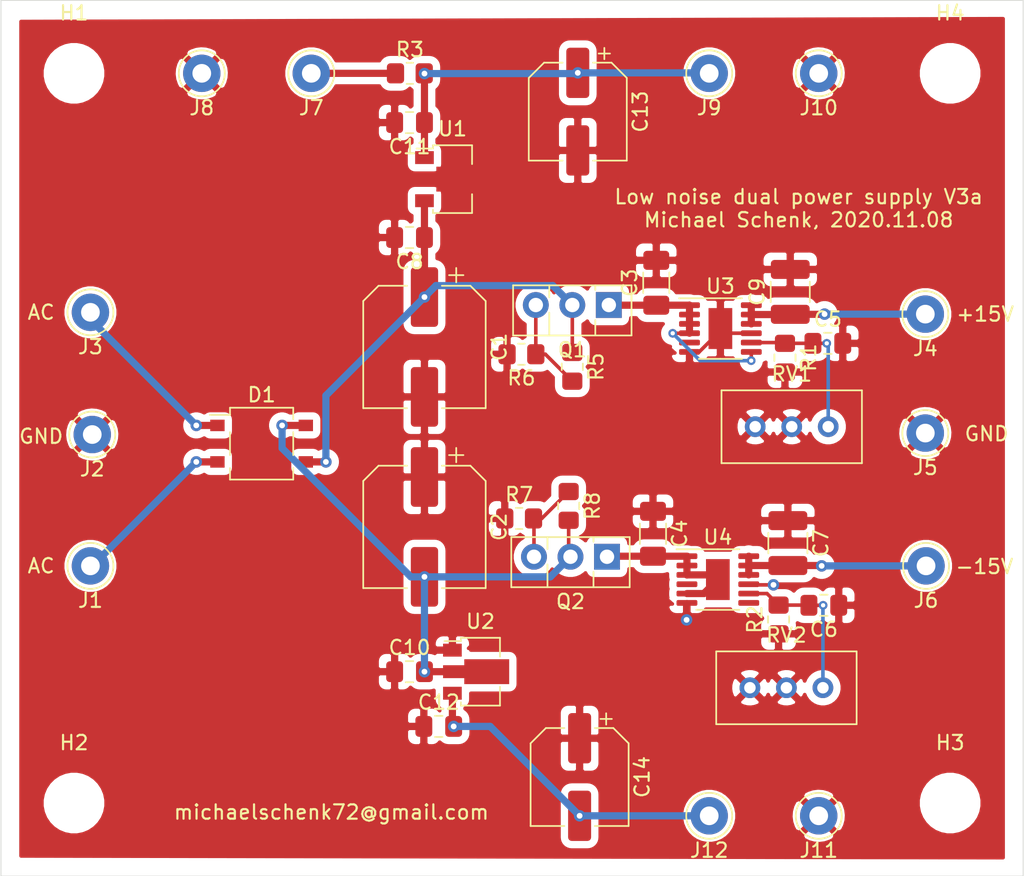
<source format=kicad_pcb>
(kicad_pcb (version 20171130) (host pcbnew "(5.1.7-0-10_14)")

  (general
    (thickness 1.6)
    (drawings 12)
    (tracks 123)
    (zones 0)
    (modules 46)
    (nets 17)
  )

  (page A4)
  (layers
    (0 F.Cu signal)
    (31 B.Cu signal)
    (32 B.Adhes user)
    (33 F.Adhes user)
    (34 B.Paste user)
    (35 F.Paste user)
    (36 B.SilkS user)
    (37 F.SilkS user)
    (38 B.Mask user)
    (39 F.Mask user)
    (40 Dwgs.User user)
    (41 Cmts.User user)
    (42 Eco1.User user)
    (43 Eco2.User user)
    (44 Edge.Cuts user)
    (45 Margin user)
    (46 B.CrtYd user)
    (47 F.CrtYd user)
    (48 B.Fab user)
    (49 F.Fab user)
  )

  (setup
    (last_trace_width 0.5)
    (user_trace_width 0.5)
    (trace_clearance 0.2)
    (zone_clearance 0.508)
    (zone_45_only no)
    (trace_min 0.2)
    (via_size 0.8)
    (via_drill 0.4)
    (via_min_size 0.4)
    (via_min_drill 0.3)
    (user_via 0.6 0.3)
    (uvia_size 0.3)
    (uvia_drill 0.1)
    (uvias_allowed no)
    (uvia_min_size 0.2)
    (uvia_min_drill 0.1)
    (edge_width 0.05)
    (segment_width 0.2)
    (pcb_text_width 0.3)
    (pcb_text_size 1.5 1.5)
    (mod_edge_width 0.12)
    (mod_text_size 1 1)
    (mod_text_width 0.15)
    (pad_size 1.524 1.524)
    (pad_drill 0.762)
    (pad_to_mask_clearance 0)
    (aux_axis_origin 0 0)
    (visible_elements FFFFFF7F)
    (pcbplotparams
      (layerselection 0x010f0_ffffffff)
      (usegerberextensions false)
      (usegerberattributes false)
      (usegerberadvancedattributes false)
      (creategerberjobfile false)
      (excludeedgelayer true)
      (linewidth 0.100000)
      (plotframeref false)
      (viasonmask false)
      (mode 1)
      (useauxorigin false)
      (hpglpennumber 1)
      (hpglpenspeed 20)
      (hpglpendiameter 15.000000)
      (psnegative false)
      (psa4output false)
      (plotreference true)
      (plotvalue false)
      (plotinvisibletext false)
      (padsonsilk true)
      (subtractmaskfromsilk false)
      (outputformat 1)
      (mirror false)
      (drillshape 0)
      (scaleselection 1)
      (outputdirectory "gerber/"))
  )

  (net 0 "")
  (net 1 GND)
  (net 2 "Net-(C1-Pad1)")
  (net 3 "Net-(C5-Pad1)")
  (net 4 "Net-(C6-Pad2)")
  (net 5 "Net-(D1-Pad2)")
  (net 6 "Net-(D1-Pad1)")
  (net 7 "Net-(C3-Pad1)")
  (net 8 "Net-(C4-Pad2)")
  (net 9 "Net-(Q1-Pad3)")
  (net 10 "Net-(Q2-Pad3)")
  (net 11 "Net-(C9-Pad1)")
  (net 12 "Net-(C7-Pad2)")
  (net 13 "Net-(C10-Pad2)")
  (net 14 "Net-(C11-Pad1)")
  (net 15 "Net-(C12-Pad2)")
  (net 16 "Net-(J7-Pad1)")

  (net_class Default "This is the default net class."
    (clearance 0.2)
    (trace_width 0.25)
    (via_dia 0.8)
    (via_drill 0.4)
    (uvia_dia 0.3)
    (uvia_drill 0.1)
    (add_net GND)
    (add_net "Net-(C1-Pad1)")
    (add_net "Net-(C10-Pad2)")
    (add_net "Net-(C11-Pad1)")
    (add_net "Net-(C12-Pad2)")
    (add_net "Net-(C3-Pad1)")
    (add_net "Net-(C4-Pad2)")
    (add_net "Net-(C5-Pad1)")
    (add_net "Net-(C6-Pad2)")
    (add_net "Net-(C7-Pad2)")
    (add_net "Net-(C9-Pad1)")
    (add_net "Net-(D1-Pad1)")
    (add_net "Net-(D1-Pad2)")
    (add_net "Net-(J7-Pad1)")
    (add_net "Net-(Q1-Pad3)")
    (add_net "Net-(Q2-Pad3)")
  )

  (module Resistor_SMD:R_0805_2012Metric_Pad1.20x1.40mm_HandSolder (layer F.Cu) (tedit 5F68FEEE) (tstamp 5F970EAE)
    (at 116.221 52.578 180)
    (descr "Resistor SMD 0805 (2012 Metric), square (rectangular) end terminal, IPC_7351 nominal with elongated pad for handsoldering. (Body size source: IPC-SM-782 page 72, https://www.pcb-3d.com/wordpress/wp-content/uploads/ipc-sm-782a_amendment_1_and_2.pdf), generated with kicad-footprint-generator")
    (tags "resistor handsolder")
    (path /5F9B9F9C)
    (attr smd)
    (fp_text reference R6 (at 0 -1.65) (layer F.SilkS)
      (effects (font (size 1 1) (thickness 0.15)))
    )
    (fp_text value 15k (at 0 1.65) (layer F.Fab)
      (effects (font (size 1 1) (thickness 0.15)))
    )
    (fp_line (start 1.85 0.95) (end -1.85 0.95) (layer F.CrtYd) (width 0.05))
    (fp_line (start 1.85 -0.95) (end 1.85 0.95) (layer F.CrtYd) (width 0.05))
    (fp_line (start -1.85 -0.95) (end 1.85 -0.95) (layer F.CrtYd) (width 0.05))
    (fp_line (start -1.85 0.95) (end -1.85 -0.95) (layer F.CrtYd) (width 0.05))
    (fp_line (start -0.227064 0.735) (end 0.227064 0.735) (layer F.SilkS) (width 0.12))
    (fp_line (start -0.227064 -0.735) (end 0.227064 -0.735) (layer F.SilkS) (width 0.12))
    (fp_line (start 1 0.625) (end -1 0.625) (layer F.Fab) (width 0.1))
    (fp_line (start 1 -0.625) (end 1 0.625) (layer F.Fab) (width 0.1))
    (fp_line (start -1 -0.625) (end 1 -0.625) (layer F.Fab) (width 0.1))
    (fp_line (start -1 0.625) (end -1 -0.625) (layer F.Fab) (width 0.1))
    (fp_text user %R (at 0 0) (layer F.Fab)
      (effects (font (size 0.5 0.5) (thickness 0.08)))
    )
    (pad 2 smd roundrect (at 1 0 180) (size 1.2 1.4) (layers F.Cu F.Paste F.Mask) (roundrect_rratio 0.208333)
      (net 1 GND))
    (pad 1 smd roundrect (at -1 0 180) (size 1.2 1.4) (layers F.Cu F.Paste F.Mask) (roundrect_rratio 0.208333)
      (net 9 "Net-(Q1-Pad3)"))
    (model ${KISYS3DMOD}/Resistor_SMD.3dshapes/R_0805_2012Metric.wrl
      (at (xyz 0 0 0))
      (scale (xyz 1 1 1))
      (rotate (xyz 0 0 0))
    )
  )

  (module Package_TO_SOT_SMD:SOT-89-3 (layer F.Cu) (tedit 5C33D6E8) (tstamp 5FA83762)
    (at 113.0685 74.676)
    (descr "SOT-89-3, http://ww1.microchip.com/downloads/en/DeviceDoc/3L_SOT-89_MB_C04-029C.pdf")
    (tags SOT-89-3)
    (path /5FBCF8DE)
    (attr smd)
    (fp_text reference U2 (at 0.3 -3.5) (layer F.SilkS)
      (effects (font (size 1 1) (thickness 0.15)))
    )
    (fp_text value L79L05_SOT89 (at 0.3 3.5) (layer F.Fab)
      (effects (font (size 1 1) (thickness 0.15)))
    )
    (fp_line (start -1.06 2.36) (end -1.06 2.13) (layer F.SilkS) (width 0.12))
    (fp_line (start -1.06 -2.36) (end -1.06 -2.13) (layer F.SilkS) (width 0.12))
    (fp_line (start -1.06 -2.36) (end 1.66 -2.36) (layer F.SilkS) (width 0.12))
    (fp_line (start -2.55 2.5) (end -2.55 -2.5) (layer F.CrtYd) (width 0.05))
    (fp_line (start -2.55 2.5) (end 2.55 2.5) (layer F.CrtYd) (width 0.05))
    (fp_line (start 2.55 -2.5) (end -2.55 -2.5) (layer F.CrtYd) (width 0.05))
    (fp_line (start 2.55 -2.5) (end 2.55 2.5) (layer F.CrtYd) (width 0.05))
    (fp_line (start 0.05 -2.25) (end 1.55 -2.25) (layer F.Fab) (width 0.1))
    (fp_line (start -0.95 2.25) (end -0.95 -1.25) (layer F.Fab) (width 0.1))
    (fp_line (start 1.55 2.25) (end -0.95 2.25) (layer F.Fab) (width 0.1))
    (fp_line (start 1.55 -2.25) (end 1.55 2.25) (layer F.Fab) (width 0.1))
    (fp_line (start -0.95 -1.25) (end 0.05 -2.25) (layer F.Fab) (width 0.1))
    (fp_line (start 1.66 -2.36) (end 1.66 -1.05) (layer F.SilkS) (width 0.12))
    (fp_line (start -2.2 -2.13) (end -1.06 -2.13) (layer F.SilkS) (width 0.12))
    (fp_line (start 1.66 2.36) (end -1.06 2.36) (layer F.SilkS) (width 0.12))
    (fp_line (start 1.66 1.05) (end 1.66 2.36) (layer F.SilkS) (width 0.12))
    (fp_text user %R (at 0.5 0 90) (layer F.Fab)
      (effects (font (size 1 1) (thickness 0.15)))
    )
    (pad 2 smd custom (at -1.5625 0) (size 1.475 0.9) (layers F.Cu F.Paste F.Mask)
      (net 13 "Net-(C10-Pad2)") (zone_connect 2)
      (options (clearance outline) (anchor rect))
      (primitives
        (gr_poly (pts
           (xy 0.7375 -0.8665) (xy 3.8625 -0.8665) (xy 3.8625 0.8665) (xy 0.7375 0.8665)) (width 0))
      ))
    (pad 3 smd rect (at -1.65 1.5) (size 1.3 0.9) (layers F.Cu F.Paste F.Mask)
      (net 15 "Net-(C12-Pad2)"))
    (pad 1 smd rect (at -1.65 -1.5) (size 1.3 0.9) (layers F.Cu F.Paste F.Mask)
      (net 1 GND))
    (model ${KISYS3DMOD}/Package_TO_SOT_SMD.3dshapes/SOT-89-3.wrl
      (at (xyz 0 0 0))
      (scale (xyz 1 1 1))
      (rotate (xyz 0 0 0))
    )
  )

  (module Package_TO_SOT_SMD:SOT-89-3 (layer F.Cu) (tedit 5C33D6E8) (tstamp 5FA8374A)
    (at 111.125 40.386)
    (descr "SOT-89-3, http://ww1.microchip.com/downloads/en/DeviceDoc/3L_SOT-89_MB_C04-029C.pdf")
    (tags SOT-89-3)
    (path /5FBCE5D2)
    (attr smd)
    (fp_text reference U1 (at 0.3 -3.5) (layer F.SilkS)
      (effects (font (size 1 1) (thickness 0.15)))
    )
    (fp_text value L78L05_SOT89 (at 0.3 3.5) (layer F.Fab)
      (effects (font (size 1 1) (thickness 0.15)))
    )
    (fp_line (start -1.06 2.36) (end -1.06 2.13) (layer F.SilkS) (width 0.12))
    (fp_line (start -1.06 -2.36) (end -1.06 -2.13) (layer F.SilkS) (width 0.12))
    (fp_line (start -1.06 -2.36) (end 1.66 -2.36) (layer F.SilkS) (width 0.12))
    (fp_line (start -2.55 2.5) (end -2.55 -2.5) (layer F.CrtYd) (width 0.05))
    (fp_line (start -2.55 2.5) (end 2.55 2.5) (layer F.CrtYd) (width 0.05))
    (fp_line (start 2.55 -2.5) (end -2.55 -2.5) (layer F.CrtYd) (width 0.05))
    (fp_line (start 2.55 -2.5) (end 2.55 2.5) (layer F.CrtYd) (width 0.05))
    (fp_line (start 0.05 -2.25) (end 1.55 -2.25) (layer F.Fab) (width 0.1))
    (fp_line (start -0.95 2.25) (end -0.95 -1.25) (layer F.Fab) (width 0.1))
    (fp_line (start 1.55 2.25) (end -0.95 2.25) (layer F.Fab) (width 0.1))
    (fp_line (start 1.55 -2.25) (end 1.55 2.25) (layer F.Fab) (width 0.1))
    (fp_line (start -0.95 -1.25) (end 0.05 -2.25) (layer F.Fab) (width 0.1))
    (fp_line (start 1.66 -2.36) (end 1.66 -1.05) (layer F.SilkS) (width 0.12))
    (fp_line (start -2.2 -2.13) (end -1.06 -2.13) (layer F.SilkS) (width 0.12))
    (fp_line (start 1.66 2.36) (end -1.06 2.36) (layer F.SilkS) (width 0.12))
    (fp_line (start 1.66 1.05) (end 1.66 2.36) (layer F.SilkS) (width 0.12))
    (fp_text user %R (at 0.5 0 90) (layer F.Fab)
      (effects (font (size 1 1) (thickness 0.15)))
    )
    (pad 2 smd custom (at -1.5625 0) (size 1.475 0.9) (layers F.Cu F.Paste F.Mask)
      (net 1 GND) (zone_connect 2)
      (options (clearance outline) (anchor rect))
      (primitives
        (gr_poly (pts
           (xy 0.7375 -0.8665) (xy 3.8625 -0.8665) (xy 3.8625 0.8665) (xy 0.7375 0.8665)) (width 0))
      ))
    (pad 3 smd rect (at -1.65 1.5) (size 1.3 0.9) (layers F.Cu F.Paste F.Mask)
      (net 2 "Net-(C1-Pad1)"))
    (pad 1 smd rect (at -1.65 -1.5) (size 1.3 0.9) (layers F.Cu F.Paste F.Mask)
      (net 14 "Net-(C11-Pad1)"))
    (model ${KISYS3DMOD}/Package_TO_SOT_SMD.3dshapes/SOT-89-3.wrl
      (at (xyz 0 0 0))
      (scale (xyz 1 1 1))
      (rotate (xyz 0 0 0))
    )
  )

  (module Resistor_SMD:R_0805_2012Metric_Pad1.20x1.40mm_HandSolder (layer F.Cu) (tedit 5F68FEEE) (tstamp 5FA8365A)
    (at 108.458 33.02)
    (descr "Resistor SMD 0805 (2012 Metric), square (rectangular) end terminal, IPC_7351 nominal with elongated pad for handsoldering. (Body size source: IPC-SM-782 page 72, https://www.pcb-3d.com/wordpress/wp-content/uploads/ipc-sm-782a_amendment_1_and_2.pdf), generated with kicad-footprint-generator")
    (tags "resistor handsolder")
    (path /5FABE010)
    (attr smd)
    (fp_text reference R3 (at 0 -1.65) (layer F.SilkS)
      (effects (font (size 1 1) (thickness 0.15)))
    )
    (fp_text value 240R (at 0 1.65) (layer F.Fab)
      (effects (font (size 1 1) (thickness 0.15)))
    )
    (fp_line (start 1.85 0.95) (end -1.85 0.95) (layer F.CrtYd) (width 0.05))
    (fp_line (start 1.85 -0.95) (end 1.85 0.95) (layer F.CrtYd) (width 0.05))
    (fp_line (start -1.85 -0.95) (end 1.85 -0.95) (layer F.CrtYd) (width 0.05))
    (fp_line (start -1.85 0.95) (end -1.85 -0.95) (layer F.CrtYd) (width 0.05))
    (fp_line (start -0.227064 0.735) (end 0.227064 0.735) (layer F.SilkS) (width 0.12))
    (fp_line (start -0.227064 -0.735) (end 0.227064 -0.735) (layer F.SilkS) (width 0.12))
    (fp_line (start 1 0.625) (end -1 0.625) (layer F.Fab) (width 0.1))
    (fp_line (start 1 -0.625) (end 1 0.625) (layer F.Fab) (width 0.1))
    (fp_line (start -1 -0.625) (end 1 -0.625) (layer F.Fab) (width 0.1))
    (fp_line (start -1 0.625) (end -1 -0.625) (layer F.Fab) (width 0.1))
    (fp_text user %R (at 0 0) (layer F.Fab)
      (effects (font (size 0.5 0.5) (thickness 0.08)))
    )
    (pad 2 smd roundrect (at 1 0) (size 1.2 1.4) (layers F.Cu F.Paste F.Mask) (roundrect_rratio 0.208333)
      (net 14 "Net-(C11-Pad1)"))
    (pad 1 smd roundrect (at -1 0) (size 1.2 1.4) (layers F.Cu F.Paste F.Mask) (roundrect_rratio 0.208333)
      (net 16 "Net-(J7-Pad1)"))
    (model ${KISYS3DMOD}/Resistor_SMD.3dshapes/R_0805_2012Metric.wrl
      (at (xyz 0 0 0))
      (scale (xyz 1 1 1))
      (rotate (xyz 0 0 0))
    )
  )

  (module Connector_Pin:Pin_D1.3mm_L11.0mm (layer F.Cu) (tedit 5A1DC085) (tstamp 5FA835A5)
    (at 129.286 84.709)
    (descr "solder Pin_ diameter 1.3mm, hole diameter 1.3mm, length 11.0mm")
    (tags "solder Pin_ pressfit")
    (path /5FABE063)
    (fp_text reference J12 (at 0 2.4) (layer F.SilkS)
      (effects (font (size 1 1) (thickness 0.15)))
    )
    (fp_text value -5V (at 0 -2.05) (layer F.Fab)
      (effects (font (size 1 1) (thickness 0.15)))
    )
    (fp_circle (center 0 0) (end 1.6 0.05) (layer F.SilkS) (width 0.12))
    (fp_circle (center 0 0) (end 1.25 -0.05) (layer F.Fab) (width 0.12))
    (fp_circle (center 0 0) (end 0.65 -0.05) (layer F.Fab) (width 0.12))
    (fp_circle (center 0 0) (end 1.8 0) (layer F.CrtYd) (width 0.05))
    (fp_text user %R (at 0 2.4) (layer F.Fab)
      (effects (font (size 1 1) (thickness 0.15)))
    )
    (pad 1 thru_hole circle (at 0 0) (size 2.6 2.6) (drill 1.3) (layers *.Cu *.Mask)
      (net 15 "Net-(C12-Pad2)"))
    (model ${KISYS3DMOD}/Connector_Pin.3dshapes/Pin_D1.3mm_L11.0mm.wrl
      (at (xyz 0 0 0))
      (scale (xyz 1 1 1))
      (rotate (xyz 0 0 0))
    )
  )

  (module Connector_Pin:Pin_D1.3mm_L11.0mm (layer F.Cu) (tedit 5A1DC085) (tstamp 5FA8359B)
    (at 136.906 84.709)
    (descr "solder Pin_ diameter 1.3mm, hole diameter 1.3mm, length 11.0mm")
    (tags "solder Pin_ pressfit")
    (path /5FABE05D)
    (fp_text reference J11 (at 0 2.4) (layer F.SilkS)
      (effects (font (size 1 1) (thickness 0.15)))
    )
    (fp_text value GND (at 0 -2.05) (layer F.Fab)
      (effects (font (size 1 1) (thickness 0.15)))
    )
    (fp_circle (center 0 0) (end 1.6 0.05) (layer F.SilkS) (width 0.12))
    (fp_circle (center 0 0) (end 1.25 -0.05) (layer F.Fab) (width 0.12))
    (fp_circle (center 0 0) (end 0.65 -0.05) (layer F.Fab) (width 0.12))
    (fp_circle (center 0 0) (end 1.8 0) (layer F.CrtYd) (width 0.05))
    (fp_text user %R (at 0 2.4) (layer F.Fab)
      (effects (font (size 1 1) (thickness 0.15)))
    )
    (pad 1 thru_hole circle (at 0 0) (size 2.6 2.6) (drill 1.3) (layers *.Cu *.Mask)
      (net 1 GND))
    (model ${KISYS3DMOD}/Connector_Pin.3dshapes/Pin_D1.3mm_L11.0mm.wrl
      (at (xyz 0 0 0))
      (scale (xyz 1 1 1))
      (rotate (xyz 0 0 0))
    )
  )

  (module Connector_Pin:Pin_D1.3mm_L11.0mm (layer F.Cu) (tedit 5A1DC085) (tstamp 5FA83591)
    (at 136.906 33.02)
    (descr "solder Pin_ diameter 1.3mm, hole diameter 1.3mm, length 11.0mm")
    (tags "solder Pin_ pressfit")
    (path /5FABE00A)
    (fp_text reference J10 (at 0 2.4) (layer F.SilkS)
      (effects (font (size 1 1) (thickness 0.15)))
    )
    (fp_text value GND (at 0 -2.05) (layer F.Fab)
      (effects (font (size 1 1) (thickness 0.15)))
    )
    (fp_circle (center 0 0) (end 1.6 0.05) (layer F.SilkS) (width 0.12))
    (fp_circle (center 0 0) (end 1.25 -0.05) (layer F.Fab) (width 0.12))
    (fp_circle (center 0 0) (end 0.65 -0.05) (layer F.Fab) (width 0.12))
    (fp_circle (center 0 0) (end 1.8 0) (layer F.CrtYd) (width 0.05))
    (fp_text user %R (at 0 2.4) (layer F.Fab)
      (effects (font (size 1 1) (thickness 0.15)))
    )
    (pad 1 thru_hole circle (at 0 0) (size 2.6 2.6) (drill 1.3) (layers *.Cu *.Mask)
      (net 1 GND))
    (model ${KISYS3DMOD}/Connector_Pin.3dshapes/Pin_D1.3mm_L11.0mm.wrl
      (at (xyz 0 0 0))
      (scale (xyz 1 1 1))
      (rotate (xyz 0 0 0))
    )
  )

  (module Connector_Pin:Pin_D1.3mm_L11.0mm (layer F.Cu) (tedit 5A1DC085) (tstamp 5FA83587)
    (at 129.286 33.02)
    (descr "solder Pin_ diameter 1.3mm, hole diameter 1.3mm, length 11.0mm")
    (tags "solder Pin_ pressfit")
    (path /5FABE004)
    (fp_text reference J9 (at 0 2.4) (layer F.SilkS)
      (effects (font (size 1 1) (thickness 0.15)))
    )
    (fp_text value +5V (at 0 -2.05) (layer F.Fab)
      (effects (font (size 1 1) (thickness 0.15)))
    )
    (fp_circle (center 0 0) (end 1.6 0.05) (layer F.SilkS) (width 0.12))
    (fp_circle (center 0 0) (end 1.25 -0.05) (layer F.Fab) (width 0.12))
    (fp_circle (center 0 0) (end 0.65 -0.05) (layer F.Fab) (width 0.12))
    (fp_circle (center 0 0) (end 1.8 0) (layer F.CrtYd) (width 0.05))
    (fp_text user %R (at 0 2.4) (layer F.Fab)
      (effects (font (size 1 1) (thickness 0.15)))
    )
    (pad 1 thru_hole circle (at 0 0) (size 2.6 2.6) (drill 1.3) (layers *.Cu *.Mask)
      (net 14 "Net-(C11-Pad1)"))
    (model ${KISYS3DMOD}/Connector_Pin.3dshapes/Pin_D1.3mm_L11.0mm.wrl
      (at (xyz 0 0 0))
      (scale (xyz 1 1 1))
      (rotate (xyz 0 0 0))
    )
  )

  (module Connector_Pin:Pin_D1.3mm_L11.0mm (layer F.Cu) (tedit 5A1DC085) (tstamp 5FA8357D)
    (at 93.98 33.02)
    (descr "solder Pin_ diameter 1.3mm, hole diameter 1.3mm, length 11.0mm")
    (tags "solder Pin_ pressfit")
    (path /5FABE01C)
    (fp_text reference J8 (at 0 2.4) (layer F.SilkS)
      (effects (font (size 1 1) (thickness 0.15)))
    )
    (fp_text value GND (at 0 -2.05) (layer F.Fab)
      (effects (font (size 1 1) (thickness 0.15)))
    )
    (fp_circle (center 0 0) (end 1.6 0.05) (layer F.SilkS) (width 0.12))
    (fp_circle (center 0 0) (end 1.25 -0.05) (layer F.Fab) (width 0.12))
    (fp_circle (center 0 0) (end 0.65 -0.05) (layer F.Fab) (width 0.12))
    (fp_circle (center 0 0) (end 1.8 0) (layer F.CrtYd) (width 0.05))
    (fp_text user %R (at 0 2.4) (layer F.Fab)
      (effects (font (size 1 1) (thickness 0.15)))
    )
    (pad 1 thru_hole circle (at 0 0) (size 2.6 2.6) (drill 1.3) (layers *.Cu *.Mask)
      (net 1 GND))
    (model ${KISYS3DMOD}/Connector_Pin.3dshapes/Pin_D1.3mm_L11.0mm.wrl
      (at (xyz 0 0 0))
      (scale (xyz 1 1 1))
      (rotate (xyz 0 0 0))
    )
  )

  (module Connector_Pin:Pin_D1.3mm_L11.0mm (layer F.Cu) (tedit 5A1DC085) (tstamp 5FA83573)
    (at 101.6 33.02)
    (descr "solder Pin_ diameter 1.3mm, hole diameter 1.3mm, length 11.0mm")
    (tags "solder Pin_ pressfit")
    (path /5FABE016)
    (fp_text reference J7 (at 0 2.4) (layer F.SilkS)
      (effects (font (size 1 1) (thickness 0.15)))
    )
    (fp_text value LED (at 0 -2.05) (layer F.Fab)
      (effects (font (size 1 1) (thickness 0.15)))
    )
    (fp_circle (center 0 0) (end 1.6 0.05) (layer F.SilkS) (width 0.12))
    (fp_circle (center 0 0) (end 1.25 -0.05) (layer F.Fab) (width 0.12))
    (fp_circle (center 0 0) (end 0.65 -0.05) (layer F.Fab) (width 0.12))
    (fp_circle (center 0 0) (end 1.8 0) (layer F.CrtYd) (width 0.05))
    (fp_text user %R (at 0 2.4) (layer F.Fab)
      (effects (font (size 1 1) (thickness 0.15)))
    )
    (pad 1 thru_hole circle (at 0 0) (size 2.6 2.6) (drill 1.3) (layers *.Cu *.Mask)
      (net 16 "Net-(J7-Pad1)"))
    (model ${KISYS3DMOD}/Connector_Pin.3dshapes/Pin_D1.3mm_L11.0mm.wrl
      (at (xyz 0 0 0))
      (scale (xyz 1 1 1))
      (rotate (xyz 0 0 0))
    )
  )

  (module Capacitor_SMD:CP_Elec_6.3x5.8 (layer F.Cu) (tedit 5BCA39D0) (tstamp 5FA83491)
    (at 120.269 82.009 270)
    (descr "SMD capacitor, aluminum electrolytic, Nichicon, 6.3x5.8mm")
    (tags "capacitor electrolytic")
    (path /5FABE045)
    (attr smd)
    (fp_text reference C14 (at 0 -4.35 90) (layer F.SilkS)
      (effects (font (size 1 1) (thickness 0.15)))
    )
    (fp_text value 47uF (at 0 4.35 90) (layer F.Fab)
      (effects (font (size 1 1) (thickness 0.15)))
    )
    (fp_line (start -4.7 1.05) (end -3.55 1.05) (layer F.CrtYd) (width 0.05))
    (fp_line (start -4.7 -1.05) (end -4.7 1.05) (layer F.CrtYd) (width 0.05))
    (fp_line (start -3.55 -1.05) (end -4.7 -1.05) (layer F.CrtYd) (width 0.05))
    (fp_line (start -3.55 1.05) (end -3.55 2.4) (layer F.CrtYd) (width 0.05))
    (fp_line (start -3.55 -2.4) (end -3.55 -1.05) (layer F.CrtYd) (width 0.05))
    (fp_line (start -3.55 -2.4) (end -2.4 -3.55) (layer F.CrtYd) (width 0.05))
    (fp_line (start -3.55 2.4) (end -2.4 3.55) (layer F.CrtYd) (width 0.05))
    (fp_line (start -2.4 -3.55) (end 3.55 -3.55) (layer F.CrtYd) (width 0.05))
    (fp_line (start -2.4 3.55) (end 3.55 3.55) (layer F.CrtYd) (width 0.05))
    (fp_line (start 3.55 1.05) (end 3.55 3.55) (layer F.CrtYd) (width 0.05))
    (fp_line (start 4.7 1.05) (end 3.55 1.05) (layer F.CrtYd) (width 0.05))
    (fp_line (start 4.7 -1.05) (end 4.7 1.05) (layer F.CrtYd) (width 0.05))
    (fp_line (start 3.55 -1.05) (end 4.7 -1.05) (layer F.CrtYd) (width 0.05))
    (fp_line (start 3.55 -3.55) (end 3.55 -1.05) (layer F.CrtYd) (width 0.05))
    (fp_line (start -4.04375 -2.24125) (end -4.04375 -1.45375) (layer F.SilkS) (width 0.12))
    (fp_line (start -4.4375 -1.8475) (end -3.65 -1.8475) (layer F.SilkS) (width 0.12))
    (fp_line (start -3.41 2.345563) (end -2.345563 3.41) (layer F.SilkS) (width 0.12))
    (fp_line (start -3.41 -2.345563) (end -2.345563 -3.41) (layer F.SilkS) (width 0.12))
    (fp_line (start -3.41 -2.345563) (end -3.41 -1.06) (layer F.SilkS) (width 0.12))
    (fp_line (start -3.41 2.345563) (end -3.41 1.06) (layer F.SilkS) (width 0.12))
    (fp_line (start -2.345563 3.41) (end 3.41 3.41) (layer F.SilkS) (width 0.12))
    (fp_line (start -2.345563 -3.41) (end 3.41 -3.41) (layer F.SilkS) (width 0.12))
    (fp_line (start 3.41 -3.41) (end 3.41 -1.06) (layer F.SilkS) (width 0.12))
    (fp_line (start 3.41 3.41) (end 3.41 1.06) (layer F.SilkS) (width 0.12))
    (fp_line (start -2.389838 -1.645) (end -2.389838 -1.015) (layer F.Fab) (width 0.1))
    (fp_line (start -2.704838 -1.33) (end -2.074838 -1.33) (layer F.Fab) (width 0.1))
    (fp_line (start -3.3 2.3) (end -2.3 3.3) (layer F.Fab) (width 0.1))
    (fp_line (start -3.3 -2.3) (end -2.3 -3.3) (layer F.Fab) (width 0.1))
    (fp_line (start -3.3 -2.3) (end -3.3 2.3) (layer F.Fab) (width 0.1))
    (fp_line (start -2.3 3.3) (end 3.3 3.3) (layer F.Fab) (width 0.1))
    (fp_line (start -2.3 -3.3) (end 3.3 -3.3) (layer F.Fab) (width 0.1))
    (fp_line (start 3.3 -3.3) (end 3.3 3.3) (layer F.Fab) (width 0.1))
    (fp_circle (center 0 0) (end 3.15 0) (layer F.Fab) (width 0.1))
    (fp_text user %R (at 0 0 90) (layer F.Fab)
      (effects (font (size 1 1) (thickness 0.15)))
    )
    (pad 2 smd roundrect (at 2.7 0 270) (size 3.5 1.6) (layers F.Cu F.Paste F.Mask) (roundrect_rratio 0.15625)
      (net 15 "Net-(C12-Pad2)"))
    (pad 1 smd roundrect (at -2.7 0 270) (size 3.5 1.6) (layers F.Cu F.Paste F.Mask) (roundrect_rratio 0.15625)
      (net 1 GND))
    (model ${KISYS3DMOD}/Capacitor_SMD.3dshapes/CP_Elec_6.3x5.8.wrl
      (at (xyz 0 0 0))
      (scale (xyz 1 1 1))
      (rotate (xyz 0 0 0))
    )
  )

  (module Capacitor_SMD:CP_Elec_6.3x5.8 (layer F.Cu) (tedit 5BCA39D0) (tstamp 5FA83469)
    (at 120.142 35.687 270)
    (descr "SMD capacitor, aluminum electrolytic, Nichicon, 6.3x5.8mm")
    (tags "capacitor electrolytic")
    (path /5FABDFEC)
    (attr smd)
    (fp_text reference C13 (at 0 -4.35 90) (layer F.SilkS)
      (effects (font (size 1 1) (thickness 0.15)))
    )
    (fp_text value 47uF (at 0 4.35 90) (layer F.Fab)
      (effects (font (size 1 1) (thickness 0.15)))
    )
    (fp_line (start -4.7 1.05) (end -3.55 1.05) (layer F.CrtYd) (width 0.05))
    (fp_line (start -4.7 -1.05) (end -4.7 1.05) (layer F.CrtYd) (width 0.05))
    (fp_line (start -3.55 -1.05) (end -4.7 -1.05) (layer F.CrtYd) (width 0.05))
    (fp_line (start -3.55 1.05) (end -3.55 2.4) (layer F.CrtYd) (width 0.05))
    (fp_line (start -3.55 -2.4) (end -3.55 -1.05) (layer F.CrtYd) (width 0.05))
    (fp_line (start -3.55 -2.4) (end -2.4 -3.55) (layer F.CrtYd) (width 0.05))
    (fp_line (start -3.55 2.4) (end -2.4 3.55) (layer F.CrtYd) (width 0.05))
    (fp_line (start -2.4 -3.55) (end 3.55 -3.55) (layer F.CrtYd) (width 0.05))
    (fp_line (start -2.4 3.55) (end 3.55 3.55) (layer F.CrtYd) (width 0.05))
    (fp_line (start 3.55 1.05) (end 3.55 3.55) (layer F.CrtYd) (width 0.05))
    (fp_line (start 4.7 1.05) (end 3.55 1.05) (layer F.CrtYd) (width 0.05))
    (fp_line (start 4.7 -1.05) (end 4.7 1.05) (layer F.CrtYd) (width 0.05))
    (fp_line (start 3.55 -1.05) (end 4.7 -1.05) (layer F.CrtYd) (width 0.05))
    (fp_line (start 3.55 -3.55) (end 3.55 -1.05) (layer F.CrtYd) (width 0.05))
    (fp_line (start -4.04375 -2.24125) (end -4.04375 -1.45375) (layer F.SilkS) (width 0.12))
    (fp_line (start -4.4375 -1.8475) (end -3.65 -1.8475) (layer F.SilkS) (width 0.12))
    (fp_line (start -3.41 2.345563) (end -2.345563 3.41) (layer F.SilkS) (width 0.12))
    (fp_line (start -3.41 -2.345563) (end -2.345563 -3.41) (layer F.SilkS) (width 0.12))
    (fp_line (start -3.41 -2.345563) (end -3.41 -1.06) (layer F.SilkS) (width 0.12))
    (fp_line (start -3.41 2.345563) (end -3.41 1.06) (layer F.SilkS) (width 0.12))
    (fp_line (start -2.345563 3.41) (end 3.41 3.41) (layer F.SilkS) (width 0.12))
    (fp_line (start -2.345563 -3.41) (end 3.41 -3.41) (layer F.SilkS) (width 0.12))
    (fp_line (start 3.41 -3.41) (end 3.41 -1.06) (layer F.SilkS) (width 0.12))
    (fp_line (start 3.41 3.41) (end 3.41 1.06) (layer F.SilkS) (width 0.12))
    (fp_line (start -2.389838 -1.645) (end -2.389838 -1.015) (layer F.Fab) (width 0.1))
    (fp_line (start -2.704838 -1.33) (end -2.074838 -1.33) (layer F.Fab) (width 0.1))
    (fp_line (start -3.3 2.3) (end -2.3 3.3) (layer F.Fab) (width 0.1))
    (fp_line (start -3.3 -2.3) (end -2.3 -3.3) (layer F.Fab) (width 0.1))
    (fp_line (start -3.3 -2.3) (end -3.3 2.3) (layer F.Fab) (width 0.1))
    (fp_line (start -2.3 3.3) (end 3.3 3.3) (layer F.Fab) (width 0.1))
    (fp_line (start -2.3 -3.3) (end 3.3 -3.3) (layer F.Fab) (width 0.1))
    (fp_line (start 3.3 -3.3) (end 3.3 3.3) (layer F.Fab) (width 0.1))
    (fp_circle (center 0 0) (end 3.15 0) (layer F.Fab) (width 0.1))
    (fp_text user %R (at 0 0 90) (layer F.Fab)
      (effects (font (size 1 1) (thickness 0.15)))
    )
    (pad 2 smd roundrect (at 2.7 0 270) (size 3.5 1.6) (layers F.Cu F.Paste F.Mask) (roundrect_rratio 0.15625)
      (net 1 GND))
    (pad 1 smd roundrect (at -2.7 0 270) (size 3.5 1.6) (layers F.Cu F.Paste F.Mask) (roundrect_rratio 0.15625)
      (net 14 "Net-(C11-Pad1)"))
    (model ${KISYS3DMOD}/Capacitor_SMD.3dshapes/CP_Elec_6.3x5.8.wrl
      (at (xyz 0 0 0))
      (scale (xyz 1 1 1))
      (rotate (xyz 0 0 0))
    )
  )

  (module Capacitor_SMD:C_0805_2012Metric_Pad1.18x1.45mm_HandSolder (layer F.Cu) (tedit 5F68FEEF) (tstamp 5FA83441)
    (at 110.4685 78.486)
    (descr "Capacitor SMD 0805 (2012 Metric), square (rectangular) end terminal, IPC_7351 nominal with elongated pad for handsoldering. (Body size source: IPC-SM-782 page 76, https://www.pcb-3d.com/wordpress/wp-content/uploads/ipc-sm-782a_amendment_1_and_2.pdf, https://docs.google.com/spreadsheets/d/1BsfQQcO9C6DZCsRaXUlFlo91Tg2WpOkGARC1WS5S8t0/edit?usp=sharing), generated with kicad-footprint-generator")
    (tags "capacitor handsolder")
    (path /5FABE051)
    (attr smd)
    (fp_text reference C12 (at 0 -1.68) (layer F.SilkS)
      (effects (font (size 1 1) (thickness 0.15)))
    )
    (fp_text value 100nF (at 0 1.68) (layer F.Fab)
      (effects (font (size 1 1) (thickness 0.15)))
    )
    (fp_line (start 1.88 0.98) (end -1.88 0.98) (layer F.CrtYd) (width 0.05))
    (fp_line (start 1.88 -0.98) (end 1.88 0.98) (layer F.CrtYd) (width 0.05))
    (fp_line (start -1.88 -0.98) (end 1.88 -0.98) (layer F.CrtYd) (width 0.05))
    (fp_line (start -1.88 0.98) (end -1.88 -0.98) (layer F.CrtYd) (width 0.05))
    (fp_line (start -0.261252 0.735) (end 0.261252 0.735) (layer F.SilkS) (width 0.12))
    (fp_line (start -0.261252 -0.735) (end 0.261252 -0.735) (layer F.SilkS) (width 0.12))
    (fp_line (start 1 0.625) (end -1 0.625) (layer F.Fab) (width 0.1))
    (fp_line (start 1 -0.625) (end 1 0.625) (layer F.Fab) (width 0.1))
    (fp_line (start -1 -0.625) (end 1 -0.625) (layer F.Fab) (width 0.1))
    (fp_line (start -1 0.625) (end -1 -0.625) (layer F.Fab) (width 0.1))
    (fp_text user %R (at 0 0) (layer F.Fab)
      (effects (font (size 0.5 0.5) (thickness 0.08)))
    )
    (pad 2 smd roundrect (at 1.0375 0) (size 1.175 1.45) (layers F.Cu F.Paste F.Mask) (roundrect_rratio 0.212766)
      (net 15 "Net-(C12-Pad2)"))
    (pad 1 smd roundrect (at -1.0375 0) (size 1.175 1.45) (layers F.Cu F.Paste F.Mask) (roundrect_rratio 0.212766)
      (net 1 GND))
    (model ${KISYS3DMOD}/Capacitor_SMD.3dshapes/C_0805_2012Metric.wrl
      (at (xyz 0 0 0))
      (scale (xyz 1 1 1))
      (rotate (xyz 0 0 0))
    )
  )

  (module Capacitor_SMD:C_0805_2012Metric_Pad1.18x1.45mm_HandSolder (layer F.Cu) (tedit 5F68FEEF) (tstamp 5FA83430)
    (at 108.4365 36.449 180)
    (descr "Capacitor SMD 0805 (2012 Metric), square (rectangular) end terminal, IPC_7351 nominal with elongated pad for handsoldering. (Body size source: IPC-SM-782 page 76, https://www.pcb-3d.com/wordpress/wp-content/uploads/ipc-sm-782a_amendment_1_and_2.pdf, https://docs.google.com/spreadsheets/d/1BsfQQcO9C6DZCsRaXUlFlo91Tg2WpOkGARC1WS5S8t0/edit?usp=sharing), generated with kicad-footprint-generator")
    (tags "capacitor handsolder")
    (path /5FABDFF8)
    (attr smd)
    (fp_text reference C11 (at 0 -1.68) (layer F.SilkS)
      (effects (font (size 1 1) (thickness 0.15)))
    )
    (fp_text value 100nF (at 0 1.68) (layer F.Fab)
      (effects (font (size 1 1) (thickness 0.15)))
    )
    (fp_line (start 1.88 0.98) (end -1.88 0.98) (layer F.CrtYd) (width 0.05))
    (fp_line (start 1.88 -0.98) (end 1.88 0.98) (layer F.CrtYd) (width 0.05))
    (fp_line (start -1.88 -0.98) (end 1.88 -0.98) (layer F.CrtYd) (width 0.05))
    (fp_line (start -1.88 0.98) (end -1.88 -0.98) (layer F.CrtYd) (width 0.05))
    (fp_line (start -0.261252 0.735) (end 0.261252 0.735) (layer F.SilkS) (width 0.12))
    (fp_line (start -0.261252 -0.735) (end 0.261252 -0.735) (layer F.SilkS) (width 0.12))
    (fp_line (start 1 0.625) (end -1 0.625) (layer F.Fab) (width 0.1))
    (fp_line (start 1 -0.625) (end 1 0.625) (layer F.Fab) (width 0.1))
    (fp_line (start -1 -0.625) (end 1 -0.625) (layer F.Fab) (width 0.1))
    (fp_line (start -1 0.625) (end -1 -0.625) (layer F.Fab) (width 0.1))
    (fp_text user %R (at 0 0) (layer F.Fab)
      (effects (font (size 0.5 0.5) (thickness 0.08)))
    )
    (pad 2 smd roundrect (at 1.0375 0 180) (size 1.175 1.45) (layers F.Cu F.Paste F.Mask) (roundrect_rratio 0.212766)
      (net 1 GND))
    (pad 1 smd roundrect (at -1.0375 0 180) (size 1.175 1.45) (layers F.Cu F.Paste F.Mask) (roundrect_rratio 0.212766)
      (net 14 "Net-(C11-Pad1)"))
    (model ${KISYS3DMOD}/Capacitor_SMD.3dshapes/C_0805_2012Metric.wrl
      (at (xyz 0 0 0))
      (scale (xyz 1 1 1))
      (rotate (xyz 0 0 0))
    )
  )

  (module Capacitor_SMD:C_0805_2012Metric_Pad1.18x1.45mm_HandSolder (layer F.Cu) (tedit 5F68FEEF) (tstamp 5FA8341F)
    (at 108.4365 74.676)
    (descr "Capacitor SMD 0805 (2012 Metric), square (rectangular) end terminal, IPC_7351 nominal with elongated pad for handsoldering. (Body size source: IPC-SM-782 page 76, https://www.pcb-3d.com/wordpress/wp-content/uploads/ipc-sm-782a_amendment_1_and_2.pdf, https://docs.google.com/spreadsheets/d/1BsfQQcO9C6DZCsRaXUlFlo91Tg2WpOkGARC1WS5S8t0/edit?usp=sharing), generated with kicad-footprint-generator")
    (tags "capacitor handsolder")
    (path /5FABE04B)
    (attr smd)
    (fp_text reference C10 (at 0 -1.68) (layer F.SilkS)
      (effects (font (size 1 1) (thickness 0.15)))
    )
    (fp_text value 330nF (at 0 1.68) (layer F.Fab)
      (effects (font (size 1 1) (thickness 0.15)))
    )
    (fp_line (start 1.88 0.98) (end -1.88 0.98) (layer F.CrtYd) (width 0.05))
    (fp_line (start 1.88 -0.98) (end 1.88 0.98) (layer F.CrtYd) (width 0.05))
    (fp_line (start -1.88 -0.98) (end 1.88 -0.98) (layer F.CrtYd) (width 0.05))
    (fp_line (start -1.88 0.98) (end -1.88 -0.98) (layer F.CrtYd) (width 0.05))
    (fp_line (start -0.261252 0.735) (end 0.261252 0.735) (layer F.SilkS) (width 0.12))
    (fp_line (start -0.261252 -0.735) (end 0.261252 -0.735) (layer F.SilkS) (width 0.12))
    (fp_line (start 1 0.625) (end -1 0.625) (layer F.Fab) (width 0.1))
    (fp_line (start 1 -0.625) (end 1 0.625) (layer F.Fab) (width 0.1))
    (fp_line (start -1 -0.625) (end 1 -0.625) (layer F.Fab) (width 0.1))
    (fp_line (start -1 0.625) (end -1 -0.625) (layer F.Fab) (width 0.1))
    (fp_text user %R (at 0 0) (layer F.Fab)
      (effects (font (size 0.5 0.5) (thickness 0.08)))
    )
    (pad 2 smd roundrect (at 1.0375 0) (size 1.175 1.45) (layers F.Cu F.Paste F.Mask) (roundrect_rratio 0.212766)
      (net 13 "Net-(C10-Pad2)"))
    (pad 1 smd roundrect (at -1.0375 0) (size 1.175 1.45) (layers F.Cu F.Paste F.Mask) (roundrect_rratio 0.212766)
      (net 1 GND))
    (model ${KISYS3DMOD}/Capacitor_SMD.3dshapes/C_0805_2012Metric.wrl
      (at (xyz 0 0 0))
      (scale (xyz 1 1 1))
      (rotate (xyz 0 0 0))
    )
  )

  (module Capacitor_SMD:C_0805_2012Metric_Pad1.18x1.45mm_HandSolder (layer F.Cu) (tedit 5F68FEEF) (tstamp 5FA833EE)
    (at 108.4365 44.45 180)
    (descr "Capacitor SMD 0805 (2012 Metric), square (rectangular) end terminal, IPC_7351 nominal with elongated pad for handsoldering. (Body size source: IPC-SM-782 page 76, https://www.pcb-3d.com/wordpress/wp-content/uploads/ipc-sm-782a_amendment_1_and_2.pdf, https://docs.google.com/spreadsheets/d/1BsfQQcO9C6DZCsRaXUlFlo91Tg2WpOkGARC1WS5S8t0/edit?usp=sharing), generated with kicad-footprint-generator")
    (tags "capacitor handsolder")
    (path /5FABDFF2)
    (attr smd)
    (fp_text reference C8 (at 0 -1.68) (layer F.SilkS)
      (effects (font (size 1 1) (thickness 0.15)))
    )
    (fp_text value 330nF (at 0 1.68) (layer F.Fab)
      (effects (font (size 1 1) (thickness 0.15)))
    )
    (fp_line (start 1.88 0.98) (end -1.88 0.98) (layer F.CrtYd) (width 0.05))
    (fp_line (start 1.88 -0.98) (end 1.88 0.98) (layer F.CrtYd) (width 0.05))
    (fp_line (start -1.88 -0.98) (end 1.88 -0.98) (layer F.CrtYd) (width 0.05))
    (fp_line (start -1.88 0.98) (end -1.88 -0.98) (layer F.CrtYd) (width 0.05))
    (fp_line (start -0.261252 0.735) (end 0.261252 0.735) (layer F.SilkS) (width 0.12))
    (fp_line (start -0.261252 -0.735) (end 0.261252 -0.735) (layer F.SilkS) (width 0.12))
    (fp_line (start 1 0.625) (end -1 0.625) (layer F.Fab) (width 0.1))
    (fp_line (start 1 -0.625) (end 1 0.625) (layer F.Fab) (width 0.1))
    (fp_line (start -1 -0.625) (end 1 -0.625) (layer F.Fab) (width 0.1))
    (fp_line (start -1 0.625) (end -1 -0.625) (layer F.Fab) (width 0.1))
    (fp_text user %R (at 0 0) (layer F.Fab)
      (effects (font (size 0.5 0.5) (thickness 0.08)))
    )
    (pad 2 smd roundrect (at 1.0375 0 180) (size 1.175 1.45) (layers F.Cu F.Paste F.Mask) (roundrect_rratio 0.212766)
      (net 1 GND))
    (pad 1 smd roundrect (at -1.0375 0 180) (size 1.175 1.45) (layers F.Cu F.Paste F.Mask) (roundrect_rratio 0.212766)
      (net 2 "Net-(C1-Pad1)"))
    (model ${KISYS3DMOD}/Capacitor_SMD.3dshapes/C_0805_2012Metric.wrl
      (at (xyz 0 0 0))
      (scale (xyz 1 1 1))
      (rotate (xyz 0 0 0))
    )
  )

  (module Capacitor_SMD:CP_Elec_8x6.9 (layer F.Cu) (tedit 5BCA39D0) (tstamp 5F9F539D)
    (at 109.474 64.597 270)
    (descr "SMD capacitor, aluminum electrolytic, Panasonic E7, 8.0x6.9mm")
    (tags "capacitor electrolytic")
    (path /5F98959C)
    (attr smd)
    (fp_text reference C2 (at 0 -5.2 90) (layer F.SilkS)
      (effects (font (size 1 1) (thickness 0.15)))
    )
    (fp_text value 100u (at 0 5.2 90) (layer F.Fab)
      (effects (font (size 1 1) (thickness 0.15)))
    )
    (fp_circle (center 0 0) (end 4 0) (layer F.Fab) (width 0.1))
    (fp_line (start 4.15 -4.15) (end 4.15 4.15) (layer F.Fab) (width 0.1))
    (fp_line (start -3.15 -4.15) (end 4.15 -4.15) (layer F.Fab) (width 0.1))
    (fp_line (start -3.15 4.15) (end 4.15 4.15) (layer F.Fab) (width 0.1))
    (fp_line (start -4.15 -3.15) (end -4.15 3.15) (layer F.Fab) (width 0.1))
    (fp_line (start -4.15 -3.15) (end -3.15 -4.15) (layer F.Fab) (width 0.1))
    (fp_line (start -4.15 3.15) (end -3.15 4.15) (layer F.Fab) (width 0.1))
    (fp_line (start -3.562278 -1.5) (end -2.762278 -1.5) (layer F.Fab) (width 0.1))
    (fp_line (start -3.162278 -1.9) (end -3.162278 -1.1) (layer F.Fab) (width 0.1))
    (fp_line (start 4.26 4.26) (end 4.26 1.21) (layer F.SilkS) (width 0.12))
    (fp_line (start 4.26 -4.26) (end 4.26 -1.21) (layer F.SilkS) (width 0.12))
    (fp_line (start -3.195563 -4.26) (end 4.26 -4.26) (layer F.SilkS) (width 0.12))
    (fp_line (start -3.195563 4.26) (end 4.26 4.26) (layer F.SilkS) (width 0.12))
    (fp_line (start -4.26 3.195563) (end -4.26 1.21) (layer F.SilkS) (width 0.12))
    (fp_line (start -4.26 -3.195563) (end -4.26 -1.21) (layer F.SilkS) (width 0.12))
    (fp_line (start -4.26 -3.195563) (end -3.195563 -4.26) (layer F.SilkS) (width 0.12))
    (fp_line (start -4.26 3.195563) (end -3.195563 4.26) (layer F.SilkS) (width 0.12))
    (fp_line (start -5.5 -2.21) (end -4.5 -2.21) (layer F.SilkS) (width 0.12))
    (fp_line (start -5 -2.71) (end -5 -1.71) (layer F.SilkS) (width 0.12))
    (fp_line (start 4.4 -4.4) (end 4.4 -1.2) (layer F.CrtYd) (width 0.05))
    (fp_line (start 4.4 -1.2) (end 5.8 -1.2) (layer F.CrtYd) (width 0.05))
    (fp_line (start 5.8 -1.2) (end 5.8 1.2) (layer F.CrtYd) (width 0.05))
    (fp_line (start 5.8 1.2) (end 4.4 1.2) (layer F.CrtYd) (width 0.05))
    (fp_line (start 4.4 1.2) (end 4.4 4.4) (layer F.CrtYd) (width 0.05))
    (fp_line (start -3.25 4.4) (end 4.4 4.4) (layer F.CrtYd) (width 0.05))
    (fp_line (start -3.25 -4.4) (end 4.4 -4.4) (layer F.CrtYd) (width 0.05))
    (fp_line (start -4.4 3.25) (end -3.25 4.4) (layer F.CrtYd) (width 0.05))
    (fp_line (start -4.4 -3.25) (end -3.25 -4.4) (layer F.CrtYd) (width 0.05))
    (fp_line (start -4.4 -3.25) (end -4.4 -1.2) (layer F.CrtYd) (width 0.05))
    (fp_line (start -4.4 1.2) (end -4.4 3.25) (layer F.CrtYd) (width 0.05))
    (fp_line (start -4.4 -1.2) (end -5.8 -1.2) (layer F.CrtYd) (width 0.05))
    (fp_line (start -5.8 -1.2) (end -5.8 1.2) (layer F.CrtYd) (width 0.05))
    (fp_line (start -5.8 1.2) (end -4.4 1.2) (layer F.CrtYd) (width 0.05))
    (fp_text user %R (at 0 0 90) (layer F.Fab)
      (effects (font (size 1 1) (thickness 0.15)))
    )
    (pad 2 smd roundrect (at 3.475 0 270) (size 4.15 1.9) (layers F.Cu F.Paste F.Mask) (roundrect_rratio 0.131579)
      (net 13 "Net-(C10-Pad2)"))
    (pad 1 smd roundrect (at -3.475 0 270) (size 4.15 1.9) (layers F.Cu F.Paste F.Mask) (roundrect_rratio 0.131579)
      (net 1 GND))
    (model ${KISYS3DMOD}/Capacitor_SMD.3dshapes/CP_Elec_8x6.9.wrl
      (at (xyz 0 0 0))
      (scale (xyz 1 1 1))
      (rotate (xyz 0 0 0))
    )
  )

  (module Potentiometer_THT:Potentiometer_Bourns_3296W_Vertical (layer F.Cu) (tedit 5A3D4994) (tstamp 5F9F160F)
    (at 137.1981 75.7936)
    (descr "Potentiometer, vertical, Bourns 3296W, https://www.bourns.com/pdfs/3296.pdf")
    (tags "Potentiometer vertical Bourns 3296W")
    (path /5FABA31D)
    (fp_text reference RV2 (at -2.54 -3.66) (layer F.SilkS)
      (effects (font (size 1 1) (thickness 0.15)))
    )
    (fp_text value 200k (at -2.54 3.67) (layer F.Fab)
      (effects (font (size 1 1) (thickness 0.15)))
    )
    (fp_line (start 2.5 -2.7) (end -7.6 -2.7) (layer F.CrtYd) (width 0.05))
    (fp_line (start 2.5 2.7) (end 2.5 -2.7) (layer F.CrtYd) (width 0.05))
    (fp_line (start -7.6 2.7) (end 2.5 2.7) (layer F.CrtYd) (width 0.05))
    (fp_line (start -7.6 -2.7) (end -7.6 2.7) (layer F.CrtYd) (width 0.05))
    (fp_line (start 2.345 -2.53) (end 2.345 2.54) (layer F.SilkS) (width 0.12))
    (fp_line (start -7.425 -2.53) (end -7.425 2.54) (layer F.SilkS) (width 0.12))
    (fp_line (start -7.425 2.54) (end 2.345 2.54) (layer F.SilkS) (width 0.12))
    (fp_line (start -7.425 -2.53) (end 2.345 -2.53) (layer F.SilkS) (width 0.12))
    (fp_line (start 0.955 2.235) (end 0.956 0.066) (layer F.Fab) (width 0.1))
    (fp_line (start 0.955 2.235) (end 0.956 0.066) (layer F.Fab) (width 0.1))
    (fp_line (start 2.225 -2.41) (end -7.305 -2.41) (layer F.Fab) (width 0.1))
    (fp_line (start 2.225 2.42) (end 2.225 -2.41) (layer F.Fab) (width 0.1))
    (fp_line (start -7.305 2.42) (end 2.225 2.42) (layer F.Fab) (width 0.1))
    (fp_line (start -7.305 -2.41) (end -7.305 2.42) (layer F.Fab) (width 0.1))
    (fp_circle (center 0.955 1.15) (end 2.05 1.15) (layer F.Fab) (width 0.1))
    (fp_text user %R (at -3.175 0.005) (layer F.Fab)
      (effects (font (size 1 1) (thickness 0.15)))
    )
    (pad 3 thru_hole circle (at -5.08 0) (size 1.44 1.44) (drill 0.8) (layers *.Cu *.Mask)
      (net 1 GND))
    (pad 2 thru_hole circle (at -2.54 0) (size 1.44 1.44) (drill 0.8) (layers *.Cu *.Mask)
      (net 1 GND))
    (pad 1 thru_hole circle (at 0 0) (size 1.44 1.44) (drill 0.8) (layers *.Cu *.Mask)
      (net 4 "Net-(C6-Pad2)"))
    (model ${KISYS3DMOD}/Potentiometer_THT.3dshapes/Potentiometer_Bourns_3296W_Vertical.wrl
      (at (xyz 0 0 0))
      (scale (xyz 1 1 1))
      (rotate (xyz 0 0 0))
    )
  )

  (module Resistor_SMD:R_0805_2012Metric_Pad1.20x1.40mm_HandSolder (layer F.Cu) (tedit 5F68FEEE) (tstamp 5F9F1562)
    (at 134.112 71.0405 90)
    (descr "Resistor SMD 0805 (2012 Metric), square (rectangular) end terminal, IPC_7351 nominal with elongated pad for handsoldering. (Body size source: IPC-SM-782 page 72, https://www.pcb-3d.com/wordpress/wp-content/uploads/ipc-sm-782a_amendment_1_and_2.pdf), generated with kicad-footprint-generator")
    (tags "resistor handsolder")
    (path /5FAB6814)
    (attr smd)
    (fp_text reference R2 (at 0 -1.65 90) (layer F.SilkS)
      (effects (font (size 1 1) (thickness 0.15)))
    )
    (fp_text value 150k (at 0 1.65 90) (layer F.Fab)
      (effects (font (size 1 1) (thickness 0.15)))
    )
    (fp_line (start 1.85 0.95) (end -1.85 0.95) (layer F.CrtYd) (width 0.05))
    (fp_line (start 1.85 -0.95) (end 1.85 0.95) (layer F.CrtYd) (width 0.05))
    (fp_line (start -1.85 -0.95) (end 1.85 -0.95) (layer F.CrtYd) (width 0.05))
    (fp_line (start -1.85 0.95) (end -1.85 -0.95) (layer F.CrtYd) (width 0.05))
    (fp_line (start -0.227064 0.735) (end 0.227064 0.735) (layer F.SilkS) (width 0.12))
    (fp_line (start -0.227064 -0.735) (end 0.227064 -0.735) (layer F.SilkS) (width 0.12))
    (fp_line (start 1 0.625) (end -1 0.625) (layer F.Fab) (width 0.1))
    (fp_line (start 1 -0.625) (end 1 0.625) (layer F.Fab) (width 0.1))
    (fp_line (start -1 -0.625) (end 1 -0.625) (layer F.Fab) (width 0.1))
    (fp_line (start -1 0.625) (end -1 -0.625) (layer F.Fab) (width 0.1))
    (fp_text user %R (at 0 0 90) (layer F.Fab)
      (effects (font (size 0.5 0.5) (thickness 0.08)))
    )
    (pad 2 smd roundrect (at 1 0 90) (size 1.2 1.4) (layers F.Cu F.Paste F.Mask) (roundrect_rratio 0.208333)
      (net 4 "Net-(C6-Pad2)"))
    (pad 1 smd roundrect (at -1 0 90) (size 1.2 1.4) (layers F.Cu F.Paste F.Mask) (roundrect_rratio 0.208333)
      (net 1 GND))
    (model ${KISYS3DMOD}/Resistor_SMD.3dshapes/R_0805_2012Metric.wrl
      (at (xyz 0 0 0))
      (scale (xyz 1 1 1))
      (rotate (xyz 0 0 0))
    )
  )

  (module Capacitor_SMD:C_1210_3225Metric_Pad1.33x2.70mm_HandSolder (layer F.Cu) (tedit 5F68FEEF) (tstamp 5F9F13E5)
    (at 134.7597 65.7225 270)
    (descr "Capacitor SMD 1210 (3225 Metric), square (rectangular) end terminal, IPC_7351 nominal with elongated pad for handsoldering. (Body size source: IPC-SM-782 page 76, https://www.pcb-3d.com/wordpress/wp-content/uploads/ipc-sm-782a_amendment_1_and_2.pdf), generated with kicad-footprint-generator")
    (tags "capacitor handsolder")
    (path /5FAC8BF4)
    (attr smd)
    (fp_text reference C7 (at 0 -2.3 90) (layer F.SilkS)
      (effects (font (size 1 1) (thickness 0.15)))
    )
    (fp_text value 10u (at 0 2.3 90) (layer F.Fab)
      (effects (font (size 1 1) (thickness 0.15)))
    )
    (fp_line (start 2.48 1.6) (end -2.48 1.6) (layer F.CrtYd) (width 0.05))
    (fp_line (start 2.48 -1.6) (end 2.48 1.6) (layer F.CrtYd) (width 0.05))
    (fp_line (start -2.48 -1.6) (end 2.48 -1.6) (layer F.CrtYd) (width 0.05))
    (fp_line (start -2.48 1.6) (end -2.48 -1.6) (layer F.CrtYd) (width 0.05))
    (fp_line (start -0.711252 1.36) (end 0.711252 1.36) (layer F.SilkS) (width 0.12))
    (fp_line (start -0.711252 -1.36) (end 0.711252 -1.36) (layer F.SilkS) (width 0.12))
    (fp_line (start 1.6 1.25) (end -1.6 1.25) (layer F.Fab) (width 0.1))
    (fp_line (start 1.6 -1.25) (end 1.6 1.25) (layer F.Fab) (width 0.1))
    (fp_line (start -1.6 -1.25) (end 1.6 -1.25) (layer F.Fab) (width 0.1))
    (fp_line (start -1.6 1.25) (end -1.6 -1.25) (layer F.Fab) (width 0.1))
    (fp_text user %R (at 0 0 90) (layer F.Fab)
      (effects (font (size 0.8 0.8) (thickness 0.12)))
    )
    (pad 2 smd roundrect (at 1.5625 0 270) (size 1.325 2.7) (layers F.Cu F.Paste F.Mask) (roundrect_rratio 0.188679)
      (net 12 "Net-(C7-Pad2)"))
    (pad 1 smd roundrect (at -1.5625 0 270) (size 1.325 2.7) (layers F.Cu F.Paste F.Mask) (roundrect_rratio 0.188679)
      (net 1 GND))
    (model ${KISYS3DMOD}/Capacitor_SMD.3dshapes/C_1210_3225Metric.wrl
      (at (xyz 0 0 0))
      (scale (xyz 1 1 1))
      (rotate (xyz 0 0 0))
    )
  )

  (module Capacitor_SMD:C_0805_2012Metric_Pad1.18x1.45mm_HandSolder (layer F.Cu) (tedit 5F68FEEF) (tstamp 5F9F13D4)
    (at 137.2616 70.0532 180)
    (descr "Capacitor SMD 0805 (2012 Metric), square (rectangular) end terminal, IPC_7351 nominal with elongated pad for handsoldering. (Body size source: IPC-SM-782 page 76, https://www.pcb-3d.com/wordpress/wp-content/uploads/ipc-sm-782a_amendment_1_and_2.pdf, https://docs.google.com/spreadsheets/d/1BsfQQcO9C6DZCsRaXUlFlo91Tg2WpOkGARC1WS5S8t0/edit?usp=sharing), generated with kicad-footprint-generator")
    (tags "capacitor handsolder")
    (path /5FAB613A)
    (attr smd)
    (fp_text reference C6 (at 0 -1.68) (layer F.SilkS)
      (effects (font (size 1 1) (thickness 0.15)))
    )
    (fp_text value 0.47u (at 0 1.68) (layer F.Fab)
      (effects (font (size 1 1) (thickness 0.15)))
    )
    (fp_line (start 1.88 0.98) (end -1.88 0.98) (layer F.CrtYd) (width 0.05))
    (fp_line (start 1.88 -0.98) (end 1.88 0.98) (layer F.CrtYd) (width 0.05))
    (fp_line (start -1.88 -0.98) (end 1.88 -0.98) (layer F.CrtYd) (width 0.05))
    (fp_line (start -1.88 0.98) (end -1.88 -0.98) (layer F.CrtYd) (width 0.05))
    (fp_line (start -0.261252 0.735) (end 0.261252 0.735) (layer F.SilkS) (width 0.12))
    (fp_line (start -0.261252 -0.735) (end 0.261252 -0.735) (layer F.SilkS) (width 0.12))
    (fp_line (start 1 0.625) (end -1 0.625) (layer F.Fab) (width 0.1))
    (fp_line (start 1 -0.625) (end 1 0.625) (layer F.Fab) (width 0.1))
    (fp_line (start -1 -0.625) (end 1 -0.625) (layer F.Fab) (width 0.1))
    (fp_line (start -1 0.625) (end -1 -0.625) (layer F.Fab) (width 0.1))
    (fp_text user %R (at 0 0) (layer F.Fab)
      (effects (font (size 0.5 0.5) (thickness 0.08)))
    )
    (pad 2 smd roundrect (at 1.0375 0 180) (size 1.175 1.45) (layers F.Cu F.Paste F.Mask) (roundrect_rratio 0.212766)
      (net 4 "Net-(C6-Pad2)"))
    (pad 1 smd roundrect (at -1.0375 0 180) (size 1.175 1.45) (layers F.Cu F.Paste F.Mask) (roundrect_rratio 0.212766)
      (net 1 GND))
    (model ${KISYS3DMOD}/Capacitor_SMD.3dshapes/C_0805_2012Metric.wrl
      (at (xyz 0 0 0))
      (scale (xyz 1 1 1))
      (rotate (xyz 0 0 0))
    )
  )

  (module Capacitor_SMD:C_1206_3216Metric_Pad1.33x1.80mm_HandSolder (layer F.Cu) (tedit 5F68FEEF) (tstamp 5F9F13A3)
    (at 125.3744 65.0744 270)
    (descr "Capacitor SMD 1206 (3216 Metric), square (rectangular) end terminal, IPC_7351 nominal with elongated pad for handsoldering. (Body size source: IPC-SM-782 page 76, https://www.pcb-3d.com/wordpress/wp-content/uploads/ipc-sm-782a_amendment_1_and_2.pdf), generated with kicad-footprint-generator")
    (tags "capacitor handsolder")
    (path /5FAB57DC)
    (attr smd)
    (fp_text reference C4 (at 0 -1.85 90) (layer F.SilkS)
      (effects (font (size 1 1) (thickness 0.15)))
    )
    (fp_text value 4.7u (at 0 1.85 90) (layer F.Fab)
      (effects (font (size 1 1) (thickness 0.15)))
    )
    (fp_line (start 2.48 1.15) (end -2.48 1.15) (layer F.CrtYd) (width 0.05))
    (fp_line (start 2.48 -1.15) (end 2.48 1.15) (layer F.CrtYd) (width 0.05))
    (fp_line (start -2.48 -1.15) (end 2.48 -1.15) (layer F.CrtYd) (width 0.05))
    (fp_line (start -2.48 1.15) (end -2.48 -1.15) (layer F.CrtYd) (width 0.05))
    (fp_line (start -0.711252 0.91) (end 0.711252 0.91) (layer F.SilkS) (width 0.12))
    (fp_line (start -0.711252 -0.91) (end 0.711252 -0.91) (layer F.SilkS) (width 0.12))
    (fp_line (start 1.6 0.8) (end -1.6 0.8) (layer F.Fab) (width 0.1))
    (fp_line (start 1.6 -0.8) (end 1.6 0.8) (layer F.Fab) (width 0.1))
    (fp_line (start -1.6 -0.8) (end 1.6 -0.8) (layer F.Fab) (width 0.1))
    (fp_line (start -1.6 0.8) (end -1.6 -0.8) (layer F.Fab) (width 0.1))
    (fp_text user %R (at 0 0 90) (layer F.Fab)
      (effects (font (size 0.8 0.8) (thickness 0.12)))
    )
    (pad 2 smd roundrect (at 1.5625 0 270) (size 1.325 1.8) (layers F.Cu F.Paste F.Mask) (roundrect_rratio 0.188679)
      (net 8 "Net-(C4-Pad2)"))
    (pad 1 smd roundrect (at -1.5625 0 270) (size 1.325 1.8) (layers F.Cu F.Paste F.Mask) (roundrect_rratio 0.188679)
      (net 1 GND))
    (model ${KISYS3DMOD}/Capacitor_SMD.3dshapes/C_1206_3216Metric.wrl
      (at (xyz 0 0 0))
      (scale (xyz 1 1 1))
      (rotate (xyz 0 0 0))
    )
  )

  (module Package_SO:MSOP-12-1EP_3x4mm_P0.65mm_EP1.65x2.85mm (layer F.Cu) (tedit 5DC5FE75) (tstamp 5F9EBC61)
    (at 129.8866 68.2619)
    (descr "MSOP, 12 Pin (https://www.analog.com/media/en/technical-documentation/data-sheets/3652fe.pdf#page=24), generated with kicad-footprint-generator ipc_gullwing_generator.py")
    (tags "MSOP SO")
    (path /5F9C7AC9)
    (attr smd)
    (fp_text reference U4 (at 0 -2.95) (layer F.SilkS)
      (effects (font (size 1 1) (thickness 0.15)))
    )
    (fp_text value LT3094xMSE (at 0 2.95) (layer F.Fab)
      (effects (font (size 1 1) (thickness 0.15)))
    )
    (fp_line (start 0 2.11) (end 1.5 2.11) (layer F.SilkS) (width 0.12))
    (fp_line (start 0 2.11) (end -1.5 2.11) (layer F.SilkS) (width 0.12))
    (fp_line (start 0 -2.11) (end 1.5 -2.11) (layer F.SilkS) (width 0.12))
    (fp_line (start 0 -2.11) (end -2.875 -2.11) (layer F.SilkS) (width 0.12))
    (fp_line (start -0.75 -2) (end 1.5 -2) (layer F.Fab) (width 0.1))
    (fp_line (start 1.5 -2) (end 1.5 2) (layer F.Fab) (width 0.1))
    (fp_line (start 1.5 2) (end -1.5 2) (layer F.Fab) (width 0.1))
    (fp_line (start -1.5 2) (end -1.5 -1.25) (layer F.Fab) (width 0.1))
    (fp_line (start -1.5 -1.25) (end -0.75 -2) (layer F.Fab) (width 0.1))
    (fp_line (start -3.12 -2.25) (end -3.12 2.25) (layer F.CrtYd) (width 0.05))
    (fp_line (start -3.12 2.25) (end 3.12 2.25) (layer F.CrtYd) (width 0.05))
    (fp_line (start 3.12 2.25) (end 3.12 -2.25) (layer F.CrtYd) (width 0.05))
    (fp_line (start 3.12 -2.25) (end -3.12 -2.25) (layer F.CrtYd) (width 0.05))
    (fp_text user %R (at 0 0) (layer F.Fab)
      (effects (font (size 0.75 0.75) (thickness 0.11)))
    )
    (pad "" smd roundrect (at 0.41 0.71) (size 0.67 1.15) (layers F.Paste) (roundrect_rratio 0.25))
    (pad "" smd roundrect (at 0.41 -0.71) (size 0.67 1.15) (layers F.Paste) (roundrect_rratio 0.25))
    (pad "" smd roundrect (at -0.41 0.71) (size 0.67 1.15) (layers F.Paste) (roundrect_rratio 0.25))
    (pad "" smd roundrect (at -0.41 -0.71) (size 0.67 1.15) (layers F.Paste) (roundrect_rratio 0.25))
    (pad 13 smd rect (at 0 0) (size 1.65 2.85) (layers F.Cu F.Mask)
      (net 8 "Net-(C4-Pad2)"))
    (pad 12 smd roundrect (at 2.15 -1.625) (size 1.45 0.4) (layers F.Cu F.Paste F.Mask) (roundrect_rratio 0.25)
      (net 12 "Net-(C7-Pad2)"))
    (pad 11 smd roundrect (at 2.15 -0.975) (size 1.45 0.4) (layers F.Cu F.Paste F.Mask) (roundrect_rratio 0.25)
      (net 12 "Net-(C7-Pad2)"))
    (pad 10 smd roundrect (at 2.15 -0.325) (size 1.45 0.4) (layers F.Cu F.Paste F.Mask) (roundrect_rratio 0.25)
      (net 12 "Net-(C7-Pad2)"))
    (pad 9 smd roundrect (at 2.15 0.325) (size 1.45 0.4) (layers F.Cu F.Paste F.Mask) (roundrect_rratio 0.25)
      (net 1 GND))
    (pad 8 smd roundrect (at 2.15 0.975) (size 1.45 0.4) (layers F.Cu F.Paste F.Mask) (roundrect_rratio 0.25)
      (net 4 "Net-(C6-Pad2)"))
    (pad 7 smd roundrect (at 2.15 1.625) (size 1.45 0.4) (layers F.Cu F.Paste F.Mask) (roundrect_rratio 0.25))
    (pad 6 smd roundrect (at -2.15 1.625) (size 1.45 0.4) (layers F.Cu F.Paste F.Mask) (roundrect_rratio 0.25)
      (net 1 GND))
    (pad 5 smd roundrect (at -2.15 0.975) (size 1.45 0.4) (layers F.Cu F.Paste F.Mask) (roundrect_rratio 0.25)
      (net 8 "Net-(C4-Pad2)"))
    (pad 4 smd roundrect (at -2.15 0.325) (size 1.45 0.4) (layers F.Cu F.Paste F.Mask) (roundrect_rratio 0.25))
    (pad 3 smd roundrect (at -2.15 -0.325) (size 1.45 0.4) (layers F.Cu F.Paste F.Mask) (roundrect_rratio 0.25)
      (net 8 "Net-(C4-Pad2)"))
    (pad 2 smd roundrect (at -2.15 -0.975) (size 1.45 0.4) (layers F.Cu F.Paste F.Mask) (roundrect_rratio 0.25)
      (net 8 "Net-(C4-Pad2)"))
    (pad 1 smd roundrect (at -2.15 -1.625) (size 1.45 0.4) (layers F.Cu F.Paste F.Mask) (roundrect_rratio 0.25)
      (net 8 "Net-(C4-Pad2)"))
    (model ${KISYS3DMOD}/Package_SO.3dshapes/MSOP-12-1EP_3x4mm_P0.65mm_EP1.65x2.85mm.wrl
      (at (xyz 0 0 0))
      (scale (xyz 1 1 1))
      (rotate (xyz 0 0 0))
    )
  )

  (module Package_SO:MSOP-12-1EP_3x4mm_P0.65mm_EP1.65x2.85mm (layer F.Cu) (tedit 5DC5FE75) (tstamp 5F9EBC3E)
    (at 130.0644 50.7879)
    (descr "MSOP, 12 Pin (https://www.analog.com/media/en/technical-documentation/data-sheets/3652fe.pdf#page=24), generated with kicad-footprint-generator ipc_gullwing_generator.py")
    (tags "MSOP SO")
    (path /5F9C6A19)
    (attr smd)
    (fp_text reference U3 (at 0 -2.95) (layer F.SilkS)
      (effects (font (size 1 1) (thickness 0.15)))
    )
    (fp_text value LT3045xMSE (at 0 2.95) (layer F.Fab)
      (effects (font (size 1 1) (thickness 0.15)))
    )
    (fp_line (start 0 2.11) (end 1.5 2.11) (layer F.SilkS) (width 0.12))
    (fp_line (start 0 2.11) (end -1.5 2.11) (layer F.SilkS) (width 0.12))
    (fp_line (start 0 -2.11) (end 1.5 -2.11) (layer F.SilkS) (width 0.12))
    (fp_line (start 0 -2.11) (end -2.875 -2.11) (layer F.SilkS) (width 0.12))
    (fp_line (start -0.75 -2) (end 1.5 -2) (layer F.Fab) (width 0.1))
    (fp_line (start 1.5 -2) (end 1.5 2) (layer F.Fab) (width 0.1))
    (fp_line (start 1.5 2) (end -1.5 2) (layer F.Fab) (width 0.1))
    (fp_line (start -1.5 2) (end -1.5 -1.25) (layer F.Fab) (width 0.1))
    (fp_line (start -1.5 -1.25) (end -0.75 -2) (layer F.Fab) (width 0.1))
    (fp_line (start -3.12 -2.25) (end -3.12 2.25) (layer F.CrtYd) (width 0.05))
    (fp_line (start -3.12 2.25) (end 3.12 2.25) (layer F.CrtYd) (width 0.05))
    (fp_line (start 3.12 2.25) (end 3.12 -2.25) (layer F.CrtYd) (width 0.05))
    (fp_line (start 3.12 -2.25) (end -3.12 -2.25) (layer F.CrtYd) (width 0.05))
    (fp_text user %R (at 0 0) (layer F.Fab)
      (effects (font (size 0.75 0.75) (thickness 0.11)))
    )
    (pad "" smd roundrect (at 0.41 0.71) (size 0.67 1.15) (layers F.Paste) (roundrect_rratio 0.25))
    (pad "" smd roundrect (at 0.41 -0.71) (size 0.67 1.15) (layers F.Paste) (roundrect_rratio 0.25))
    (pad "" smd roundrect (at -0.41 0.71) (size 0.67 1.15) (layers F.Paste) (roundrect_rratio 0.25))
    (pad "" smd roundrect (at -0.41 -0.71) (size 0.67 1.15) (layers F.Paste) (roundrect_rratio 0.25))
    (pad 13 smd rect (at 0 0) (size 1.65 2.85) (layers F.Cu F.Mask)
      (net 1 GND))
    (pad 12 smd roundrect (at 2.15 -1.625) (size 1.45 0.4) (layers F.Cu F.Paste F.Mask) (roundrect_rratio 0.25)
      (net 11 "Net-(C9-Pad1)"))
    (pad 11 smd roundrect (at 2.15 -0.975) (size 1.45 0.4) (layers F.Cu F.Paste F.Mask) (roundrect_rratio 0.25)
      (net 11 "Net-(C9-Pad1)"))
    (pad 10 smd roundrect (at 2.15 -0.325) (size 1.45 0.4) (layers F.Cu F.Paste F.Mask) (roundrect_rratio 0.25)
      (net 11 "Net-(C9-Pad1)"))
    (pad 9 smd roundrect (at 2.15 0.325) (size 1.45 0.4) (layers F.Cu F.Paste F.Mask) (roundrect_rratio 0.25)
      (net 1 GND))
    (pad 8 smd roundrect (at 2.15 0.975) (size 1.45 0.4) (layers F.Cu F.Paste F.Mask) (roundrect_rratio 0.25)
      (net 3 "Net-(C5-Pad1)"))
    (pad 7 smd roundrect (at 2.15 1.625) (size 1.45 0.4) (layers F.Cu F.Paste F.Mask) (roundrect_rratio 0.25)
      (net 7 "Net-(C3-Pad1)"))
    (pad 6 smd roundrect (at -2.15 1.625) (size 1.45 0.4) (layers F.Cu F.Paste F.Mask) (roundrect_rratio 0.25)
      (net 1 GND))
    (pad 5 smd roundrect (at -2.15 0.975) (size 1.45 0.4) (layers F.Cu F.Paste F.Mask) (roundrect_rratio 0.25))
    (pad 4 smd roundrect (at -2.15 0.325) (size 1.45 0.4) (layers F.Cu F.Paste F.Mask) (roundrect_rratio 0.25)
      (net 7 "Net-(C3-Pad1)"))
    (pad 3 smd roundrect (at -2.15 -0.325) (size 1.45 0.4) (layers F.Cu F.Paste F.Mask) (roundrect_rratio 0.25)
      (net 7 "Net-(C3-Pad1)"))
    (pad 2 smd roundrect (at -2.15 -0.975) (size 1.45 0.4) (layers F.Cu F.Paste F.Mask) (roundrect_rratio 0.25)
      (net 7 "Net-(C3-Pad1)"))
    (pad 1 smd roundrect (at -2.15 -1.625) (size 1.45 0.4) (layers F.Cu F.Paste F.Mask) (roundrect_rratio 0.25)
      (net 7 "Net-(C3-Pad1)"))
    (model ${KISYS3DMOD}/Package_SO.3dshapes/MSOP-12-1EP_3x4mm_P0.65mm_EP1.65x2.85mm.wrl
      (at (xyz 0 0 0))
      (scale (xyz 1 1 1))
      (rotate (xyz 0 0 0))
    )
  )

  (module Capacitor_SMD:C_1210_3225Metric_Pad1.33x2.70mm_HandSolder (layer F.Cu) (tedit 5F68FEEF) (tstamp 5F958C24)
    (at 134.9248 48.2342 90)
    (descr "Capacitor SMD 1210 (3225 Metric), square (rectangular) end terminal, IPC_7351 nominal with elongated pad for handsoldering. (Body size source: IPC-SM-782 page 76, https://www.pcb-3d.com/wordpress/wp-content/uploads/ipc-sm-782a_amendment_1_and_2.pdf), generated with kicad-footprint-generator")
    (tags "capacitor handsolder")
    (path /5F973298)
    (attr smd)
    (fp_text reference C9 (at 0 -2.3 90) (layer F.SilkS)
      (effects (font (size 1 1) (thickness 0.15)))
    )
    (fp_text value 10u (at 0 2.3 90) (layer F.Fab)
      (effects (font (size 1 1) (thickness 0.15)))
    )
    (fp_line (start -1.6 1.25) (end -1.6 -1.25) (layer F.Fab) (width 0.1))
    (fp_line (start -1.6 -1.25) (end 1.6 -1.25) (layer F.Fab) (width 0.1))
    (fp_line (start 1.6 -1.25) (end 1.6 1.25) (layer F.Fab) (width 0.1))
    (fp_line (start 1.6 1.25) (end -1.6 1.25) (layer F.Fab) (width 0.1))
    (fp_line (start -0.711252 -1.36) (end 0.711252 -1.36) (layer F.SilkS) (width 0.12))
    (fp_line (start -0.711252 1.36) (end 0.711252 1.36) (layer F.SilkS) (width 0.12))
    (fp_line (start -2.48 1.6) (end -2.48 -1.6) (layer F.CrtYd) (width 0.05))
    (fp_line (start -2.48 -1.6) (end 2.48 -1.6) (layer F.CrtYd) (width 0.05))
    (fp_line (start 2.48 -1.6) (end 2.48 1.6) (layer F.CrtYd) (width 0.05))
    (fp_line (start 2.48 1.6) (end -2.48 1.6) (layer F.CrtYd) (width 0.05))
    (fp_text user %R (at 0 0 90) (layer F.Fab)
      (effects (font (size 0.8 0.8) (thickness 0.12)))
    )
    (pad 2 smd roundrect (at 1.5625 0 90) (size 1.325 2.7) (layers F.Cu F.Paste F.Mask) (roundrect_rratio 0.188679)
      (net 1 GND))
    (pad 1 smd roundrect (at -1.5625 0 90) (size 1.325 2.7) (layers F.Cu F.Paste F.Mask) (roundrect_rratio 0.188679)
      (net 11 "Net-(C9-Pad1)"))
    (model ${KISYS3DMOD}/Capacitor_SMD.3dshapes/C_1210_3225Metric.wrl
      (at (xyz 0 0 0))
      (scale (xyz 1 1 1))
      (rotate (xyz 0 0 0))
    )
  )

  (module Capacitor_SMD:C_0805_2012Metric_Pad1.18x1.45mm_HandSolder (layer F.Cu) (tedit 5F68FEEF) (tstamp 5F9EB92B)
    (at 137.541 51.816)
    (descr "Capacitor SMD 0805 (2012 Metric), square (rectangular) end terminal, IPC_7351 nominal with elongated pad for handsoldering. (Body size source: IPC-SM-782 page 76, https://www.pcb-3d.com/wordpress/wp-content/uploads/ipc-sm-782a_amendment_1_and_2.pdf, https://docs.google.com/spreadsheets/d/1BsfQQcO9C6DZCsRaXUlFlo91Tg2WpOkGARC1WS5S8t0/edit?usp=sharing), generated with kicad-footprint-generator")
    (tags "capacitor handsolder")
    (path /5FA25F95)
    (attr smd)
    (fp_text reference C5 (at 0 -1.68) (layer F.SilkS)
      (effects (font (size 1 1) (thickness 0.15)))
    )
    (fp_text value 0.47u (at 0 1.68) (layer F.Fab)
      (effects (font (size 1 1) (thickness 0.15)))
    )
    (fp_line (start -1 0.625) (end -1 -0.625) (layer F.Fab) (width 0.1))
    (fp_line (start -1 -0.625) (end 1 -0.625) (layer F.Fab) (width 0.1))
    (fp_line (start 1 -0.625) (end 1 0.625) (layer F.Fab) (width 0.1))
    (fp_line (start 1 0.625) (end -1 0.625) (layer F.Fab) (width 0.1))
    (fp_line (start -0.261252 -0.735) (end 0.261252 -0.735) (layer F.SilkS) (width 0.12))
    (fp_line (start -0.261252 0.735) (end 0.261252 0.735) (layer F.SilkS) (width 0.12))
    (fp_line (start -1.88 0.98) (end -1.88 -0.98) (layer F.CrtYd) (width 0.05))
    (fp_line (start -1.88 -0.98) (end 1.88 -0.98) (layer F.CrtYd) (width 0.05))
    (fp_line (start 1.88 -0.98) (end 1.88 0.98) (layer F.CrtYd) (width 0.05))
    (fp_line (start 1.88 0.98) (end -1.88 0.98) (layer F.CrtYd) (width 0.05))
    (fp_text user %R (at 0 0) (layer F.Fab)
      (effects (font (size 0.5 0.5) (thickness 0.08)))
    )
    (pad 2 smd roundrect (at 1.0375 0) (size 1.175 1.45) (layers F.Cu F.Paste F.Mask) (roundrect_rratio 0.212766)
      (net 1 GND))
    (pad 1 smd roundrect (at -1.0375 0) (size 1.175 1.45) (layers F.Cu F.Paste F.Mask) (roundrect_rratio 0.212766)
      (net 3 "Net-(C5-Pad1)"))
    (model ${KISYS3DMOD}/Capacitor_SMD.3dshapes/C_0805_2012Metric.wrl
      (at (xyz 0 0 0))
      (scale (xyz 1 1 1))
      (rotate (xyz 0 0 0))
    )
  )

  (module Capacitor_SMD:C_1206_3216Metric_Pad1.33x1.80mm_HandSolder (layer F.Cu) (tedit 5F68FEEF) (tstamp 5F958BBA)
    (at 125.603 47.5996 90)
    (descr "Capacitor SMD 1206 (3216 Metric), square (rectangular) end terminal, IPC_7351 nominal with elongated pad for handsoldering. (Body size source: IPC-SM-782 page 76, https://www.pcb-3d.com/wordpress/wp-content/uploads/ipc-sm-782a_amendment_1_and_2.pdf), generated with kicad-footprint-generator")
    (tags "capacitor handsolder")
    (path /5F95AC77)
    (attr smd)
    (fp_text reference C3 (at 0 -1.85 90) (layer F.SilkS)
      (effects (font (size 1 1) (thickness 0.15)))
    )
    (fp_text value 4.7u (at 0 1.85 90) (layer F.Fab)
      (effects (font (size 1 1) (thickness 0.15)))
    )
    (fp_line (start -1.6 0.8) (end -1.6 -0.8) (layer F.Fab) (width 0.1))
    (fp_line (start -1.6 -0.8) (end 1.6 -0.8) (layer F.Fab) (width 0.1))
    (fp_line (start 1.6 -0.8) (end 1.6 0.8) (layer F.Fab) (width 0.1))
    (fp_line (start 1.6 0.8) (end -1.6 0.8) (layer F.Fab) (width 0.1))
    (fp_line (start -0.711252 -0.91) (end 0.711252 -0.91) (layer F.SilkS) (width 0.12))
    (fp_line (start -0.711252 0.91) (end 0.711252 0.91) (layer F.SilkS) (width 0.12))
    (fp_line (start -2.48 1.15) (end -2.48 -1.15) (layer F.CrtYd) (width 0.05))
    (fp_line (start -2.48 -1.15) (end 2.48 -1.15) (layer F.CrtYd) (width 0.05))
    (fp_line (start 2.48 -1.15) (end 2.48 1.15) (layer F.CrtYd) (width 0.05))
    (fp_line (start 2.48 1.15) (end -2.48 1.15) (layer F.CrtYd) (width 0.05))
    (fp_text user %R (at 0 0 90) (layer F.Fab)
      (effects (font (size 0.8 0.8) (thickness 0.12)))
    )
    (pad 2 smd roundrect (at 1.5625 0 90) (size 1.325 1.8) (layers F.Cu F.Paste F.Mask) (roundrect_rratio 0.188679)
      (net 1 GND))
    (pad 1 smd roundrect (at -1.5625 0 90) (size 1.325 1.8) (layers F.Cu F.Paste F.Mask) (roundrect_rratio 0.188679)
      (net 7 "Net-(C3-Pad1)"))
    (model ${KISYS3DMOD}/Capacitor_SMD.3dshapes/C_1206_3216Metric.wrl
      (at (xyz 0 0 0))
      (scale (xyz 1 1 1))
      (rotate (xyz 0 0 0))
    )
  )

  (module Capacitor_SMD:CP_Elec_8x6.9 (layer F.Cu) (tedit 5BCA39D0) (tstamp 5F958B81)
    (at 109.474 52.07 270)
    (descr "SMD capacitor, aluminum electrolytic, Panasonic E7, 8.0x6.9mm")
    (tags "capacitor electrolytic")
    (path /5F961063)
    (attr smd)
    (fp_text reference C1 (at 0 -5.2 90) (layer F.SilkS)
      (effects (font (size 1 1) (thickness 0.15)))
    )
    (fp_text value 100u (at 0 5.2 90) (layer F.Fab)
      (effects (font (size 1 1) (thickness 0.15)))
    )
    (fp_circle (center 0 0) (end 4 0) (layer F.Fab) (width 0.1))
    (fp_line (start 4.15 -4.15) (end 4.15 4.15) (layer F.Fab) (width 0.1))
    (fp_line (start -3.15 -4.15) (end 4.15 -4.15) (layer F.Fab) (width 0.1))
    (fp_line (start -3.15 4.15) (end 4.15 4.15) (layer F.Fab) (width 0.1))
    (fp_line (start -4.15 -3.15) (end -4.15 3.15) (layer F.Fab) (width 0.1))
    (fp_line (start -4.15 -3.15) (end -3.15 -4.15) (layer F.Fab) (width 0.1))
    (fp_line (start -4.15 3.15) (end -3.15 4.15) (layer F.Fab) (width 0.1))
    (fp_line (start -3.562278 -1.5) (end -2.762278 -1.5) (layer F.Fab) (width 0.1))
    (fp_line (start -3.162278 -1.9) (end -3.162278 -1.1) (layer F.Fab) (width 0.1))
    (fp_line (start 4.26 4.26) (end 4.26 1.21) (layer F.SilkS) (width 0.12))
    (fp_line (start 4.26 -4.26) (end 4.26 -1.21) (layer F.SilkS) (width 0.12))
    (fp_line (start -3.195563 -4.26) (end 4.26 -4.26) (layer F.SilkS) (width 0.12))
    (fp_line (start -3.195563 4.26) (end 4.26 4.26) (layer F.SilkS) (width 0.12))
    (fp_line (start -4.26 3.195563) (end -4.26 1.21) (layer F.SilkS) (width 0.12))
    (fp_line (start -4.26 -3.195563) (end -4.26 -1.21) (layer F.SilkS) (width 0.12))
    (fp_line (start -4.26 -3.195563) (end -3.195563 -4.26) (layer F.SilkS) (width 0.12))
    (fp_line (start -4.26 3.195563) (end -3.195563 4.26) (layer F.SilkS) (width 0.12))
    (fp_line (start -5.5 -2.21) (end -4.5 -2.21) (layer F.SilkS) (width 0.12))
    (fp_line (start -5 -2.71) (end -5 -1.71) (layer F.SilkS) (width 0.12))
    (fp_line (start 4.4 -4.4) (end 4.4 -1.2) (layer F.CrtYd) (width 0.05))
    (fp_line (start 4.4 -1.2) (end 5.8 -1.2) (layer F.CrtYd) (width 0.05))
    (fp_line (start 5.8 -1.2) (end 5.8 1.2) (layer F.CrtYd) (width 0.05))
    (fp_line (start 5.8 1.2) (end 4.4 1.2) (layer F.CrtYd) (width 0.05))
    (fp_line (start 4.4 1.2) (end 4.4 4.4) (layer F.CrtYd) (width 0.05))
    (fp_line (start -3.25 4.4) (end 4.4 4.4) (layer F.CrtYd) (width 0.05))
    (fp_line (start -3.25 -4.4) (end 4.4 -4.4) (layer F.CrtYd) (width 0.05))
    (fp_line (start -4.4 3.25) (end -3.25 4.4) (layer F.CrtYd) (width 0.05))
    (fp_line (start -4.4 -3.25) (end -3.25 -4.4) (layer F.CrtYd) (width 0.05))
    (fp_line (start -4.4 -3.25) (end -4.4 -1.2) (layer F.CrtYd) (width 0.05))
    (fp_line (start -4.4 1.2) (end -4.4 3.25) (layer F.CrtYd) (width 0.05))
    (fp_line (start -4.4 -1.2) (end -5.8 -1.2) (layer F.CrtYd) (width 0.05))
    (fp_line (start -5.8 -1.2) (end -5.8 1.2) (layer F.CrtYd) (width 0.05))
    (fp_line (start -5.8 1.2) (end -4.4 1.2) (layer F.CrtYd) (width 0.05))
    (fp_text user %R (at 0 0 90) (layer F.Fab)
      (effects (font (size 1 1) (thickness 0.15)))
    )
    (pad 2 smd roundrect (at 3.475 0 270) (size 4.15 1.9) (layers F.Cu F.Paste F.Mask) (roundrect_rratio 0.131579)
      (net 1 GND))
    (pad 1 smd roundrect (at -3.475 0 270) (size 4.15 1.9) (layers F.Cu F.Paste F.Mask) (roundrect_rratio 0.131579)
      (net 2 "Net-(C1-Pad1)"))
    (model ${KISYS3DMOD}/Capacitor_SMD.3dshapes/CP_Elec_8x6.9.wrl
      (at (xyz 0 0 0))
      (scale (xyz 1 1 1))
      (rotate (xyz 0 0 0))
    )
  )

  (module Resistor_SMD:R_0805_2012Metric_Pad1.20x1.40mm_HandSolder (layer F.Cu) (tedit 5F68FEEE) (tstamp 5F970ED0)
    (at 119.507 63.135 270)
    (descr "Resistor SMD 0805 (2012 Metric), square (rectangular) end terminal, IPC_7351 nominal with elongated pad for handsoldering. (Body size source: IPC-SM-782 page 72, https://www.pcb-3d.com/wordpress/wp-content/uploads/ipc-sm-782a_amendment_1_and_2.pdf), generated with kicad-footprint-generator")
    (tags "resistor handsolder")
    (path /5F9D4A45)
    (attr smd)
    (fp_text reference R8 (at 0 -1.65 90) (layer F.SilkS)
      (effects (font (size 1 1) (thickness 0.15)))
    )
    (fp_text value 15k (at 0 1.65 90) (layer F.Fab)
      (effects (font (size 1 1) (thickness 0.15)))
    )
    (fp_line (start 1.85 0.95) (end -1.85 0.95) (layer F.CrtYd) (width 0.05))
    (fp_line (start 1.85 -0.95) (end 1.85 0.95) (layer F.CrtYd) (width 0.05))
    (fp_line (start -1.85 -0.95) (end 1.85 -0.95) (layer F.CrtYd) (width 0.05))
    (fp_line (start -1.85 0.95) (end -1.85 -0.95) (layer F.CrtYd) (width 0.05))
    (fp_line (start -0.227064 0.735) (end 0.227064 0.735) (layer F.SilkS) (width 0.12))
    (fp_line (start -0.227064 -0.735) (end 0.227064 -0.735) (layer F.SilkS) (width 0.12))
    (fp_line (start 1 0.625) (end -1 0.625) (layer F.Fab) (width 0.1))
    (fp_line (start 1 -0.625) (end 1 0.625) (layer F.Fab) (width 0.1))
    (fp_line (start -1 -0.625) (end 1 -0.625) (layer F.Fab) (width 0.1))
    (fp_line (start -1 0.625) (end -1 -0.625) (layer F.Fab) (width 0.1))
    (fp_text user %R (at 0 0 90) (layer F.Fab)
      (effects (font (size 0.5 0.5) (thickness 0.08)))
    )
    (pad 2 smd roundrect (at 1 0 270) (size 1.2 1.4) (layers F.Cu F.Paste F.Mask) (roundrect_rratio 0.208333)
      (net 13 "Net-(C10-Pad2)"))
    (pad 1 smd roundrect (at -1 0 270) (size 1.2 1.4) (layers F.Cu F.Paste F.Mask) (roundrect_rratio 0.208333)
      (net 10 "Net-(Q2-Pad3)"))
    (model ${KISYS3DMOD}/Resistor_SMD.3dshapes/R_0805_2012Metric.wrl
      (at (xyz 0 0 0))
      (scale (xyz 1 1 1))
      (rotate (xyz 0 0 0))
    )
  )

  (module Resistor_SMD:R_0805_2012Metric_Pad1.20x1.40mm_HandSolder (layer F.Cu) (tedit 5F68FEEE) (tstamp 5F970EBF)
    (at 116.062 64.008)
    (descr "Resistor SMD 0805 (2012 Metric), square (rectangular) end terminal, IPC_7351 nominal with elongated pad for handsoldering. (Body size source: IPC-SM-782 page 72, https://www.pcb-3d.com/wordpress/wp-content/uploads/ipc-sm-782a_amendment_1_and_2.pdf), generated with kicad-footprint-generator")
    (tags "resistor handsolder")
    (path /5F9D4A3F)
    (attr smd)
    (fp_text reference R7 (at 0 -1.65) (layer F.SilkS)
      (effects (font (size 1 1) (thickness 0.15)))
    )
    (fp_text value 15k (at 0 1.65) (layer F.Fab)
      (effects (font (size 1 1) (thickness 0.15)))
    )
    (fp_line (start 1.85 0.95) (end -1.85 0.95) (layer F.CrtYd) (width 0.05))
    (fp_line (start 1.85 -0.95) (end 1.85 0.95) (layer F.CrtYd) (width 0.05))
    (fp_line (start -1.85 -0.95) (end 1.85 -0.95) (layer F.CrtYd) (width 0.05))
    (fp_line (start -1.85 0.95) (end -1.85 -0.95) (layer F.CrtYd) (width 0.05))
    (fp_line (start -0.227064 0.735) (end 0.227064 0.735) (layer F.SilkS) (width 0.12))
    (fp_line (start -0.227064 -0.735) (end 0.227064 -0.735) (layer F.SilkS) (width 0.12))
    (fp_line (start 1 0.625) (end -1 0.625) (layer F.Fab) (width 0.1))
    (fp_line (start 1 -0.625) (end 1 0.625) (layer F.Fab) (width 0.1))
    (fp_line (start -1 -0.625) (end 1 -0.625) (layer F.Fab) (width 0.1))
    (fp_line (start -1 0.625) (end -1 -0.625) (layer F.Fab) (width 0.1))
    (fp_text user %R (at 0 0) (layer F.Fab)
      (effects (font (size 0.5 0.5) (thickness 0.08)))
    )
    (pad 2 smd roundrect (at 1 0) (size 1.2 1.4) (layers F.Cu F.Paste F.Mask) (roundrect_rratio 0.208333)
      (net 10 "Net-(Q2-Pad3)"))
    (pad 1 smd roundrect (at -1 0) (size 1.2 1.4) (layers F.Cu F.Paste F.Mask) (roundrect_rratio 0.208333)
      (net 1 GND))
    (model ${KISYS3DMOD}/Resistor_SMD.3dshapes/R_0805_2012Metric.wrl
      (at (xyz 0 0 0))
      (scale (xyz 1 1 1))
      (rotate (xyz 0 0 0))
    )
  )

  (module Resistor_SMD:R_0805_2012Metric_Pad1.20x1.40mm_HandSolder (layer F.Cu) (tedit 5F68FEEE) (tstamp 5F970E9D)
    (at 119.761 53.451 270)
    (descr "Resistor SMD 0805 (2012 Metric), square (rectangular) end terminal, IPC_7351 nominal with elongated pad for handsoldering. (Body size source: IPC-SM-782 page 72, https://www.pcb-3d.com/wordpress/wp-content/uploads/ipc-sm-782a_amendment_1_and_2.pdf), generated with kicad-footprint-generator")
    (tags "resistor handsolder")
    (path /5F9B9329)
    (attr smd)
    (fp_text reference R5 (at 0 -1.65 90) (layer F.SilkS)
      (effects (font (size 1 1) (thickness 0.15)))
    )
    (fp_text value 15k (at 0 1.65 90) (layer F.Fab)
      (effects (font (size 1 1) (thickness 0.15)))
    )
    (fp_line (start 1.85 0.95) (end -1.85 0.95) (layer F.CrtYd) (width 0.05))
    (fp_line (start 1.85 -0.95) (end 1.85 0.95) (layer F.CrtYd) (width 0.05))
    (fp_line (start -1.85 -0.95) (end 1.85 -0.95) (layer F.CrtYd) (width 0.05))
    (fp_line (start -1.85 0.95) (end -1.85 -0.95) (layer F.CrtYd) (width 0.05))
    (fp_line (start -0.227064 0.735) (end 0.227064 0.735) (layer F.SilkS) (width 0.12))
    (fp_line (start -0.227064 -0.735) (end 0.227064 -0.735) (layer F.SilkS) (width 0.12))
    (fp_line (start 1 0.625) (end -1 0.625) (layer F.Fab) (width 0.1))
    (fp_line (start 1 -0.625) (end 1 0.625) (layer F.Fab) (width 0.1))
    (fp_line (start -1 -0.625) (end 1 -0.625) (layer F.Fab) (width 0.1))
    (fp_line (start -1 0.625) (end -1 -0.625) (layer F.Fab) (width 0.1))
    (fp_text user %R (at 0 0 90) (layer F.Fab)
      (effects (font (size 0.5 0.5) (thickness 0.08)))
    )
    (pad 2 smd roundrect (at 1 0 270) (size 1.2 1.4) (layers F.Cu F.Paste F.Mask) (roundrect_rratio 0.208333)
      (net 9 "Net-(Q1-Pad3)"))
    (pad 1 smd roundrect (at -1 0 270) (size 1.2 1.4) (layers F.Cu F.Paste F.Mask) (roundrect_rratio 0.208333)
      (net 2 "Net-(C1-Pad1)"))
    (model ${KISYS3DMOD}/Resistor_SMD.3dshapes/R_0805_2012Metric.wrl
      (at (xyz 0 0 0))
      (scale (xyz 1 1 1))
      (rotate (xyz 0 0 0))
    )
  )

  (module Package_TO_SOT_THT:TO-126-3_Vertical (layer F.Cu) (tedit 5AC8BA0D) (tstamp 5F975B38)
    (at 122.174 66.675 180)
    (descr "TO-126-3, Vertical, RM 2.54mm, see https://www.diodes.com/assets/Package-Files/TO126.pdf")
    (tags "TO-126-3 Vertical RM 2.54mm")
    (path /5F9AEA9D)
    (fp_text reference Q2 (at 2.54 -3.12) (layer F.SilkS)
      (effects (font (size 1 1) (thickness 0.15)))
    )
    (fp_text value BD680 (at 2.54 2.5) (layer F.Fab)
      (effects (font (size 1 1) (thickness 0.15)))
    )
    (fp_line (start 6.79 -2.25) (end -1.71 -2.25) (layer F.CrtYd) (width 0.05))
    (fp_line (start 6.79 1.5) (end 6.79 -2.25) (layer F.CrtYd) (width 0.05))
    (fp_line (start -1.71 1.5) (end 6.79 1.5) (layer F.CrtYd) (width 0.05))
    (fp_line (start -1.71 -2.25) (end -1.71 1.5) (layer F.CrtYd) (width 0.05))
    (fp_line (start 4.141 0.54) (end 4.141 1.37) (layer F.SilkS) (width 0.12))
    (fp_line (start 4.141 -2.12) (end 4.141 -0.54) (layer F.SilkS) (width 0.12))
    (fp_line (start 0.94 1.05) (end 0.94 1.37) (layer F.SilkS) (width 0.12))
    (fp_line (start 0.94 -2.12) (end 0.94 -1.05) (layer F.SilkS) (width 0.12))
    (fp_line (start 6.66 -2.12) (end 6.66 1.37) (layer F.SilkS) (width 0.12))
    (fp_line (start -1.58 -2.12) (end -1.58 1.37) (layer F.SilkS) (width 0.12))
    (fp_line (start -1.58 1.37) (end 6.66 1.37) (layer F.SilkS) (width 0.12))
    (fp_line (start -1.58 -2.12) (end 6.66 -2.12) (layer F.SilkS) (width 0.12))
    (fp_line (start 4.14 -2) (end 4.14 1.25) (layer F.Fab) (width 0.1))
    (fp_line (start 0.94 -2) (end 0.94 1.25) (layer F.Fab) (width 0.1))
    (fp_line (start 6.54 -2) (end -1.46 -2) (layer F.Fab) (width 0.1))
    (fp_line (start 6.54 1.25) (end 6.54 -2) (layer F.Fab) (width 0.1))
    (fp_line (start -1.46 1.25) (end 6.54 1.25) (layer F.Fab) (width 0.1))
    (fp_line (start -1.46 -2) (end -1.46 1.25) (layer F.Fab) (width 0.1))
    (fp_text user %R (at 2.54 -3.12) (layer F.Fab)
      (effects (font (size 1 1) (thickness 0.15)))
    )
    (pad 3 thru_hole oval (at 5.08 0 180) (size 1.8 1.8) (drill 1) (layers *.Cu *.Mask)
      (net 10 "Net-(Q2-Pad3)"))
    (pad 2 thru_hole oval (at 2.54 0 180) (size 1.8 1.8) (drill 1) (layers *.Cu *.Mask)
      (net 13 "Net-(C10-Pad2)"))
    (pad 1 thru_hole rect (at 0 0 180) (size 1.8 1.8) (drill 1) (layers *.Cu *.Mask)
      (net 8 "Net-(C4-Pad2)"))
    (model ${KISYS3DMOD}/Package_TO_SOT_THT.3dshapes/TO-126-3_Vertical.wrl
      (at (xyz 0 0 0))
      (scale (xyz 1 1 1))
      (rotate (xyz 0 0 0))
    )
  )

  (module Package_TO_SOT_THT:TO-126-3_Vertical (layer F.Cu) (tedit 5AC8BA0D) (tstamp 5F970E04)
    (at 122.301 49.149 180)
    (descr "TO-126-3, Vertical, RM 2.54mm, see https://www.diodes.com/assets/Package-Files/TO126.pdf")
    (tags "TO-126-3 Vertical RM 2.54mm")
    (path /5F9AF8DE)
    (fp_text reference Q1 (at 2.54 -3.12) (layer F.SilkS)
      (effects (font (size 1 1) (thickness 0.15)))
    )
    (fp_text value BD679 (at 2.54 2.5) (layer F.Fab)
      (effects (font (size 1 1) (thickness 0.15)))
    )
    (fp_line (start 6.79 -2.25) (end -1.71 -2.25) (layer F.CrtYd) (width 0.05))
    (fp_line (start 6.79 1.5) (end 6.79 -2.25) (layer F.CrtYd) (width 0.05))
    (fp_line (start -1.71 1.5) (end 6.79 1.5) (layer F.CrtYd) (width 0.05))
    (fp_line (start -1.71 -2.25) (end -1.71 1.5) (layer F.CrtYd) (width 0.05))
    (fp_line (start 4.141 0.54) (end 4.141 1.37) (layer F.SilkS) (width 0.12))
    (fp_line (start 4.141 -2.12) (end 4.141 -0.54) (layer F.SilkS) (width 0.12))
    (fp_line (start 0.94 1.05) (end 0.94 1.37) (layer F.SilkS) (width 0.12))
    (fp_line (start 0.94 -2.12) (end 0.94 -1.05) (layer F.SilkS) (width 0.12))
    (fp_line (start 6.66 -2.12) (end 6.66 1.37) (layer F.SilkS) (width 0.12))
    (fp_line (start -1.58 -2.12) (end -1.58 1.37) (layer F.SilkS) (width 0.12))
    (fp_line (start -1.58 1.37) (end 6.66 1.37) (layer F.SilkS) (width 0.12))
    (fp_line (start -1.58 -2.12) (end 6.66 -2.12) (layer F.SilkS) (width 0.12))
    (fp_line (start 4.14 -2) (end 4.14 1.25) (layer F.Fab) (width 0.1))
    (fp_line (start 0.94 -2) (end 0.94 1.25) (layer F.Fab) (width 0.1))
    (fp_line (start 6.54 -2) (end -1.46 -2) (layer F.Fab) (width 0.1))
    (fp_line (start 6.54 1.25) (end 6.54 -2) (layer F.Fab) (width 0.1))
    (fp_line (start -1.46 1.25) (end 6.54 1.25) (layer F.Fab) (width 0.1))
    (fp_line (start -1.46 -2) (end -1.46 1.25) (layer F.Fab) (width 0.1))
    (fp_text user %R (at 2.54 -3.12) (layer F.Fab)
      (effects (font (size 1 1) (thickness 0.15)))
    )
    (pad 3 thru_hole oval (at 5.08 0 180) (size 1.8 1.8) (drill 1) (layers *.Cu *.Mask)
      (net 9 "Net-(Q1-Pad3)"))
    (pad 2 thru_hole oval (at 2.54 0 180) (size 1.8 1.8) (drill 1) (layers *.Cu *.Mask)
      (net 2 "Net-(C1-Pad1)"))
    (pad 1 thru_hole rect (at 0 0 180) (size 1.8 1.8) (drill 1) (layers *.Cu *.Mask)
      (net 7 "Net-(C3-Pad1)"))
    (model ${KISYS3DMOD}/Package_TO_SOT_THT.3dshapes/TO-126-3_Vertical.wrl
      (at (xyz 0 0 0))
      (scale (xyz 1 1 1))
      (rotate (xyz 0 0 0))
    )
  )

  (module Potentiometer_THT:Potentiometer_Bourns_3296W_Vertical (layer F.Cu) (tedit 5A3D4994) (tstamp 5F958CE5)
    (at 137.5664 57.6199)
    (descr "Potentiometer, vertical, Bourns 3296W, https://www.bourns.com/pdfs/3296.pdf")
    (tags "Potentiometer vertical Bourns 3296W")
    (path /5F95A600)
    (fp_text reference RV1 (at -2.54 -3.66) (layer F.SilkS)
      (effects (font (size 1 1) (thickness 0.15)))
    )
    (fp_text value 200k (at -2.54 3.67) (layer F.Fab)
      (effects (font (size 1 1) (thickness 0.15)))
    )
    (fp_line (start 2.5 -2.7) (end -7.6 -2.7) (layer F.CrtYd) (width 0.05))
    (fp_line (start 2.5 2.7) (end 2.5 -2.7) (layer F.CrtYd) (width 0.05))
    (fp_line (start -7.6 2.7) (end 2.5 2.7) (layer F.CrtYd) (width 0.05))
    (fp_line (start -7.6 -2.7) (end -7.6 2.7) (layer F.CrtYd) (width 0.05))
    (fp_line (start 2.345 -2.53) (end 2.345 2.54) (layer F.SilkS) (width 0.12))
    (fp_line (start -7.425 -2.53) (end -7.425 2.54) (layer F.SilkS) (width 0.12))
    (fp_line (start -7.425 2.54) (end 2.345 2.54) (layer F.SilkS) (width 0.12))
    (fp_line (start -7.425 -2.53) (end 2.345 -2.53) (layer F.SilkS) (width 0.12))
    (fp_line (start 0.955 2.235) (end 0.956 0.066) (layer F.Fab) (width 0.1))
    (fp_line (start 0.955 2.235) (end 0.956 0.066) (layer F.Fab) (width 0.1))
    (fp_line (start 2.225 -2.41) (end -7.305 -2.41) (layer F.Fab) (width 0.1))
    (fp_line (start 2.225 2.42) (end 2.225 -2.41) (layer F.Fab) (width 0.1))
    (fp_line (start -7.305 2.42) (end 2.225 2.42) (layer F.Fab) (width 0.1))
    (fp_line (start -7.305 -2.41) (end -7.305 2.42) (layer F.Fab) (width 0.1))
    (fp_circle (center 0.955 1.15) (end 2.05 1.15) (layer F.Fab) (width 0.1))
    (fp_text user %R (at -3.175 0.005) (layer F.Fab)
      (effects (font (size 1 1) (thickness 0.15)))
    )
    (pad 3 thru_hole circle (at -5.08 0) (size 1.44 1.44) (drill 0.8) (layers *.Cu *.Mask)
      (net 1 GND))
    (pad 2 thru_hole circle (at -2.54 0) (size 1.44 1.44) (drill 0.8) (layers *.Cu *.Mask)
      (net 1 GND))
    (pad 1 thru_hole circle (at 0 0) (size 1.44 1.44) (drill 0.8) (layers *.Cu *.Mask)
      (net 3 "Net-(C5-Pad1)"))
    (model ${KISYS3DMOD}/Potentiometer_THT.3dshapes/Potentiometer_Bourns_3296W_Vertical.wrl
      (at (xyz 0 0 0))
      (scale (xyz 1 1 1))
      (rotate (xyz 0 0 0))
    )
  )

  (module Resistor_SMD:R_0805_2012Metric_Pad1.20x1.40mm_HandSolder (layer F.Cu) (tedit 5F68FEEE) (tstamp 5F958CBD)
    (at 134.5565 52.816 270)
    (descr "Resistor SMD 0805 (2012 Metric), square (rectangular) end terminal, IPC_7351 nominal with elongated pad for handsoldering. (Body size source: IPC-SM-782 page 72, https://www.pcb-3d.com/wordpress/wp-content/uploads/ipc-sm-782a_amendment_1_and_2.pdf), generated with kicad-footprint-generator")
    (tags "resistor handsolder")
    (path /5F95888A)
    (attr smd)
    (fp_text reference R1 (at 0 -1.65 90) (layer F.SilkS)
      (effects (font (size 1 1) (thickness 0.15)))
    )
    (fp_text value 150k (at 0 1.65 90) (layer F.Fab)
      (effects (font (size 1 1) (thickness 0.15)))
    )
    (fp_line (start 1.85 0.95) (end -1.85 0.95) (layer F.CrtYd) (width 0.05))
    (fp_line (start 1.85 -0.95) (end 1.85 0.95) (layer F.CrtYd) (width 0.05))
    (fp_line (start -1.85 -0.95) (end 1.85 -0.95) (layer F.CrtYd) (width 0.05))
    (fp_line (start -1.85 0.95) (end -1.85 -0.95) (layer F.CrtYd) (width 0.05))
    (fp_line (start -0.227064 0.735) (end 0.227064 0.735) (layer F.SilkS) (width 0.12))
    (fp_line (start -0.227064 -0.735) (end 0.227064 -0.735) (layer F.SilkS) (width 0.12))
    (fp_line (start 1 0.625) (end -1 0.625) (layer F.Fab) (width 0.1))
    (fp_line (start 1 -0.625) (end 1 0.625) (layer F.Fab) (width 0.1))
    (fp_line (start -1 -0.625) (end 1 -0.625) (layer F.Fab) (width 0.1))
    (fp_line (start -1 0.625) (end -1 -0.625) (layer F.Fab) (width 0.1))
    (fp_text user %R (at 0 0 90) (layer F.Fab)
      (effects (font (size 0.5 0.5) (thickness 0.08)))
    )
    (pad 2 smd roundrect (at 1 0 270) (size 1.2 1.4) (layers F.Cu F.Paste F.Mask) (roundrect_rratio 0.2083325)
      (net 1 GND))
    (pad 1 smd roundrect (at -1 0 270) (size 1.2 1.4) (layers F.Cu F.Paste F.Mask) (roundrect_rratio 0.2083325)
      (net 3 "Net-(C5-Pad1)"))
    (model ${KISYS3DMOD}/Resistor_SMD.3dshapes/R_0805_2012Metric.wrl
      (at (xyz 0 0 0))
      (scale (xyz 1 1 1))
      (rotate (xyz 0 0 0))
    )
  )

  (module Connector_Pin:Pin_D1.3mm_L11.0mm (layer F.Cu) (tedit 5A1DC085) (tstamp 5F958ABA)
    (at 144.3736 67.31)
    (descr "solder Pin_ diameter 1.3mm, hole diameter 1.3mm, length 11.0mm")
    (tags "solder Pin_ pressfit")
    (path /5F96951B)
    (fp_text reference J6 (at 0 2.4) (layer F.SilkS)
      (effects (font (size 1 1) (thickness 0.15)))
    )
    (fp_text value -15V (at 0 -2.05) (layer F.Fab)
      (effects (font (size 1 1) (thickness 0.15)))
    )
    (fp_circle (center 0 0) (end 1.6 0.05) (layer F.SilkS) (width 0.12))
    (fp_circle (center 0 0) (end 1.25 -0.05) (layer F.Fab) (width 0.12))
    (fp_circle (center 0 0) (end 0.65 -0.05) (layer F.Fab) (width 0.12))
    (fp_circle (center 0 0) (end 1.8 0) (layer F.CrtYd) (width 0.05))
    (fp_text user %R (at 0 2.4) (layer F.Fab)
      (effects (font (size 1 1) (thickness 0.15)))
    )
    (pad 1 thru_hole circle (at 0 0) (size 2.6 2.6) (drill 1.3) (layers *.Cu *.Mask)
      (net 12 "Net-(C7-Pad2)"))
    (model ${KISYS3DMOD}/Connector_Pin.3dshapes/Pin_D1.3mm_L11.0mm.wrl
      (at (xyz 0 0 0))
      (scale (xyz 1 1 1))
      (rotate (xyz 0 0 0))
    )
  )

  (module Connector_Pin:Pin_D1.3mm_L11.0mm (layer F.Cu) (tedit 5A1DC085) (tstamp 5F958A82)
    (at 144.3228 58.0644)
    (descr "solder Pin_ diameter 1.3mm, hole diameter 1.3mm, length 11.0mm")
    (tags "solder Pin_ pressfit")
    (path /5F96866D)
    (fp_text reference J5 (at 0 2.4) (layer F.SilkS)
      (effects (font (size 1 1) (thickness 0.15)))
    )
    (fp_text value GND (at 0 -2.05) (layer F.Fab)
      (effects (font (size 1 1) (thickness 0.15)))
    )
    (fp_circle (center 0 0) (end 1.6 0.05) (layer F.SilkS) (width 0.12))
    (fp_circle (center 0 0) (end 1.25 -0.05) (layer F.Fab) (width 0.12))
    (fp_circle (center 0 0) (end 0.65 -0.05) (layer F.Fab) (width 0.12))
    (fp_circle (center 0 0) (end 1.8 0) (layer F.CrtYd) (width 0.05))
    (fp_text user %R (at 0 2.4) (layer F.Fab)
      (effects (font (size 1 1) (thickness 0.15)))
    )
    (pad 1 thru_hole circle (at 0 0) (size 2.6 2.6) (drill 1.3) (layers *.Cu *.Mask)
      (net 1 GND))
    (model ${KISYS3DMOD}/Connector_Pin.3dshapes/Pin_D1.3mm_L11.0mm.wrl
      (at (xyz 0 0 0))
      (scale (xyz 1 1 1))
      (rotate (xyz 0 0 0))
    )
  )

  (module Connector_Pin:Pin_D1.3mm_L11.0mm (layer F.Cu) (tedit 5A1DC085) (tstamp 5F958C98)
    (at 144.3228 49.784)
    (descr "solder Pin_ diameter 1.3mm, hole diameter 1.3mm, length 11.0mm")
    (tags "solder Pin_ pressfit")
    (path /5F968F41)
    (fp_text reference J4 (at 0 2.4) (layer F.SilkS)
      (effects (font (size 1 1) (thickness 0.15)))
    )
    (fp_text value +15V (at 0 -2.05) (layer F.Fab)
      (effects (font (size 1 1) (thickness 0.15)))
    )
    (fp_circle (center 0 0) (end 1.6 0.05) (layer F.SilkS) (width 0.12))
    (fp_circle (center 0 0) (end 1.25 -0.05) (layer F.Fab) (width 0.12))
    (fp_circle (center 0 0) (end 0.65 -0.05) (layer F.Fab) (width 0.12))
    (fp_circle (center 0 0) (end 1.8 0) (layer F.CrtYd) (width 0.05))
    (fp_text user %R (at 0 2.4) (layer F.Fab)
      (effects (font (size 1 1) (thickness 0.15)))
    )
    (pad 1 thru_hole circle (at 0 0) (size 2.6 2.6) (drill 1.3) (layers *.Cu *.Mask)
      (net 11 "Net-(C9-Pad1)"))
    (model ${KISYS3DMOD}/Connector_Pin.3dshapes/Pin_D1.3mm_L11.0mm.wrl
      (at (xyz 0 0 0))
      (scale (xyz 1 1 1))
      (rotate (xyz 0 0 0))
    )
  )

  (module Connector_Pin:Pin_D1.3mm_L11.0mm (layer F.Cu) (tedit 5A1DC085) (tstamp 5F958C8E)
    (at 86.233 49.657)
    (descr "solder Pin_ diameter 1.3mm, hole diameter 1.3mm, length 11.0mm")
    (tags "solder Pin_ pressfit")
    (path /5F95F6D2)
    (fp_text reference J3 (at 0 2.4) (layer F.SilkS)
      (effects (font (size 1 1) (thickness 0.15)))
    )
    (fp_text value AC (at 0 -2.05) (layer F.Fab)
      (effects (font (size 1 1) (thickness 0.15)))
    )
    (fp_circle (center 0 0) (end 1.6 0.05) (layer F.SilkS) (width 0.12))
    (fp_circle (center 0 0) (end 1.25 -0.05) (layer F.Fab) (width 0.12))
    (fp_circle (center 0 0) (end 0.65 -0.05) (layer F.Fab) (width 0.12))
    (fp_circle (center 0 0) (end 1.8 0) (layer F.CrtYd) (width 0.05))
    (fp_text user %R (at 0 2.4) (layer F.Fab)
      (effects (font (size 1 1) (thickness 0.15)))
    )
    (pad 1 thru_hole circle (at 0 0) (size 2.6 2.6) (drill 1.3) (layers *.Cu *.Mask)
      (net 6 "Net-(D1-Pad1)"))
    (model ${KISYS3DMOD}/Connector_Pin.3dshapes/Pin_D1.3mm_L11.0mm.wrl
      (at (xyz 0 0 0))
      (scale (xyz 1 1 1))
      (rotate (xyz 0 0 0))
    )
  )

  (module Connector_Pin:Pin_D1.3mm_L11.0mm (layer F.Cu) (tedit 5A1DC085) (tstamp 5FA85DD2)
    (at 86.36 58.166)
    (descr "solder Pin_ diameter 1.3mm, hole diameter 1.3mm, length 11.0mm")
    (tags "solder Pin_ pressfit")
    (path /5F959844)
    (fp_text reference J2 (at 0 2.4) (layer F.SilkS)
      (effects (font (size 1 1) (thickness 0.15)))
    )
    (fp_text value GND (at 0 -2.05) (layer F.Fab)
      (effects (font (size 1 1) (thickness 0.15)))
    )
    (fp_circle (center 0 0) (end 1.6 0.05) (layer F.SilkS) (width 0.12))
    (fp_circle (center 0 0) (end 1.25 -0.05) (layer F.Fab) (width 0.12))
    (fp_circle (center 0 0) (end 0.65 -0.05) (layer F.Fab) (width 0.12))
    (fp_circle (center 0 0) (end 1.8 0) (layer F.CrtYd) (width 0.05))
    (fp_text user %R (at 0 2.4) (layer F.Fab)
      (effects (font (size 1 1) (thickness 0.15)))
    )
    (pad 1 thru_hole circle (at 0 0) (size 2.6 2.6) (drill 1.3) (layers *.Cu *.Mask)
      (net 1 GND))
    (model ${KISYS3DMOD}/Connector_Pin.3dshapes/Pin_D1.3mm_L11.0mm.wrl
      (at (xyz 0 0 0))
      (scale (xyz 1 1 1))
      (rotate (xyz 0 0 0))
    )
  )

  (module Connector_Pin:Pin_D1.3mm_L11.0mm (layer F.Cu) (tedit 5A1DC085) (tstamp 5F958C7A)
    (at 86.233 67.31)
    (descr "solder Pin_ diameter 1.3mm, hole diameter 1.3mm, length 11.0mm")
    (tags "solder Pin_ pressfit")
    (path /5F95F176)
    (fp_text reference J1 (at 0 2.4) (layer F.SilkS)
      (effects (font (size 1 1) (thickness 0.15)))
    )
    (fp_text value AC (at 0 -2.05) (layer F.Fab)
      (effects (font (size 1 1) (thickness 0.15)))
    )
    (fp_circle (center 0 0) (end 1.6 0.05) (layer F.SilkS) (width 0.12))
    (fp_circle (center 0 0) (end 1.25 -0.05) (layer F.Fab) (width 0.12))
    (fp_circle (center 0 0) (end 0.65 -0.05) (layer F.Fab) (width 0.12))
    (fp_circle (center 0 0) (end 1.8 0) (layer F.CrtYd) (width 0.05))
    (fp_text user %R (at 0 2.4) (layer F.Fab)
      (effects (font (size 1 1) (thickness 0.15)))
    )
    (pad 1 thru_hole circle (at 0 0) (size 2.6 2.6) (drill 1.3) (layers *.Cu *.Mask)
      (net 5 "Net-(D1-Pad2)"))
    (model ${KISYS3DMOD}/Connector_Pin.3dshapes/Pin_D1.3mm_L11.0mm.wrl
      (at (xyz 0 0 0))
      (scale (xyz 1 1 1))
      (rotate (xyz 0 0 0))
    )
  )

  (module MountingHole:MountingHole_3.2mm_M3 (layer F.Cu) (tedit 56D1B4CB) (tstamp 5F958C70)
    (at 146.05 33.02)
    (descr "Mounting Hole 3.2mm, no annular, M3")
    (tags "mounting hole 3.2mm no annular m3")
    (path /5F95DB8E)
    (attr virtual)
    (fp_text reference H4 (at 0 -4.2) (layer F.SilkS)
      (effects (font (size 1 1) (thickness 0.15)))
    )
    (fp_text value MountingHole (at 0 4.2) (layer F.Fab)
      (effects (font (size 1 1) (thickness 0.15)))
    )
    (fp_circle (center 0 0) (end 3.45 0) (layer F.CrtYd) (width 0.05))
    (fp_circle (center 0 0) (end 3.2 0) (layer Cmts.User) (width 0.15))
    (fp_text user %R (at 0.3 0) (layer F.Fab)
      (effects (font (size 1 1) (thickness 0.15)))
    )
    (pad 1 np_thru_hole circle (at 0 0) (size 3.2 3.2) (drill 3.2) (layers *.Cu *.Mask))
  )

  (module MountingHole:MountingHole_3.2mm_M3 (layer F.Cu) (tedit 56D1B4CB) (tstamp 5FA82712)
    (at 146.05 83.82)
    (descr "Mounting Hole 3.2mm, no annular, M3")
    (tags "mounting hole 3.2mm no annular m3")
    (path /5F95D7C8)
    (attr virtual)
    (fp_text reference H3 (at 0 -4.2) (layer F.SilkS)
      (effects (font (size 1 1) (thickness 0.15)))
    )
    (fp_text value MountingHole (at 0 4.2) (layer F.Fab)
      (effects (font (size 1 1) (thickness 0.15)))
    )
    (fp_circle (center 0 0) (end 3.45 0) (layer F.CrtYd) (width 0.05))
    (fp_circle (center 0 0) (end 3.2 0) (layer Cmts.User) (width 0.15))
    (fp_text user %R (at 0.3 0) (layer F.Fab)
      (effects (font (size 1 1) (thickness 0.15)))
    )
    (pad 1 np_thru_hole circle (at 0 0) (size 3.2 3.2) (drill 3.2) (layers *.Cu *.Mask))
  )

  (module MountingHole:MountingHole_3.2mm_M3 (layer F.Cu) (tedit 56D1B4CB) (tstamp 5F95850A)
    (at 85.09 83.82)
    (descr "Mounting Hole 3.2mm, no annular, M3")
    (tags "mounting hole 3.2mm no annular m3")
    (path /5F95D9CD)
    (attr virtual)
    (fp_text reference H2 (at 0 -4.2) (layer F.SilkS)
      (effects (font (size 1 1) (thickness 0.15)))
    )
    (fp_text value MountingHole (at 0 4.2) (layer F.Fab)
      (effects (font (size 1 1) (thickness 0.15)))
    )
    (fp_circle (center 0 0) (end 3.45 0) (layer F.CrtYd) (width 0.05))
    (fp_circle (center 0 0) (end 3.2 0) (layer Cmts.User) (width 0.15))
    (fp_text user %R (at 0.3 0) (layer F.Fab)
      (effects (font (size 1 1) (thickness 0.15)))
    )
    (pad 1 np_thru_hole circle (at 0 0) (size 3.2 3.2) (drill 3.2) (layers *.Cu *.Mask))
  )

  (module MountingHole:MountingHole_3.2mm_M3 (layer F.Cu) (tedit 56D1B4CB) (tstamp 5F958C58)
    (at 85.09 33.02)
    (descr "Mounting Hole 3.2mm, no annular, M3")
    (tags "mounting hole 3.2mm no annular m3")
    (path /5F95CBEB)
    (attr virtual)
    (fp_text reference H1 (at 0 -4.2) (layer F.SilkS)
      (effects (font (size 1 1) (thickness 0.15)))
    )
    (fp_text value MountingHole (at 0 4.2) (layer F.Fab)
      (effects (font (size 1 1) (thickness 0.15)))
    )
    (fp_circle (center 0 0) (end 3.45 0) (layer F.CrtYd) (width 0.05))
    (fp_circle (center 0 0) (end 3.2 0) (layer Cmts.User) (width 0.15))
    (fp_text user %R (at 0.3 0) (layer F.Fab)
      (effects (font (size 1 1) (thickness 0.15)))
    )
    (pad 1 np_thru_hole circle (at 0 0) (size 3.2 3.2) (drill 3.2) (layers *.Cu *.Mask))
  )

  (module Package_TO_SOT_SMD:TO-269AA (layer F.Cu) (tedit 5A4F6848) (tstamp 5F958C50)
    (at 98.144 58.801)
    (descr "SMD package TO-269AA (e.g. diode bridge), see http://www.vishay.com/docs/88854/padlayouts.pdf")
    (tags "TO-269AA MBS diode bridge")
    (path /5F95E1FB)
    (attr smd)
    (fp_text reference D1 (at 0 -3.4) (layer F.SilkS)
      (effects (font (size 1 1) (thickness 0.15)))
    )
    (fp_text value MB4S (at 0 3.5) (layer F.Fab)
      (effects (font (size 1 1) (thickness 0.15)))
    )
    (fp_line (start 3.83 2.65) (end -3.82 2.65) (layer F.CrtYd) (width 0.05))
    (fp_line (start 3.83 2.65) (end 3.83 -2.65) (layer F.CrtYd) (width 0.05))
    (fp_line (start -3.82 -2.65) (end -3.82 2.65) (layer F.CrtYd) (width 0.05))
    (fp_line (start -3.82 -2.65) (end 3.83 -2.65) (layer F.CrtYd) (width 0.05))
    (fp_line (start -1.35 -2.4) (end 2.05 -2.4) (layer F.Fab) (width 0.12))
    (fp_line (start -2.05 -1.7) (end -1.35 -2.4) (layer F.Fab) (width 0.12))
    (fp_line (start -2.05 2.4) (end -2.05 -1.7) (layer F.Fab) (width 0.12))
    (fp_line (start 2.05 2.4) (end -2.05 2.4) (layer F.Fab) (width 0.12))
    (fp_line (start 2.05 -2.4) (end 2.05 2.4) (layer F.Fab) (width 0.12))
    (fp_line (start -2.2 2.5) (end -2.2 1.7) (layer F.SilkS) (width 0.12))
    (fp_line (start 2.2 2.5) (end -2.2 2.5) (layer F.SilkS) (width 0.12))
    (fp_line (start 2.2 1.7) (end 2.2 2.5) (layer F.SilkS) (width 0.12))
    (fp_line (start 2.2 -2.5) (end -2.2 -2.5) (layer F.SilkS) (width 0.12))
    (fp_line (start 2.2 -1.7) (end 2.2 -2.5) (layer F.SilkS) (width 0.12))
    (fp_line (start -2.2 -0.8) (end -2.2 0.8) (layer F.SilkS) (width 0.12))
    (fp_line (start 2.2 -0.8) (end 2.2 0.8) (layer F.SilkS) (width 0.12))
    (fp_line (start -2.2 -2) (end -3.6 -2) (layer F.SilkS) (width 0.12))
    (fp_line (start -2.2 -2.5) (end -2.2 -2) (layer F.SilkS) (width 0.12))
    (fp_text user %R (at 0 -0.065) (layer F.Fab)
      (effects (font (size 1 1) (thickness 0.15)))
    )
    (pad 4 smd rect (at 3.075 -1.27) (size 1 0.8) (layers F.Cu F.Paste F.Mask)
      (net 13 "Net-(C10-Pad2)"))
    (pad 3 smd rect (at 3.075 1.27) (size 1 0.8) (layers F.Cu F.Paste F.Mask)
      (net 2 "Net-(C1-Pad1)"))
    (pad 2 smd rect (at -3.075 1.27) (size 1 0.8) (layers F.Cu F.Paste F.Mask)
      (net 5 "Net-(D1-Pad2)"))
    (pad 1 smd rect (at -3.075 -1.27) (size 1 0.8) (layers F.Cu F.Paste F.Mask)
      (net 6 "Net-(D1-Pad1)"))
    (model ${KISYS3DMOD}/Package_TO_SOT_SMD.3dshapes/TO-269AA.wrl
      (at (xyz 0 0 0))
      (scale (xyz 1 1 1))
      (rotate (xyz 0 0 0))
    )
  )

  (gr_line (start 80.01 27.94) (end 80.01 88.9) (layer Edge.Cuts) (width 0.05) (tstamp 5FA863C7))
  (gr_line (start 151.13 27.94) (end 80.01 27.94) (layer Edge.Cuts) (width 0.05))
  (gr_line (start 151.13 88.9) (end 151.13 27.94) (layer Edge.Cuts) (width 0.05))
  (gr_line (start 80.01 88.9) (end 151.13 88.9) (layer Edge.Cuts) (width 0.05))
  (gr_text "Low noise dual power supply V3a\nMichael Schenk, 2020.11.08" (at 135.509 42.418) (layer F.SilkS)
    (effects (font (size 1 1) (thickness 0.15)))
  )
  (gr_text michaelschenk72@gmail.com (at 102.997 84.455) (layer F.SilkS)
    (effects (font (size 1 1) (thickness 0.15)))
  )
  (gr_text GND (at 82.804 58.293) (layer F.SilkS)
    (effects (font (size 1 1) (thickness 0.15)))
  )
  (gr_text AC (at 82.804 67.31) (layer F.SilkS)
    (effects (font (size 1 1) (thickness 0.15)))
  )
  (gr_text AC (at 82.804 49.657) (layer F.SilkS)
    (effects (font (size 1 1) (thickness 0.15)))
  )
  (gr_text -15V (at 148.4376 67.3608) (layer F.SilkS)
    (effects (font (size 1 1) (thickness 0.15)))
  )
  (gr_text GND (at 148.59 58.1152) (layer F.SilkS)
    (effects (font (size 1 1) (thickness 0.15)))
  )
  (gr_text +15V (at 148.4884 49.784) (layer F.SilkS)
    (effects (font (size 1 1) (thickness 0.15)))
  )

  (segment (start 130.0644 50.9879) (end 130.0644 50.7879) (width 0.25) (layer F.Cu) (net 1))
  (segment (start 130.3894 51.1129) (end 130.0644 50.7879) (width 0.25) (layer F.Cu) (net 1))
  (segment (start 132.2144 51.1129) (end 130.3894 51.1129) (width 0.25) (layer F.Cu) (net 1))
  (segment (start 130.0644 50.938958) (end 130.0644 50.7879) (width 0.25) (layer F.Cu) (net 1))
  (segment (start 128.590458 52.4129) (end 130.0644 50.938958) (width 0.25) (layer F.Cu) (net 1))
  (segment (start 127.9144 52.4129) (end 128.590458 52.4129) (width 0.25) (layer F.Cu) (net 1))
  (via (at 133.7564 68.6308) (size 0.8) (drill 0.4) (layers F.Cu B.Cu) (net 1))
  (via (at 127.7112 71.0692) (size 0.8) (drill 0.4) (layers F.Cu B.Cu) (net 1))
  (segment (start 127.7112 69.96231) (end 127.7366 69.93691) (width 0.5) (layer F.Cu) (net 1))
  (segment (start 127.7112 71.0692) (end 127.7112 69.96231) (width 0.5) (layer F.Cu) (net 1))
  (segment (start 132.0805 68.6308) (end 132.0366 68.5869) (width 0.25) (layer F.Cu) (net 1))
  (segment (start 133.7564 68.6308) (end 132.0805 68.6308) (width 0.25) (layer F.Cu) (net 1))
  (segment (start 109.474 41.887) (end 109.475 41.886) (width 0.5) (layer F.Cu) (net 2))
  (segment (start 109.474 48.595) (end 109.474 41.887) (width 0.5) (layer F.Cu) (net 2))
  (segment (start 119.761 52.451) (end 119.761 49.149) (width 0.25) (layer F.Cu) (net 2))
  (segment (start 110.270001 47.798999) (end 109.474 48.595) (width 0.5) (layer B.Cu) (net 2))
  (segment (start 118.410999 47.798999) (end 110.270001 47.798999) (width 0.5) (layer B.Cu) (net 2))
  (via (at 109.474 48.595) (size 0.8) (drill 0.4) (layers F.Cu B.Cu) (net 2))
  (segment (start 119.761 49.149) (end 118.410999 47.798999) (width 0.5) (layer B.Cu) (net 2))
  (via (at 102.616 60.071) (size 0.8) (drill 0.4) (layers F.Cu B.Cu) (net 2))
  (segment (start 101.219 60.071) (end 102.616 60.071) (width 0.5) (layer F.Cu) (net 2))
  (segment (start 102.616 55.453) (end 109.474 48.595) (width 0.5) (layer B.Cu) (net 2))
  (segment (start 102.616 60.071) (end 102.616 55.453) (width 0.5) (layer B.Cu) (net 2))
  (segment (start 134.5034 51.7629) (end 134.5565 51.816) (width 0.25) (layer F.Cu) (net 3))
  (segment (start 132.2144 51.7629) (end 134.5034 51.7629) (width 0.25) (layer F.Cu) (net 3))
  (segment (start 134.5565 51.816) (end 136.5035 51.816) (width 0.25) (layer F.Cu) (net 3))
  (segment (start 136.525 51.8375) (end 136.5035 51.816) (width 0.25) (layer F.Cu) (net 3))
  (via (at 137.4648 51.816) (size 0.6) (drill 0.3) (layers F.Cu B.Cu) (net 3))
  (segment (start 136.5035 51.816) (end 137.5664 51.816) (width 0.25) (layer F.Cu) (net 3))
  (segment (start 137.5664 51.9176) (end 137.4648 51.816) (width 0.25) (layer B.Cu) (net 3))
  (segment (start 137.5664 57.6199) (end 137.5664 51.9176) (width 0.25) (layer B.Cu) (net 3))
  (via (at 137.2108 70.0532) (size 0.6) (drill 0.3) (layers F.Cu B.Cu) (net 4))
  (segment (start 136.2241 70.0532) (end 137.3124 70.0532) (width 0.25) (layer F.Cu) (net 4))
  (segment (start 133.3084 69.2369) (end 134.112 70.0405) (width 0.25) (layer F.Cu) (net 4))
  (segment (start 132.0366 69.2369) (end 133.3084 69.2369) (width 0.25) (layer F.Cu) (net 4))
  (segment (start 136.2114 70.0405) (end 136.2241 70.0532) (width 0.25) (layer F.Cu) (net 4))
  (segment (start 134.112 70.0405) (end 136.2114 70.0405) (width 0.25) (layer F.Cu) (net 4))
  (segment (start 137.1981 70.0659) (end 137.2108 70.0532) (width 0.25) (layer B.Cu) (net 4))
  (segment (start 137.1981 75.7936) (end 137.1981 70.0659) (width 0.25) (layer B.Cu) (net 4))
  (via (at 93.599 60.071) (size 0.8) (drill 0.4) (layers F.Cu B.Cu) (net 5))
  (segment (start 95.069 60.071) (end 93.599 60.071) (width 0.5) (layer F.Cu) (net 5))
  (segment (start 86.36 67.31) (end 86.233 67.31) (width 0.5) (layer B.Cu) (net 5))
  (segment (start 93.599 60.071) (end 86.36 67.31) (width 0.5) (layer B.Cu) (net 5))
  (via (at 93.599 57.531) (size 0.8) (drill 0.4) (layers F.Cu B.Cu) (net 6))
  (segment (start 95.069 57.531) (end 93.599 57.531) (width 0.5) (layer F.Cu) (net 6))
  (segment (start 86.233 50.165) (end 86.233 49.657) (width 0.5) (layer B.Cu) (net 6))
  (segment (start 93.599 57.531) (end 86.233 50.165) (width 0.5) (layer B.Cu) (net 6))
  (segment (start 125.6038 49.1629) (end 125.603 49.1621) (width 0.25) (layer F.Cu) (net 7))
  (via (at 132.207 53.0225) (size 0.6) (drill 0.3) (layers F.Cu B.Cu) (net 7))
  (segment (start 132.2144 53.0151) (end 132.207 53.0225) (width 0.25) (layer F.Cu) (net 7))
  (segment (start 132.2144 52.4129) (end 132.2144 53.0151) (width 0.25) (layer F.Cu) (net 7))
  (segment (start 127.826994 51.200306) (end 127.9144 51.1129) (width 0.25) (layer F.Cu) (net 7))
  (via (at 126.746 51.1175) (size 0.6) (drill 0.3) (layers F.Cu B.Cu) (net 7))
  (segment (start 128.651 53.0225) (end 126.746 51.1175) (width 0.25) (layer B.Cu) (net 7))
  (segment (start 132.207 53.0225) (end 128.651 53.0225) (width 0.25) (layer B.Cu) (net 7))
  (segment (start 127.9098 51.1175) (end 127.9144 51.1129) (width 0.25) (layer F.Cu) (net 7))
  (segment (start 126.746 51.1175) (end 127.9098 51.1175) (width 0.25) (layer F.Cu) (net 7))
  (segment (start 127.9136 49.1621) (end 127.9144 49.1629) (width 0.5) (layer F.Cu) (net 7))
  (segment (start 125.603 49.1621) (end 127.9136 49.1621) (width 0.5) (layer F.Cu) (net 7))
  (segment (start 127.9144 49.1629) (end 127.9144 51.1129) (width 0.5) (layer F.Cu) (net 7))
  (segment (start 122.3141 49.1621) (end 122.301 49.149) (width 0.5) (layer F.Cu) (net 7))
  (segment (start 125.603 49.1621) (end 122.3141 49.1621) (width 0.5) (layer F.Cu) (net 7))
  (segment (start 125.349 66.6115) (end 125.3744 66.6369) (width 0.5) (layer F.Cu) (net 8))
  (segment (start 125.3744 66.6369) (end 127.7366 66.6369) (width 0.5) (layer F.Cu) (net 8))
  (segment (start 127.7366 66.6369) (end 127.7366 67.9369) (width 0.5) (layer F.Cu) (net 8))
  (segment (start 129.56159 67.93689) (end 127.7366 67.93689) (width 0.5) (layer F.Cu) (net 8))
  (segment (start 129.8866 68.2619) (end 129.56159 67.93689) (width 0.5) (layer F.Cu) (net 8))
  (segment (start 128.9116 69.2369) (end 129.8866 68.2619) (width 0.5) (layer F.Cu) (net 8))
  (segment (start 127.7366 69.2369) (end 128.9116 69.2369) (width 0.5) (layer F.Cu) (net 8))
  (segment (start 122.2121 66.6369) (end 122.174 66.675) (width 0.5) (layer F.Cu) (net 8))
  (segment (start 125.3744 66.6369) (end 122.2121 66.6369) (width 0.5) (layer F.Cu) (net 8))
  (segment (start 117.221 49.149) (end 117.221 52.578) (width 0.25) (layer F.Cu) (net 9))
  (segment (start 117.888 52.578) (end 119.761 54.451) (width 0.25) (layer F.Cu) (net 9))
  (segment (start 117.221 52.578) (end 117.888 52.578) (width 0.25) (layer F.Cu) (net 9))
  (segment (start 117.094 64.04) (end 117.062 64.008) (width 0.25) (layer F.Cu) (net 10))
  (segment (start 117.094 66.675) (end 117.094 64.04) (width 0.25) (layer F.Cu) (net 10))
  (segment (start 117.634 64.008) (end 119.507 62.135) (width 0.25) (layer F.Cu) (net 10))
  (segment (start 117.062 64.008) (end 117.634 64.008) (width 0.25) (layer F.Cu) (net 10))
  (segment (start 134.9086 49.8129) (end 134.9248 49.7967) (width 0.5) (layer F.Cu) (net 11))
  (segment (start 132.2144 49.8129) (end 134.9086 49.8129) (width 0.5) (layer F.Cu) (net 11))
  (segment (start 132.2144 49.1629) (end 132.2144 50.4629) (width 0.5) (layer F.Cu) (net 11))
  (via (at 137.3124 49.784) (size 0.8) (drill 0.4) (layers F.Cu B.Cu) (net 11))
  (segment (start 137.2997 49.7967) (end 137.3124 49.784) (width 0.5) (layer F.Cu) (net 11))
  (segment (start 134.9248 49.7967) (end 137.2997 49.7967) (width 0.5) (layer F.Cu) (net 11))
  (segment (start 137.3124 49.784) (end 144.3228 49.784) (width 0.5) (layer B.Cu) (net 11))
  (via (at 137.1092 67.31) (size 0.8) (drill 0.4) (layers F.Cu B.Cu) (net 12))
  (segment (start 137.0842 67.285) (end 137.1092 67.31) (width 0.5) (layer F.Cu) (net 12))
  (segment (start 134.7597 67.285) (end 137.0842 67.285) (width 0.5) (layer F.Cu) (net 12))
  (segment (start 137.1092 67.31) (end 144.3736 67.31) (width 0.5) (layer B.Cu) (net 12))
  (segment (start 132.0385 67.285) (end 132.0366 67.2869) (width 0.5) (layer F.Cu) (net 12))
  (segment (start 134.7597 67.285) (end 132.0385 67.285) (width 0.5) (layer F.Cu) (net 12))
  (segment (start 132.0366 66.6369) (end 132.0366 67.9369) (width 0.5) (layer F.Cu) (net 12))
  (segment (start 119.507 66.548) (end 119.634 66.675) (width 0.25) (layer F.Cu) (net 13))
  (segment (start 119.507 64.135) (end 119.507 66.548) (width 0.25) (layer F.Cu) (net 13))
  (via (at 109.474 68.072) (size 0.8) (drill 0.4) (layers F.Cu B.Cu) (net 13))
  (segment (start 118.237 68.072) (end 109.474 68.072) (width 0.5) (layer B.Cu) (net 13))
  (segment (start 119.634 66.675) (end 118.237 68.072) (width 0.5) (layer B.Cu) (net 13))
  (segment (start 111.506 74.676) (end 109.474 74.676) (width 0.5) (layer F.Cu) (net 13))
  (via (at 109.474 74.676) (size 0.8) (drill 0.4) (layers F.Cu B.Cu) (net 13))
  (segment (start 109.474 68.072) (end 109.474 74.676) (width 0.5) (layer B.Cu) (net 13))
  (via (at 99.568 57.531) (size 0.8) (drill 0.4) (layers F.Cu B.Cu) (net 13))
  (segment (start 101.219 57.531) (end 99.568 57.531) (width 0.5) (layer F.Cu) (net 13))
  (segment (start 108.524 68.072) (end 109.474 68.072) (width 0.5) (layer B.Cu) (net 13))
  (segment (start 99.568 59.116) (end 108.524 68.072) (width 0.5) (layer B.Cu) (net 13))
  (segment (start 99.568 57.531) (end 99.568 59.116) (width 0.5) (layer B.Cu) (net 13))
  (segment (start 109.475 33.037) (end 109.475 33.037) (width 0.5) (layer F.Cu) (net 14))
  (segment (start 109.475 38.886) (end 109.475 33.037) (width 0.5) (layer F.Cu) (net 14))
  (segment (start 109.475 33.037) (end 109.458 33.02) (width 0.5) (layer F.Cu) (net 14) (tstamp 5FA84B3C))
  (via (at 109.475 33.037) (size 0.8) (drill 0.4) (layers F.Cu B.Cu) (net 14))
  (via (at 120.142 32.987) (size 0.8) (drill 0.4) (layers F.Cu B.Cu) (net 14))
  (segment (start 120.092 33.037) (end 120.142 32.987) (width 0.5) (layer B.Cu) (net 14))
  (segment (start 109.475 33.037) (end 120.092 33.037) (width 0.5) (layer B.Cu) (net 14))
  (segment (start 129.253 32.987) (end 129.286 33.02) (width 0.5) (layer B.Cu) (net 14))
  (segment (start 120.142 32.987) (end 129.253 32.987) (width 0.5) (layer B.Cu) (net 14))
  (segment (start 111.4185 78.3985) (end 111.506 78.486) (width 0.5) (layer F.Cu) (net 15))
  (segment (start 111.4185 76.176) (end 111.4185 78.3985) (width 0.5) (layer F.Cu) (net 15))
  (segment (start 111.506 78.486) (end 111.506 78.486) (width 0.5) (layer F.Cu) (net 15) (tstamp 5FA85AC4))
  (via (at 111.506 78.486) (size 0.8) (drill 0.4) (layers F.Cu B.Cu) (net 15))
  (via (at 120.269 84.709) (size 0.8) (drill 0.4) (layers F.Cu B.Cu) (net 15))
  (segment (start 114.046 78.486) (end 120.269 84.709) (width 0.5) (layer B.Cu) (net 15))
  (segment (start 111.506 78.486) (end 114.046 78.486) (width 0.5) (layer B.Cu) (net 15))
  (segment (start 120.269 84.709) (end 129.286 84.709) (width 0.5) (layer B.Cu) (net 15))
  (segment (start 107.458 33.02) (end 101.6 33.02) (width 0.5) (layer F.Cu) (net 16))

  (zone (net 1) (net_name GND) (layer F.Cu) (tstamp 5F95983A) (hatch edge 0.508)
    (connect_pads (clearance 0.508))
    (min_thickness 0.254)
    (fill yes (arc_segments 32) (thermal_gap 0.508) (thermal_bridge_width 0.508))
    (polygon
      (pts
        (xy 149.86 87.749063) (xy 81.28 87.63) (xy 81.28 29.289375) (xy 149.86 29.090938)
      )
    )
    (filled_polygon
      (pts
        (xy 149.733 87.621842) (xy 81.407 87.50322) (xy 81.407 83.599872) (xy 82.855 83.599872) (xy 82.855 84.040128)
        (xy 82.94089 84.471925) (xy 83.109369 84.878669) (xy 83.353962 85.244729) (xy 83.665271 85.556038) (xy 84.031331 85.800631)
        (xy 84.438075 85.96911) (xy 84.869872 86.055) (xy 85.310128 86.055) (xy 85.741925 85.96911) (xy 86.148669 85.800631)
        (xy 86.514729 85.556038) (xy 86.826038 85.244729) (xy 87.070631 84.878669) (xy 87.23911 84.471925) (xy 87.325 84.040128)
        (xy 87.325 83.599872) (xy 87.247251 83.209) (xy 118.830928 83.209) (xy 118.830928 86.209) (xy 118.847992 86.382254)
        (xy 118.898528 86.54885) (xy 118.980595 86.702386) (xy 119.091038 86.836962) (xy 119.225614 86.947405) (xy 119.37915 87.029472)
        (xy 119.545746 87.080008) (xy 119.719 87.097072) (xy 120.819 87.097072) (xy 120.992254 87.080008) (xy 121.15885 87.029472)
        (xy 121.312386 86.947405) (xy 121.446962 86.836962) (xy 121.557405 86.702386) (xy 121.639472 86.54885) (xy 121.690008 86.382254)
        (xy 121.707072 86.209) (xy 121.707072 84.518419) (xy 127.351 84.518419) (xy 127.351 84.899581) (xy 127.425361 85.273419)
        (xy 127.571225 85.625566) (xy 127.782987 85.942491) (xy 128.052509 86.212013) (xy 128.369434 86.423775) (xy 128.721581 86.569639)
        (xy 129.095419 86.644) (xy 129.476581 86.644) (xy 129.850419 86.569639) (xy 130.202566 86.423775) (xy 130.519491 86.212013)
        (xy 130.67328 86.058224) (xy 135.736381 86.058224) (xy 135.868317 86.353312) (xy 136.209045 86.524159) (xy 136.576557 86.62525)
        (xy 136.956729 86.652701) (xy 137.334951 86.605457) (xy 137.69669 86.485333) (xy 137.943683 86.353312) (xy 138.075619 86.058224)
        (xy 136.906 84.888605) (xy 135.736381 86.058224) (xy 130.67328 86.058224) (xy 130.789013 85.942491) (xy 131.000775 85.625566)
        (xy 131.146639 85.273419) (xy 131.221 84.899581) (xy 131.221 84.759729) (xy 134.962299 84.759729) (xy 135.009543 85.137951)
        (xy 135.129667 85.49969) (xy 135.261688 85.746683) (xy 135.556776 85.878619) (xy 136.726395 84.709) (xy 137.085605 84.709)
        (xy 138.255224 85.878619) (xy 138.550312 85.746683) (xy 138.721159 85.405955) (xy 138.82225 85.038443) (xy 138.849701 84.658271)
        (xy 138.802457 84.280049) (xy 138.682333 83.91831) (xy 138.550312 83.671317) (xy 138.390519 83.599872) (xy 143.815 83.599872)
        (xy 143.815 84.040128) (xy 143.90089 84.471925) (xy 144.069369 84.878669) (xy 144.313962 85.244729) (xy 144.625271 85.556038)
        (xy 144.991331 85.800631) (xy 145.398075 85.96911) (xy 145.829872 86.055) (xy 146.270128 86.055) (xy 146.701925 85.96911)
        (xy 147.108669 85.800631) (xy 147.474729 85.556038) (xy 147.786038 85.244729) (xy 148.030631 84.878669) (xy 148.19911 84.471925)
        (xy 148.285 84.040128) (xy 148.285 83.599872) (xy 148.19911 83.168075) (xy 148.030631 82.761331) (xy 147.786038 82.395271)
        (xy 147.474729 82.083962) (xy 147.108669 81.839369) (xy 146.701925 81.67089) (xy 146.270128 81.585) (xy 145.829872 81.585)
        (xy 145.398075 81.67089) (xy 144.991331 81.839369) (xy 144.625271 82.083962) (xy 144.313962 82.395271) (xy 144.069369 82.761331)
        (xy 143.90089 83.168075) (xy 143.815 83.599872) (xy 138.390519 83.599872) (xy 138.255224 83.539381) (xy 137.085605 84.709)
        (xy 136.726395 84.709) (xy 135.556776 83.539381) (xy 135.261688 83.671317) (xy 135.090841 84.012045) (xy 134.98975 84.379557)
        (xy 134.962299 84.759729) (xy 131.221 84.759729) (xy 131.221 84.518419) (xy 131.146639 84.144581) (xy 131.000775 83.792434)
        (xy 130.789013 83.475509) (xy 130.67328 83.359776) (xy 135.736381 83.359776) (xy 136.906 84.529395) (xy 138.075619 83.359776)
        (xy 137.943683 83.064688) (xy 137.602955 82.893841) (xy 137.235443 82.79275) (xy 136.855271 82.765299) (xy 136.477049 82.812543)
        (xy 136.11531 82.932667) (xy 135.868317 83.064688) (xy 135.736381 83.359776) (xy 130.67328 83.359776) (xy 130.519491 83.205987)
        (xy 130.202566 82.994225) (xy 129.850419 82.848361) (xy 129.476581 82.774) (xy 129.095419 82.774) (xy 128.721581 82.848361)
        (xy 128.369434 82.994225) (xy 128.052509 83.205987) (xy 127.782987 83.475509) (xy 127.571225 83.792434) (xy 127.425361 84.144581)
        (xy 127.351 84.518419) (xy 121.707072 84.518419) (xy 121.707072 83.209) (xy 121.690008 83.035746) (xy 121.639472 82.86915)
        (xy 121.557405 82.715614) (xy 121.446962 82.581038) (xy 121.312386 82.470595) (xy 121.15885 82.388528) (xy 120.992254 82.337992)
        (xy 120.819 82.320928) (xy 119.719 82.320928) (xy 119.545746 82.337992) (xy 119.37915 82.388528) (xy 119.225614 82.470595)
        (xy 119.091038 82.581038) (xy 118.980595 82.715614) (xy 118.898528 82.86915) (xy 118.847992 83.035746) (xy 118.830928 83.209)
        (xy 87.247251 83.209) (xy 87.23911 83.168075) (xy 87.070631 82.761331) (xy 86.826038 82.395271) (xy 86.514729 82.083962)
        (xy 86.148669 81.839369) (xy 85.741925 81.67089) (xy 85.310128 81.585) (xy 84.869872 81.585) (xy 84.438075 81.67089)
        (xy 84.031331 81.839369) (xy 83.665271 82.083962) (xy 83.353962 82.395271) (xy 83.109369 82.761331) (xy 82.94089 83.168075)
        (xy 82.855 83.599872) (xy 81.407 83.599872) (xy 81.407 81.059) (xy 118.830928 81.059) (xy 118.843188 81.183482)
        (xy 118.879498 81.30318) (xy 118.938463 81.413494) (xy 119.017815 81.510185) (xy 119.114506 81.589537) (xy 119.22482 81.648502)
        (xy 119.344518 81.684812) (xy 119.469 81.697072) (xy 119.98325 81.694) (xy 120.142 81.53525) (xy 120.142 79.436)
        (xy 120.396 79.436) (xy 120.396 81.53525) (xy 120.55475 81.694) (xy 121.069 81.697072) (xy 121.193482 81.684812)
        (xy 121.31318 81.648502) (xy 121.423494 81.589537) (xy 121.520185 81.510185) (xy 121.599537 81.413494) (xy 121.658502 81.30318)
        (xy 121.694812 81.183482) (xy 121.707072 81.059) (xy 121.704 79.59475) (xy 121.54525 79.436) (xy 120.396 79.436)
        (xy 120.142 79.436) (xy 118.99275 79.436) (xy 118.834 79.59475) (xy 118.830928 81.059) (xy 81.407 81.059)
        (xy 81.407 79.211) (xy 108.205428 79.211) (xy 108.217688 79.335482) (xy 108.253998 79.45518) (xy 108.312963 79.565494)
        (xy 108.392315 79.662185) (xy 108.489006 79.741537) (xy 108.59932 79.800502) (xy 108.719018 79.836812) (xy 108.8435 79.849072)
        (xy 109.14525 79.846) (xy 109.304 79.68725) (xy 109.304 78.613) (xy 108.36725 78.613) (xy 108.2085 78.77175)
        (xy 108.205428 79.211) (xy 81.407 79.211) (xy 81.407 77.761) (xy 108.205428 77.761) (xy 108.2085 78.20025)
        (xy 108.36725 78.359) (xy 109.304 78.359) (xy 109.304 77.28475) (xy 109.14525 77.126) (xy 108.8435 77.122928)
        (xy 108.719018 77.135188) (xy 108.59932 77.171498) (xy 108.489006 77.230463) (xy 108.392315 77.309815) (xy 108.312963 77.406506)
        (xy 108.253998 77.51682) (xy 108.217688 77.636518) (xy 108.205428 77.761) (xy 81.407 77.761) (xy 81.407 75.401)
        (xy 106.173428 75.401) (xy 106.185688 75.525482) (xy 106.221998 75.64518) (xy 106.280963 75.755494) (xy 106.360315 75.852185)
        (xy 106.457006 75.931537) (xy 106.56732 75.990502) (xy 106.687018 76.026812) (xy 106.8115 76.039072) (xy 107.11325 76.036)
        (xy 107.272 75.87725) (xy 107.272 74.803) (xy 106.33525 74.803) (xy 106.1765 74.96175) (xy 106.173428 75.401)
        (xy 81.407 75.401) (xy 81.407 73.951) (xy 106.173428 73.951) (xy 106.1765 74.39025) (xy 106.33525 74.549)
        (xy 107.272 74.549) (xy 107.272 73.47475) (xy 107.526 73.47475) (xy 107.526 74.549) (xy 107.546 74.549)
        (xy 107.546 74.803) (xy 107.526 74.803) (xy 107.526 75.87725) (xy 107.68475 76.036) (xy 107.9865 76.039072)
        (xy 108.110982 76.026812) (xy 108.23068 75.990502) (xy 108.340994 75.931537) (xy 108.437685 75.852185) (xy 108.503158 75.772406)
        (xy 108.508538 75.778962) (xy 108.643114 75.889405) (xy 108.79665 75.971472) (xy 108.963246 76.022008) (xy 109.1365 76.039072)
        (xy 109.8115 76.039072) (xy 109.984754 76.022008) (xy 110.130428 75.977819) (xy 110.130428 76.626) (xy 110.142688 76.750482)
        (xy 110.178998 76.87018) (xy 110.237963 76.980494) (xy 110.317315 77.077185) (xy 110.414006 77.156537) (xy 110.52432 77.215502)
        (xy 110.5335 77.218287) (xy 110.533501 77.387575) (xy 110.469685 77.309815) (xy 110.372994 77.230463) (xy 110.26268 77.171498)
        (xy 110.142982 77.135188) (xy 110.0185 77.122928) (xy 109.71675 77.126) (xy 109.558 77.28475) (xy 109.558 78.359)
        (xy 109.578 78.359) (xy 109.578 78.613) (xy 109.558 78.613) (xy 109.558 79.68725) (xy 109.71675 79.846)
        (xy 110.0185 79.849072) (xy 110.142982 79.836812) (xy 110.26268 79.800502) (xy 110.372994 79.741537) (xy 110.469685 79.662185)
        (xy 110.535158 79.582406) (xy 110.540538 79.588962) (xy 110.675114 79.699405) (xy 110.82865 79.781472) (xy 110.995246 79.832008)
        (xy 111.1685 79.849072) (xy 111.8435 79.849072) (xy 112.016754 79.832008) (xy 112.18335 79.781472) (xy 112.336886 79.699405)
        (xy 112.471462 79.588962) (xy 112.581905 79.454386) (xy 112.663972 79.30085) (xy 112.714508 79.134254) (xy 112.731572 78.961)
        (xy 112.731572 78.011) (xy 112.714508 77.837746) (xy 112.663972 77.67115) (xy 112.604027 77.559) (xy 118.830928 77.559)
        (xy 118.834 79.02325) (xy 118.99275 79.182) (xy 120.142 79.182) (xy 120.142 77.08275) (xy 120.396 77.08275)
        (xy 120.396 79.182) (xy 121.54525 79.182) (xy 121.704 79.02325) (xy 121.707072 77.559) (xy 121.694812 77.434518)
        (xy 121.658502 77.31482) (xy 121.599537 77.204506) (xy 121.520185 77.107815) (xy 121.423494 77.028463) (xy 121.31318 76.969498)
        (xy 121.193482 76.933188) (xy 121.069 76.920928) (xy 120.55475 76.924) (xy 120.396 77.08275) (xy 120.142 77.08275)
        (xy 119.98325 76.924) (xy 119.469 76.920928) (xy 119.344518 76.933188) (xy 119.22482 76.969498) (xy 119.114506 77.028463)
        (xy 119.017815 77.107815) (xy 118.938463 77.204506) (xy 118.879498 77.31482) (xy 118.843188 77.434518) (xy 118.830928 77.559)
        (xy 112.604027 77.559) (xy 112.581905 77.517614) (xy 112.471462 77.383038) (xy 112.336886 77.272595) (xy 112.3035 77.25475)
        (xy 112.3035 77.218287) (xy 112.31268 77.215502) (xy 112.422994 77.156537) (xy 112.519685 77.077185) (xy 112.599037 76.980494)
        (xy 112.658002 76.87018) (xy 112.694312 76.750482) (xy 112.696411 76.72916) (xy 131.362145 76.72916) (xy 131.424032 76.964968)
        (xy 131.66589 77.077866) (xy 131.925127 77.141411) (xy 132.19178 77.153161) (xy 132.455601 77.112663) (xy 132.706453 77.021475)
        (xy 132.812168 76.964968) (xy 132.874055 76.72916) (xy 133.902145 76.72916) (xy 133.964032 76.964968) (xy 134.20589 77.077866)
        (xy 134.465127 77.141411) (xy 134.73178 77.153161) (xy 134.995601 77.112663) (xy 135.246453 77.021475) (xy 135.352168 76.964968)
        (xy 135.414055 76.72916) (xy 134.6581 75.973205) (xy 133.902145 76.72916) (xy 132.874055 76.72916) (xy 132.1181 75.973205)
        (xy 131.362145 76.72916) (xy 112.696411 76.72916) (xy 112.706572 76.626) (xy 112.706572 76.180572) (xy 115.3685 76.180572)
        (xy 115.492982 76.168312) (xy 115.61268 76.132002) (xy 115.722994 76.073037) (xy 115.819685 75.993685) (xy 115.899037 75.896994)
        (xy 115.914919 75.86728) (xy 130.758539 75.86728) (xy 130.799037 76.131101) (xy 130.890225 76.381953) (xy 130.946732 76.487668)
        (xy 131.18254 76.549555) (xy 131.938495 75.7936) (xy 132.297705 75.7936) (xy 133.05366 76.549555) (xy 133.289468 76.487668)
        (xy 133.390205 76.271862) (xy 133.430225 76.381953) (xy 133.486732 76.487668) (xy 133.72254 76.549555) (xy 134.478495 75.7936)
        (xy 134.837705 75.7936) (xy 135.59366 76.549555) (xy 135.829468 76.487668) (xy 135.929864 76.272593) (xy 135.997315 76.435433)
        (xy 136.145603 76.657362) (xy 136.334338 76.846097) (xy 136.556267 76.994385) (xy 136.802861 77.096528) (xy 137.064644 77.1486)
        (xy 137.331556 77.1486) (xy 137.593339 77.096528) (xy 137.839933 76.994385) (xy 138.061862 76.846097) (xy 138.250597 76.657362)
        (xy 138.398885 76.435433) (xy 138.501028 76.188839) (xy 138.5531 75.927056) (xy 138.5531 75.660144) (xy 138.501028 75.398361)
        (xy 138.398885 75.151767) (xy 138.250597 74.929838) (xy 138.061862 74.741103) (xy 137.839933 74.592815) (xy 137.593339 74.490672)
        (xy 137.331556 74.4386) (xy 137.064644 74.4386) (xy 136.802861 74.490672) (xy 136.556267 74.592815) (xy 136.334338 74.741103)
        (xy 136.145603 74.929838) (xy 135.997315 75.151767) (xy 135.927662 75.319924) (xy 135.885975 75.205247) (xy 135.829468 75.099532)
        (xy 135.59366 75.037645) (xy 134.837705 75.7936) (xy 134.478495 75.7936) (xy 133.72254 75.037645) (xy 133.486732 75.099532)
        (xy 133.385995 75.315338) (xy 133.345975 75.205247) (xy 133.289468 75.099532) (xy 133.05366 75.037645) (xy 132.297705 75.7936)
        (xy 131.938495 75.7936) (xy 131.18254 75.037645) (xy 130.946732 75.099532) (xy 130.833834 75.34139) (xy 130.770289 75.600627)
        (xy 130.758539 75.86728) (xy 115.914919 75.86728) (xy 115.958002 75.78668) (xy 115.994312 75.666982) (xy 116.006572 75.5425)
        (xy 116.006572 74.85804) (xy 131.362145 74.85804) (xy 132.1181 75.613995) (xy 132.874055 74.85804) (xy 133.902145 74.85804)
        (xy 134.6581 75.613995) (xy 135.414055 74.85804) (xy 135.352168 74.622232) (xy 135.11031 74.509334) (xy 134.851073 74.445789)
        (xy 134.58442 74.434039) (xy 134.320599 74.474537) (xy 134.069747 74.565725) (xy 133.964032 74.622232) (xy 133.902145 74.85804)
        (xy 132.874055 74.85804) (xy 132.812168 74.622232) (xy 132.57031 74.509334) (xy 132.311073 74.445789) (xy 132.04442 74.434039)
        (xy 131.780599 74.474537) (xy 131.529747 74.565725) (xy 131.424032 74.622232) (xy 131.362145 74.85804) (xy 116.006572 74.85804)
        (xy 116.006572 73.8095) (xy 115.994312 73.685018) (xy 115.958002 73.56532) (xy 115.899037 73.455006) (xy 115.819685 73.358315)
        (xy 115.722994 73.278963) (xy 115.61268 73.219998) (xy 115.492982 73.183688) (xy 115.3685 73.171428) (xy 112.7035 73.171428)
        (xy 112.7035 73.048998) (xy 112.544752 73.048998) (xy 112.7035 72.89025) (xy 112.706572 72.726) (xy 112.698152 72.6405)
        (xy 132.773928 72.6405) (xy 132.786188 72.764982) (xy 132.822498 72.88468) (xy 132.881463 72.994994) (xy 132.960815 73.091685)
        (xy 133.057506 73.171037) (xy 133.16782 73.230002) (xy 133.287518 73.266312) (xy 133.412 73.278572) (xy 133.82625 73.2755)
        (xy 133.985 73.11675) (xy 133.985 72.1675) (xy 134.239 72.1675) (xy 134.239 73.11675) (xy 134.39775 73.2755)
        (xy 134.812 73.278572) (xy 134.936482 73.266312) (xy 135.05618 73.230002) (xy 135.166494 73.171037) (xy 135.263185 73.091685)
        (xy 135.342537 72.994994) (xy 135.401502 72.88468) (xy 135.437812 72.764982) (xy 135.450072 72.6405) (xy 135.447 72.32625)
        (xy 135.28825 72.1675) (xy 134.239 72.1675) (xy 133.985 72.1675) (xy 132.93575 72.1675) (xy 132.777 72.32625)
        (xy 132.773928 72.6405) (xy 112.698152 72.6405) (xy 112.694312 72.601518) (xy 112.658002 72.48182) (xy 112.599037 72.371506)
        (xy 112.519685 72.274815) (xy 112.422994 72.195463) (xy 112.31268 72.136498) (xy 112.192982 72.100188) (xy 112.0685 72.087928)
        (xy 111.70425 72.091) (xy 111.5455 72.24975) (xy 111.5455 73.049) (xy 111.5655 73.049) (xy 111.5655 73.303)
        (xy 111.5455 73.303) (xy 111.5455 73.323) (xy 111.2915 73.323) (xy 111.2915 73.303) (xy 110.29225 73.303)
        (xy 110.192648 73.402602) (xy 110.15135 73.380528) (xy 109.984754 73.329992) (xy 109.8115 73.312928) (xy 109.1365 73.312928)
        (xy 108.963246 73.329992) (xy 108.79665 73.380528) (xy 108.643114 73.462595) (xy 108.508538 73.573038) (xy 108.503158 73.579594)
        (xy 108.437685 73.499815) (xy 108.340994 73.420463) (xy 108.23068 73.361498) (xy 108.110982 73.325188) (xy 107.9865 73.312928)
        (xy 107.68475 73.316) (xy 107.526 73.47475) (xy 107.272 73.47475) (xy 107.11325 73.316) (xy 106.8115 73.312928)
        (xy 106.687018 73.325188) (xy 106.56732 73.361498) (xy 106.457006 73.420463) (xy 106.360315 73.499815) (xy 106.280963 73.596506)
        (xy 106.221998 73.70682) (xy 106.185688 73.826518) (xy 106.173428 73.951) (xy 81.407 73.951) (xy 81.407 72.726)
        (xy 110.130428 72.726) (xy 110.1335 72.89025) (xy 110.29225 73.049) (xy 111.2915 73.049) (xy 111.2915 72.24975)
        (xy 111.13275 72.091) (xy 110.7685 72.087928) (xy 110.644018 72.100188) (xy 110.52432 72.136498) (xy 110.414006 72.195463)
        (xy 110.317315 72.274815) (xy 110.237963 72.371506) (xy 110.178998 72.48182) (xy 110.142688 72.601518) (xy 110.130428 72.726)
        (xy 81.407 72.726) (xy 81.407 67.119419) (xy 84.298 67.119419) (xy 84.298 67.500581) (xy 84.372361 67.874419)
        (xy 84.518225 68.226566) (xy 84.729987 68.543491) (xy 84.999509 68.813013) (xy 85.316434 69.024775) (xy 85.668581 69.170639)
        (xy 86.042419 69.245) (xy 86.423581 69.245) (xy 86.797419 69.170639) (xy 87.149566 69.024775) (xy 87.466491 68.813013)
        (xy 87.736013 68.543491) (xy 87.947775 68.226566) (xy 88.093639 67.874419) (xy 88.168 67.500581) (xy 88.168 67.119419)
        (xy 88.093639 66.745581) (xy 87.947775 66.393434) (xy 87.849932 66.247) (xy 107.885928 66.247) (xy 107.885928 69.897)
        (xy 107.902992 70.070254) (xy 107.953528 70.23685) (xy 108.035595 70.390386) (xy 108.146038 70.524962) (xy 108.280614 70.635405)
        (xy 108.43415 70.717472) (xy 108.600746 70.768008) (xy 108.774 70.785072) (xy 110.174 70.785072) (xy 110.347254 70.768008)
        (xy 110.51385 70.717472) (xy 110.667386 70.635405) (xy 110.801962 70.524962) (xy 110.912405 70.390386) (xy 110.994472 70.23685)
        (xy 111.045008 70.070254) (xy 111.062072 69.897) (xy 111.062072 66.247) (xy 111.045008 66.073746) (xy 110.994472 65.90715)
        (xy 110.912405 65.753614) (xy 110.801962 65.619038) (xy 110.667386 65.508595) (xy 110.51385 65.426528) (xy 110.347254 65.375992)
        (xy 110.174 65.358928) (xy 108.774 65.358928) (xy 108.600746 65.375992) (xy 108.43415 65.426528) (xy 108.280614 65.508595)
        (xy 108.146038 65.619038) (xy 108.035595 65.753614) (xy 107.953528 65.90715) (xy 107.902992 66.073746) (xy 107.885928 66.247)
        (xy 87.849932 66.247) (xy 87.736013 66.076509) (xy 87.466491 65.806987) (xy 87.149566 65.595225) (xy 86.797419 65.449361)
        (xy 86.423581 65.375) (xy 86.042419 65.375) (xy 85.668581 65.449361) (xy 85.316434 65.595225) (xy 84.999509 65.806987)
        (xy 84.729987 66.076509) (xy 84.518225 66.393434) (xy 84.372361 66.745581) (xy 84.298 67.119419) (xy 81.407 67.119419)
        (xy 81.407 64.708) (xy 113.823928 64.708) (xy 113.836188 64.832482) (xy 113.872498 64.95218) (xy 113.931463 65.062494)
        (xy 114.010815 65.159185) (xy 114.107506 65.238537) (xy 114.21782 65.297502) (xy 114.337518 65.333812) (xy 114.462 65.346072)
        (xy 114.77625 65.343) (xy 114.935 65.18425) (xy 114.935 64.135) (xy 113.98575 64.135) (xy 113.827 64.29375)
        (xy 113.823928 64.708) (xy 81.407 64.708) (xy 81.407 63.197) (xy 107.885928 63.197) (xy 107.898188 63.321482)
        (xy 107.934498 63.44118) (xy 107.993463 63.551494) (xy 108.072815 63.648185) (xy 108.169506 63.727537) (xy 108.27982 63.786502)
        (xy 108.399518 63.822812) (xy 108.524 63.835072) (xy 109.18825 63.832) (xy 109.347 63.67325) (xy 109.347 61.249)
        (xy 109.601 61.249) (xy 109.601 63.67325) (xy 109.75975 63.832) (xy 110.424 63.835072) (xy 110.548482 63.822812)
        (xy 110.66818 63.786502) (xy 110.778494 63.727537) (xy 110.875185 63.648185) (xy 110.954537 63.551494) (xy 111.013502 63.44118)
        (xy 111.049812 63.321482) (xy 111.051139 63.308) (xy 113.823928 63.308) (xy 113.827 63.72225) (xy 113.98575 63.881)
        (xy 114.935 63.881) (xy 114.935 62.83175) (xy 115.189 62.83175) (xy 115.189 63.881) (xy 115.209 63.881)
        (xy 115.209 64.135) (xy 115.189 64.135) (xy 115.189 65.18425) (xy 115.34775 65.343) (xy 115.662 65.346072)
        (xy 115.786482 65.333812) (xy 115.90618 65.297502) (xy 116.016494 65.238537) (xy 116.113185 65.159185) (xy 116.137363 65.129724)
        (xy 116.218613 65.196405) (xy 116.334001 65.258081) (xy 116.334001 65.336687) (xy 116.115495 65.482688) (xy 115.901688 65.696495)
        (xy 115.733701 65.947905) (xy 115.617989 66.227257) (xy 115.559 66.523816) (xy 115.559 66.826184) (xy 115.617989 67.122743)
        (xy 115.733701 67.402095) (xy 115.901688 67.653505) (xy 116.115495 67.867312) (xy 116.366905 68.035299) (xy 116.646257 68.151011)
        (xy 116.942816 68.21) (xy 117.245184 68.21) (xy 117.541743 68.151011) (xy 117.821095 68.035299) (xy 118.072505 67.867312)
        (xy 118.286312 67.653505) (xy 118.364 67.537237) (xy 118.441688 67.653505) (xy 118.655495 67.867312) (xy 118.906905 68.035299)
        (xy 119.186257 68.151011) (xy 119.482816 68.21) (xy 119.785184 68.21) (xy 120.081743 68.151011) (xy 120.361095 68.035299)
        (xy 120.612505 67.867312) (xy 120.678944 67.800873) (xy 120.684498 67.81918) (xy 120.743463 67.929494) (xy 120.822815 68.026185)
        (xy 120.919506 68.105537) (xy 121.02982 68.164502) (xy 121.149518 68.200812) (xy 121.274 68.213072) (xy 123.074 68.213072)
        (xy 123.198482 68.200812) (xy 123.31818 68.164502) (xy 123.428494 68.105537) (xy 123.525185 68.026185) (xy 123.604537 67.929494)
        (xy 123.663502 67.81918) (xy 123.699812 67.699482) (xy 123.712072 67.575) (xy 123.712072 67.5219) (xy 123.974831 67.5219)
        (xy 123.985995 67.542787) (xy 124.096438 67.677362) (xy 124.231013 67.787805) (xy 124.384549 67.869872) (xy 124.551145 67.920408)
        (xy 124.724399 67.937472) (xy 126.024401 67.937472) (xy 126.197655 67.920408) (xy 126.364251 67.869872) (xy 126.373528 67.864913)
        (xy 126.373528 68.0369) (xy 126.38771 68.180891) (xy 126.412284 68.2619) (xy 126.38771 68.342909) (xy 126.373528 68.4869)
        (xy 126.373528 68.6869) (xy 126.38771 68.830891) (xy 126.412284 68.9119) (xy 126.38771 68.992909) (xy 126.373528 69.1369)
        (xy 126.373528 69.3369) (xy 126.38771 69.480891) (xy 126.398948 69.517937) (xy 126.387756 69.552904) (xy 126.3766 69.65515)
        (xy 126.53535 69.8139) (xy 126.552859 69.8139) (xy 126.589704 69.858796) (xy 126.701549 69.950584) (xy 126.718978 69.9599)
        (xy 126.53535 69.9599) (xy 126.3766 70.11865) (xy 126.387756 70.220896) (xy 126.425885 70.340027) (xy 126.486522 70.449431)
        (xy 126.567337 70.544903) (xy 126.665225 70.622774) (xy 126.776425 70.680051) (xy 126.896661 70.714534) (xy 127.021315 70.724898)
        (xy 127.45085 70.7219) (xy 127.6096 70.56315) (xy 127.6096 70.113674) (xy 127.693123 70.1219) (xy 127.8636 70.1219)
        (xy 127.8636 70.56315) (xy 128.02235 70.7219) (xy 128.451885 70.724898) (xy 128.576539 70.714534) (xy 128.696775 70.680051)
        (xy 128.807975 70.622774) (xy 128.905863 70.544903) (xy 128.986678 70.449431) (xy 129.047315 70.340027) (xy 129.052423 70.324068)
        (xy 129.0616 70.324972) (xy 130.7116 70.324972) (xy 130.757049 70.320496) (xy 130.797916 70.396951) (xy 130.889704 70.508796)
        (xy 131.001549 70.600584) (xy 131.129152 70.66879) (xy 131.267609 70.71079) (xy 131.4116 70.724972) (xy 132.6616 70.724972)
        (xy 132.805591 70.71079) (xy 132.833066 70.702456) (xy 132.841528 70.730351) (xy 132.923595 70.883887) (xy 132.990276 70.965137)
        (xy 132.960815 70.989315) (xy 132.881463 71.086006) (xy 132.822498 71.19632) (xy 132.786188 71.316018) (xy 132.773928 71.4405)
        (xy 132.777 71.75475) (xy 132.93575 71.9135) (xy 133.985 71.9135) (xy 133.985 71.8935) (xy 134.239 71.8935)
        (xy 134.239 71.9135) (xy 135.28825 71.9135) (xy 135.447 71.75475) (xy 135.450072 71.4405) (xy 135.437812 71.316018)
        (xy 135.428553 71.285494) (xy 135.54675 71.348672) (xy 135.713346 71.399208) (xy 135.8866 71.416272) (xy 136.5616 71.416272)
        (xy 136.734854 71.399208) (xy 136.90145 71.348672) (xy 137.054986 71.266605) (xy 137.189562 71.156162) (xy 137.194942 71.149606)
        (xy 137.260415 71.229385) (xy 137.357106 71.308737) (xy 137.46742 71.367702) (xy 137.587118 71.404012) (xy 137.7116 71.416272)
        (xy 138.01335 71.4132) (xy 138.1721 71.25445) (xy 138.1721 70.1802) (xy 138.4261 70.1802) (xy 138.4261 71.25445)
        (xy 138.58485 71.4132) (xy 138.8866 71.416272) (xy 139.011082 71.404012) (xy 139.13078 71.367702) (xy 139.241094 71.308737)
        (xy 139.337785 71.229385) (xy 139.417137 71.132694) (xy 139.476102 71.02238) (xy 139.512412 70.902682) (xy 139.524672 70.7782)
        (xy 139.5216 70.33895) (xy 139.36285 70.1802) (xy 138.4261 70.1802) (xy 138.1721 70.1802) (xy 138.1521 70.1802)
        (xy 138.1521 69.9262) (xy 138.1721 69.9262) (xy 138.1721 68.85195) (xy 138.4261 68.85195) (xy 138.4261 69.9262)
        (xy 139.36285 69.9262) (xy 139.5216 69.76745) (xy 139.524672 69.3282) (xy 139.512412 69.203718) (xy 139.476102 69.08402)
        (xy 139.417137 68.973706) (xy 139.337785 68.877015) (xy 139.241094 68.797663) (xy 139.13078 68.738698) (xy 139.011082 68.702388)
        (xy 138.8866 68.690128) (xy 138.58485 68.6932) (xy 138.4261 68.85195) (xy 138.1721 68.85195) (xy 138.01335 68.6932)
        (xy 137.7116 68.690128) (xy 137.587118 68.702388) (xy 137.46742 68.738698) (xy 137.357106 68.797663) (xy 137.260415 68.877015)
        (xy 137.194942 68.956794) (xy 137.189562 68.950238) (xy 137.054986 68.839795) (xy 136.90145 68.757728) (xy 136.734854 68.707192)
        (xy 136.5616 68.690128) (xy 135.8866 68.690128) (xy 135.713346 68.707192) (xy 135.54675 68.757728) (xy 135.393214 68.839795)
        (xy 135.258638 68.950238) (xy 135.175928 69.051021) (xy 135.055387 68.952095) (xy 134.901851 68.870028) (xy 134.735255 68.819492)
        (xy 134.562001 68.802428) (xy 133.948729 68.802428) (xy 133.872203 68.725902) (xy 133.848401 68.696899) (xy 133.732676 68.601926)
        (xy 133.70208 68.585572) (xy 135.859701 68.585572) (xy 136.032955 68.568508) (xy 136.199551 68.517972) (xy 136.353087 68.435905)
        (xy 136.487662 68.325462) (xy 136.586236 68.20535) (xy 136.618944 68.227205) (xy 136.807302 68.305226) (xy 137.007261 68.345)
        (xy 137.211139 68.345) (xy 137.411098 68.305226) (xy 137.599456 68.227205) (xy 137.768974 68.113937) (xy 137.913137 67.969774)
        (xy 138.026405 67.800256) (xy 138.104426 67.611898) (xy 138.1442 67.411939) (xy 138.1442 67.208061) (xy 138.126569 67.119419)
        (xy 142.4386 67.119419) (xy 142.4386 67.500581) (xy 142.512961 67.874419) (xy 142.658825 68.226566) (xy 142.870587 68.543491)
        (xy 143.140109 68.813013) (xy 143.457034 69.024775) (xy 143.809181 69.170639) (xy 144.183019 69.245) (xy 144.564181 69.245)
        (xy 144.938019 69.170639) (xy 145.290166 69.024775) (xy 145.607091 68.813013) (xy 145.876613 68.543491) (xy 146.088375 68.226566)
        (xy 146.234239 67.874419) (xy 146.3086 67.500581) (xy 146.3086 67.119419) (xy 146.234239 66.745581) (xy 146.088375 66.393434)
        (xy 145.876613 66.076509) (xy 145.607091 65.806987) (xy 145.290166 65.595225) (xy 144.938019 65.449361) (xy 144.564181 65.375)
        (xy 144.183019 65.375) (xy 143.809181 65.449361) (xy 143.457034 65.595225) (xy 143.140109 65.806987) (xy 142.870587 66.076509)
        (xy 142.658825 66.393434) (xy 142.512961 66.745581) (xy 142.4386 67.119419) (xy 138.126569 67.119419) (xy 138.104426 67.008102)
        (xy 138.026405 66.819744) (xy 137.913137 66.650226) (xy 137.768974 66.506063) (xy 137.599456 66.392795) (xy 137.411098 66.314774)
        (xy 137.211139 66.275) (xy 137.007261 66.275) (xy 136.807302 66.314774) (xy 136.618944 66.392795) (xy 136.608978 66.399454)
        (xy 136.598105 66.379113) (xy 136.487662 66.244538) (xy 136.353087 66.134095) (xy 136.199551 66.052028) (xy 136.032955 66.001492)
        (xy 135.859701 65.984428) (xy 133.659699 65.984428) (xy 133.486445 66.001492) (xy 133.319849 66.052028) (xy 133.246191 66.091399)
        (xy 133.183496 66.015004) (xy 133.071651 65.923216) (xy 132.944048 65.85501) (xy 132.805591 65.81301) (xy 132.6616 65.798828)
        (xy 132.322576 65.798828) (xy 132.210089 65.764705) (xy 132.0366 65.747618) (xy 131.86311 65.764705) (xy 131.750623 65.798828)
        (xy 131.4116 65.798828) (xy 131.267609 65.81301) (xy 131.129152 65.85501) (xy 131.001549 65.923216) (xy 130.889704 66.015004)
        (xy 130.797916 66.126849) (xy 130.757049 66.203304) (xy 130.7116 66.198828) (xy 129.0616 66.198828) (xy 129.016151 66.203304)
        (xy 128.975284 66.126849) (xy 128.883496 66.015004) (xy 128.771651 65.923216) (xy 128.644048 65.85501) (xy 128.505591 65.81301)
        (xy 128.3616 65.798828) (xy 128.022577 65.798828) (xy 127.91009 65.764705) (xy 127.780077 65.7519) (xy 127.780076 65.7519)
        (xy 127.7366 65.747618) (xy 127.693123 65.7519) (xy 126.773969 65.7519) (xy 126.762805 65.731013) (xy 126.652362 65.596438)
        (xy 126.517787 65.485995) (xy 126.364251 65.403928) (xy 126.197655 65.353392) (xy 126.024401 65.336328) (xy 124.724399 65.336328)
        (xy 124.551145 65.353392) (xy 124.384549 65.403928) (xy 124.231013 65.485995) (xy 124.096438 65.596438) (xy 123.985995 65.731013)
        (xy 123.974831 65.7519) (xy 123.709797 65.7519) (xy 123.699812 65.650518) (xy 123.663502 65.53082) (xy 123.604537 65.420506)
        (xy 123.525185 65.323815) (xy 123.428494 65.244463) (xy 123.31818 65.185498) (xy 123.198482 65.149188) (xy 123.074 65.136928)
        (xy 121.274 65.136928) (xy 121.149518 65.149188) (xy 121.02982 65.185498) (xy 120.919506 65.244463) (xy 120.822815 65.323815)
        (xy 120.743463 65.420506) (xy 120.684498 65.53082) (xy 120.678944 65.549127) (xy 120.612505 65.482688) (xy 120.361095 65.314701)
        (xy 120.315172 65.295679) (xy 120.450387 65.223405) (xy 120.584962 65.112962) (xy 120.695405 64.978387) (xy 120.777472 64.824851)
        (xy 120.778185 64.8225) (xy 132.771628 64.8225) (xy 132.783888 64.946982) (xy 132.820198 65.06668) (xy 132.879163 65.176994)
        (xy 132.958515 65.273685) (xy 133.055206 65.353037) (xy 133.16552 65.412002) (xy 133.285218 65.448312) (xy 133.4097 65.460572)
        (xy 134.47395 65.4575) (xy 134.6327 65.29875) (xy 134.6327 64.287) (xy 134.8867 64.287) (xy 134.8867 65.29875)
        (xy 135.04545 65.4575) (xy 136.1097 65.460572) (xy 136.234182 65.448312) (xy 136.35388 65.412002) (xy 136.464194 65.353037)
        (xy 136.560885 65.273685) (xy 136.640237 65.176994) (xy 136.699202 65.06668) (xy 136.735512 64.946982) (xy 136.747772 64.8225)
        (xy 136.7447 64.44575) (xy 136.58595 64.287) (xy 134.8867 64.287) (xy 134.6327 64.287) (xy 132.93345 64.287)
        (xy 132.7747 64.44575) (xy 132.771628 64.8225) (xy 120.778185 64.8225) (xy 120.828008 64.658255) (xy 120.845072 64.485001)
        (xy 120.845072 64.1744) (xy 123.836328 64.1744) (xy 123.848588 64.298882) (xy 123.884898 64.41858) (xy 123.943863 64.528894)
        (xy 124.023215 64.625585) (xy 124.119906 64.704937) (xy 124.23022 64.763902) (xy 124.349918 64.800212) (xy 124.4744 64.812472)
        (xy 125.08865 64.8094) (xy 125.2474 64.65065) (xy 125.2474 63.6389) (xy 125.5014 63.6389) (xy 125.5014 64.65065)
        (xy 125.66015 64.8094) (xy 126.2744 64.812472) (xy 126.398882 64.800212) (xy 126.51858 64.763902) (xy 126.628894 64.704937)
        (xy 126.725585 64.625585) (xy 126.804937 64.528894) (xy 126.863902 64.41858) (xy 126.900212 64.298882) (xy 126.912472 64.1744)
        (xy 126.9094 63.79765) (xy 126.75065 63.6389) (xy 125.5014 63.6389) (xy 125.2474 63.6389) (xy 123.99815 63.6389)
        (xy 123.8394 63.79765) (xy 123.836328 64.1744) (xy 120.845072 64.1744) (xy 120.845072 63.784999) (xy 120.828008 63.611745)
        (xy 120.793353 63.4975) (xy 132.771628 63.4975) (xy 132.7747 63.87425) (xy 132.93345 64.033) (xy 134.6327 64.033)
        (xy 134.6327 63.02125) (xy 134.8867 63.02125) (xy 134.8867 64.033) (xy 136.58595 64.033) (xy 136.7447 63.87425)
        (xy 136.747772 63.4975) (xy 136.735512 63.373018) (xy 136.699202 63.25332) (xy 136.640237 63.143006) (xy 136.560885 63.046315)
        (xy 136.464194 62.966963) (xy 136.35388 62.907998) (xy 136.234182 62.871688) (xy 136.1097 62.859428) (xy 135.04545 62.8625)
        (xy 134.8867 63.02125) (xy 134.6327 63.02125) (xy 134.47395 62.8625) (xy 133.4097 62.859428) (xy 133.285218 62.871688)
        (xy 133.16552 62.907998) (xy 133.055206 62.966963) (xy 132.958515 63.046315) (xy 132.879163 63.143006) (xy 132.820198 63.25332)
        (xy 132.783888 63.373018) (xy 132.771628 63.4975) (xy 120.793353 63.4975) (xy 120.777472 63.445149) (xy 120.695405 63.291613)
        (xy 120.584962 63.157038) (xy 120.558109 63.135) (xy 120.584962 63.112962) (xy 120.695405 62.978387) (xy 120.76435 62.8494)
        (xy 123.836328 62.8494) (xy 123.8394 63.22615) (xy 123.99815 63.3849) (xy 125.2474 63.3849) (xy 125.2474 62.37315)
        (xy 125.5014 62.37315) (xy 125.5014 63.3849) (xy 126.75065 63.3849) (xy 126.9094 63.22615) (xy 126.912472 62.8494)
        (xy 126.900212 62.724918) (xy 126.863902 62.60522) (xy 126.804937 62.494906) (xy 126.725585 62.398215) (xy 126.628894 62.318863)
        (xy 126.51858 62.259898) (xy 126.398882 62.223588) (xy 126.2744 62.211328) (xy 125.66015 62.2144) (xy 125.5014 62.37315)
        (xy 125.2474 62.37315) (xy 125.08865 62.2144) (xy 124.4744 62.211328) (xy 124.349918 62.223588) (xy 124.23022 62.259898)
        (xy 124.119906 62.318863) (xy 124.023215 62.398215) (xy 123.943863 62.494906) (xy 123.884898 62.60522) (xy 123.848588 62.724918)
        (xy 123.836328 62.8494) (xy 120.76435 62.8494) (xy 120.777472 62.824851) (xy 120.828008 62.658255) (xy 120.845072 62.485001)
        (xy 120.845072 61.784999) (xy 120.828008 61.611745) (xy 120.777472 61.445149) (xy 120.695405 61.291613) (xy 120.584962 61.157038)
        (xy 120.450387 61.046595) (xy 120.296851 60.964528) (xy 120.130255 60.913992) (xy 119.957001 60.896928) (xy 119.056999 60.896928)
        (xy 118.883745 60.913992) (xy 118.717149 60.964528) (xy 118.563613 61.046595) (xy 118.429038 61.157038) (xy 118.318595 61.291613)
        (xy 118.236528 61.445149) (xy 118.185992 61.611745) (xy 118.168928 61.784999) (xy 118.168928 62.39827) (xy 117.802564 62.764635)
        (xy 117.751851 62.737528) (xy 117.585255 62.686992) (xy 117.412001 62.669928) (xy 116.711999 62.669928) (xy 116.538745 62.686992)
        (xy 116.372149 62.737528) (xy 116.218613 62.819595) (xy 116.137363 62.886276) (xy 116.113185 62.856815) (xy 116.016494 62.777463)
        (xy 115.90618 62.718498) (xy 115.786482 62.682188) (xy 115.662 62.669928) (xy 115.34775 62.673) (xy 115.189 62.83175)
        (xy 114.935 62.83175) (xy 114.77625 62.673) (xy 114.462 62.669928) (xy 114.337518 62.682188) (xy 114.21782 62.718498)
        (xy 114.107506 62.777463) (xy 114.010815 62.856815) (xy 113.931463 62.953506) (xy 113.872498 63.06382) (xy 113.836188 63.183518)
        (xy 113.823928 63.308) (xy 111.051139 63.308) (xy 111.062072 63.197) (xy 111.059 61.40775) (xy 110.90025 61.249)
        (xy 109.601 61.249) (xy 109.347 61.249) (xy 108.04775 61.249) (xy 107.889 61.40775) (xy 107.885928 63.197)
        (xy 81.407 63.197) (xy 81.407 59.515224) (xy 85.190381 59.515224) (xy 85.322317 59.810312) (xy 85.663045 59.981159)
        (xy 86.030557 60.08225) (xy 86.410729 60.109701) (xy 86.788951 60.062457) (xy 87.070201 59.969061) (xy 92.564 59.969061)
        (xy 92.564 60.172939) (xy 92.603774 60.372898) (xy 92.681795 60.561256) (xy 92.795063 60.730774) (xy 92.939226 60.874937)
        (xy 93.108744 60.988205) (xy 93.297102 61.066226) (xy 93.497061 61.106) (xy 93.700939 61.106) (xy 93.900898 61.066226)
        (xy 94.089256 60.988205) (xy 94.137454 60.956) (xy 94.159019 60.956) (xy 94.214506 61.001537) (xy 94.32482 61.060502)
        (xy 94.444518 61.096812) (xy 94.569 61.109072) (xy 95.569 61.109072) (xy 95.693482 61.096812) (xy 95.81318 61.060502)
        (xy 95.923494 61.001537) (xy 96.020185 60.922185) (xy 96.099537 60.825494) (xy 96.158502 60.71518) (xy 96.194812 60.595482)
        (xy 96.207072 60.471) (xy 96.207072 59.671) (xy 100.080928 59.671) (xy 100.080928 60.471) (xy 100.093188 60.595482)
        (xy 100.129498 60.71518) (xy 100.188463 60.825494) (xy 100.267815 60.922185) (xy 100.364506 61.001537) (xy 100.47482 61.060502)
        (xy 100.594518 61.096812) (xy 100.719 61.109072) (xy 101.719 61.109072) (xy 101.843482 61.096812) (xy 101.96318 61.060502)
        (xy 102.073494 61.001537) (xy 102.105898 60.974944) (xy 102.125744 60.988205) (xy 102.314102 61.066226) (xy 102.514061 61.106)
        (xy 102.717939 61.106) (xy 102.917898 61.066226) (xy 103.106256 60.988205) (xy 103.275774 60.874937) (xy 103.419937 60.730774)
        (xy 103.533205 60.561256) (xy 103.611226 60.372898) (xy 103.651 60.172939) (xy 103.651 59.969061) (xy 103.611226 59.769102)
        (xy 103.533205 59.580744) (xy 103.419937 59.411226) (xy 103.275774 59.267063) (xy 103.106256 59.153795) (xy 102.917898 59.075774)
        (xy 102.773241 59.047) (xy 107.885928 59.047) (xy 107.889 60.83625) (xy 108.04775 60.995) (xy 109.347 60.995)
        (xy 109.347 58.57075) (xy 109.601 58.57075) (xy 109.601 60.995) (xy 110.90025 60.995) (xy 111.059 60.83625)
        (xy 111.061442 59.413624) (xy 143.153181 59.413624) (xy 143.285117 59.708712) (xy 143.625845 59.879559) (xy 143.993357 59.98065)
        (xy 144.373529 60.008101) (xy 144.751751 59.960857) (xy 145.11349 59.840733) (xy 145.360483 59.708712) (xy 145.492419 59.413624)
        (xy 144.3228 58.244005) (xy 143.153181 59.413624) (xy 111.061442 59.413624) (xy 111.062072 59.047) (xy 111.049812 58.922518)
        (xy 111.013502 58.80282) (xy 110.954537 58.692506) (xy 110.875185 58.595815) (xy 110.826013 58.55546) (xy 131.730445 58.55546)
        (xy 131.792332 58.791268) (xy 132.03419 58.904166) (xy 132.293427 58.967711) (xy 132.56008 58.979461) (xy 132.823901 58.938963)
        (xy 133.074753 58.847775) (xy 133.180468 58.791268) (xy 133.242355 58.55546) (xy 134.270445 58.55546) (xy 134.332332 58.791268)
        (xy 134.57419 58.904166) (xy 134.833427 58.967711) (xy 135.10008 58.979461) (xy 135.363901 58.938963) (xy 135.614753 58.847775)
        (xy 135.720468 58.791268) (xy 135.782355 58.55546) (xy 135.0264 57.799505) (xy 134.270445 58.55546) (xy 133.242355 58.55546)
        (xy 132.4864 57.799505) (xy 131.730445 58.55546) (xy 110.826013 58.55546) (xy 110.778494 58.516463) (xy 110.66818 58.457498)
        (xy 110.548482 58.421188) (xy 110.424 58.408928) (xy 109.75975 58.412) (xy 109.601 58.57075) (xy 109.347 58.57075)
        (xy 109.18825 58.412) (xy 108.524 58.408928) (xy 108.399518 58.421188) (xy 108.27982 58.457498) (xy 108.169506 58.516463)
        (xy 108.072815 58.595815) (xy 107.993463 58.692506) (xy 107.934498 58.80282) (xy 107.898188 58.922518) (xy 107.885928 59.047)
        (xy 102.773241 59.047) (xy 102.717939 59.036) (xy 102.514061 59.036) (xy 102.314102 59.075774) (xy 102.125744 59.153795)
        (xy 102.105898 59.167056) (xy 102.073494 59.140463) (xy 101.96318 59.081498) (xy 101.843482 59.045188) (xy 101.719 59.032928)
        (xy 100.719 59.032928) (xy 100.594518 59.045188) (xy 100.47482 59.081498) (xy 100.364506 59.140463) (xy 100.267815 59.219815)
        (xy 100.188463 59.316506) (xy 100.129498 59.42682) (xy 100.093188 59.546518) (xy 100.080928 59.671) (xy 96.207072 59.671)
        (xy 96.194812 59.546518) (xy 96.158502 59.42682) (xy 96.099537 59.316506) (xy 96.020185 59.219815) (xy 95.923494 59.140463)
        (xy 95.81318 59.081498) (xy 95.693482 59.045188) (xy 95.569 59.032928) (xy 94.569 59.032928) (xy 94.444518 59.045188)
        (xy 94.32482 59.081498) (xy 94.214506 59.140463) (xy 94.159019 59.186) (xy 94.137454 59.186) (xy 94.089256 59.153795)
        (xy 93.900898 59.075774) (xy 93.700939 59.036) (xy 93.497061 59.036) (xy 93.297102 59.075774) (xy 93.108744 59.153795)
        (xy 92.939226 59.267063) (xy 92.795063 59.411226) (xy 92.681795 59.580744) (xy 92.603774 59.769102) (xy 92.564 59.969061)
        (xy 87.070201 59.969061) (xy 87.15069 59.942333) (xy 87.397683 59.810312) (xy 87.529619 59.515224) (xy 86.36 58.345605)
        (xy 85.190381 59.515224) (xy 81.407 59.515224) (xy 81.407 58.216729) (xy 84.416299 58.216729) (xy 84.463543 58.594951)
        (xy 84.583667 58.95669) (xy 84.715688 59.203683) (xy 85.010776 59.335619) (xy 86.180395 58.166) (xy 86.539605 58.166)
        (xy 87.709224 59.335619) (xy 88.004312 59.203683) (xy 88.175159 58.862955) (xy 88.27625 58.495443) (xy 88.303701 58.115271)
        (xy 88.256457 57.737049) (xy 88.154183 57.429061) (xy 92.564 57.429061) (xy 92.564 57.632939) (xy 92.603774 57.832898)
        (xy 92.681795 58.021256) (xy 92.795063 58.190774) (xy 92.939226 58.334937) (xy 93.108744 58.448205) (xy 93.297102 58.526226)
        (xy 93.497061 58.566) (xy 93.700939 58.566) (xy 93.900898 58.526226) (xy 94.089256 58.448205) (xy 94.137454 58.416)
        (xy 94.159019 58.416) (xy 94.214506 58.461537) (xy 94.32482 58.520502) (xy 94.444518 58.556812) (xy 94.569 58.569072)
        (xy 95.569 58.569072) (xy 95.693482 58.556812) (xy 95.81318 58.520502) (xy 95.923494 58.461537) (xy 96.020185 58.382185)
        (xy 96.099537 58.285494) (xy 96.158502 58.17518) (xy 96.194812 58.055482) (xy 96.207072 57.931) (xy 96.207072 57.429061)
        (xy 98.533 57.429061) (xy 98.533 57.632939) (xy 98.572774 57.832898) (xy 98.650795 58.021256) (xy 98.764063 58.190774)
        (xy 98.908226 58.334937) (xy 99.077744 58.448205) (xy 99.266102 58.526226) (xy 99.466061 58.566) (xy 99.669939 58.566)
        (xy 99.869898 58.526226) (xy 100.058256 58.448205) (xy 100.106454 58.416) (xy 100.309019 58.416) (xy 100.364506 58.461537)
        (xy 100.47482 58.520502) (xy 100.594518 58.556812) (xy 100.719 58.569072) (xy 101.719 58.569072) (xy 101.843482 58.556812)
        (xy 101.96318 58.520502) (xy 102.073494 58.461537) (xy 102.170185 58.382185) (xy 102.249537 58.285494) (xy 102.308502 58.17518)
        (xy 102.344812 58.055482) (xy 102.357072 57.931) (xy 102.357072 57.62) (xy 107.885928 57.62) (xy 107.898188 57.744482)
        (xy 107.934498 57.86418) (xy 107.993463 57.974494) (xy 108.072815 58.071185) (xy 108.169506 58.150537) (xy 108.27982 58.209502)
        (xy 108.399518 58.245812) (xy 108.524 58.258072) (xy 109.18825 58.255) (xy 109.347 58.09625) (xy 109.347 55.672)
        (xy 109.601 55.672) (xy 109.601 58.09625) (xy 109.75975 58.255) (xy 110.424 58.258072) (xy 110.548482 58.245812)
        (xy 110.66818 58.209502) (xy 110.778494 58.150537) (xy 110.875185 58.071185) (xy 110.954537 57.974494) (xy 111.013502 57.86418)
        (xy 111.049812 57.744482) (xy 111.054825 57.69358) (xy 131.126839 57.69358) (xy 131.167337 57.957401) (xy 131.258525 58.208253)
        (xy 131.315032 58.313968) (xy 131.55084 58.375855) (xy 132.306795 57.6199) (xy 132.666005 57.6199) (xy 133.42196 58.375855)
        (xy 133.657768 58.313968) (xy 133.758505 58.098162) (xy 133.798525 58.208253) (xy 133.855032 58.313968) (xy 134.09084 58.375855)
        (xy 134.846795 57.6199) (xy 135.206005 57.6199) (xy 135.96196 58.375855) (xy 136.197768 58.313968) (xy 136.298164 58.098893)
        (xy 136.365615 58.261733) (xy 136.513903 58.483662) (xy 136.702638 58.672397) (xy 136.924567 58.820685) (xy 137.171161 58.922828)
        (xy 137.432944 58.9749) (xy 137.699856 58.9749) (xy 137.961639 58.922828) (xy 138.208233 58.820685) (xy 138.430162 58.672397)
        (xy 138.618897 58.483662) (xy 138.767185 58.261733) (xy 138.82791 58.115129) (xy 142.379099 58.115129) (xy 142.426343 58.493351)
        (xy 142.546467 58.85509) (xy 142.678488 59.102083) (xy 142.973576 59.234019) (xy 144.143195 58.0644) (xy 144.502405 58.0644)
        (xy 145.672024 59.234019) (xy 145.967112 59.102083) (xy 146.137959 58.761355) (xy 146.23905 58.393843) (xy 146.266501 58.013671)
        (xy 146.219257 57.635449) (xy 146.099133 57.27371) (xy 145.967112 57.026717) (xy 145.672024 56.894781) (xy 144.502405 58.0644)
        (xy 144.143195 58.0644) (xy 142.973576 56.894781) (xy 142.678488 57.026717) (xy 142.507641 57.367445) (xy 142.40655 57.734957)
        (xy 142.379099 58.115129) (xy 138.82791 58.115129) (xy 138.869328 58.015139) (xy 138.9214 57.753356) (xy 138.9214 57.486444)
        (xy 138.869328 57.224661) (xy 138.767185 56.978067) (xy 138.618897 56.756138) (xy 138.577935 56.715176) (xy 143.153181 56.715176)
        (xy 144.3228 57.884795) (xy 145.492419 56.715176) (xy 145.360483 56.420088) (xy 145.019755 56.249241) (xy 144.652243 56.14815)
        (xy 144.272071 56.120699) (xy 143.893849 56.167943) (xy 143.53211 56.288067) (xy 143.285117 56.420088) (xy 143.153181 56.715176)
        (xy 138.577935 56.715176) (xy 138.430162 56.567403) (xy 138.208233 56.419115) (xy 137.961639 56.316972) (xy 137.699856 56.2649)
        (xy 137.432944 56.2649) (xy 137.171161 56.316972) (xy 136.924567 56.419115) (xy 136.702638 56.567403) (xy 136.513903 56.756138)
        (xy 136.365615 56.978067) (xy 136.295962 57.146224) (xy 136.254275 57.031547) (xy 136.197768 56.925832) (xy 135.96196 56.863945)
        (xy 135.206005 57.6199) (xy 134.846795 57.6199) (xy 134.09084 56.863945) (xy 133.855032 56.925832) (xy 133.754295 57.141638)
        (xy 133.714275 57.031547) (xy 133.657768 56.925832) (xy 133.42196 56.863945) (xy 132.666005 57.6199) (xy 132.306795 57.6199)
        (xy 131.55084 56.863945) (xy 131.315032 56.925832) (xy 131.202134 57.16769) (xy 131.138589 57.426927) (xy 131.126839 57.69358)
        (xy 111.054825 57.69358) (xy 111.062072 57.62) (xy 111.060466 56.68434) (xy 131.730445 56.68434) (xy 132.4864 57.440295)
        (xy 133.242355 56.68434) (xy 134.270445 56.68434) (xy 135.0264 57.440295) (xy 135.782355 56.68434) (xy 135.720468 56.448532)
        (xy 135.47861 56.335634) (xy 135.219373 56.272089) (xy 134.95272 56.260339) (xy 134.688899 56.300837) (xy 134.438047 56.392025)
        (xy 134.332332 56.448532) (xy 134.270445 56.68434) (xy 133.242355 56.68434) (xy 133.180468 56.448532) (xy 132.93861 56.335634)
        (xy 132.679373 56.272089) (xy 132.41272 56.260339) (xy 132.148899 56.300837) (xy 131.898047 56.392025) (xy 131.792332 56.448532)
        (xy 131.730445 56.68434) (xy 111.060466 56.68434) (xy 111.059 55.83075) (xy 110.90025 55.672) (xy 109.601 55.672)
        (xy 109.347 55.672) (xy 108.04775 55.672) (xy 107.889 55.83075) (xy 107.885928 57.62) (xy 102.357072 57.62)
        (xy 102.357072 57.131) (xy 102.344812 57.006518) (xy 102.308502 56.88682) (xy 102.249537 56.776506) (xy 102.170185 56.679815)
        (xy 102.073494 56.600463) (xy 101.96318 56.541498) (xy 101.843482 56.505188) (xy 101.719 56.492928) (xy 100.719 56.492928)
        (xy 100.594518 56.505188) (xy 100.47482 56.541498) (xy 100.364506 56.600463) (xy 100.309019 56.646) (xy 100.106454 56.646)
        (xy 100.058256 56.613795) (xy 99.869898 56.535774) (xy 99.669939 56.496) (xy 99.466061 56.496) (xy 99.266102 56.535774)
        (xy 99.077744 56.613795) (xy 98.908226 56.727063) (xy 98.764063 56.871226) (xy 98.650795 57.040744) (xy 98.572774 57.229102)
        (xy 98.533 57.429061) (xy 96.207072 57.429061) (xy 96.207072 57.131) (xy 96.194812 57.006518) (xy 96.158502 56.88682)
        (xy 96.099537 56.776506) (xy 96.020185 56.679815) (xy 95.923494 56.600463) (xy 95.81318 56.541498) (xy 95.693482 56.505188)
        (xy 95.569 56.492928) (xy 94.569 56.492928) (xy 94.444518 56.505188) (xy 94.32482 56.541498) (xy 94.214506 56.600463)
        (xy 94.159019 56.646) (xy 94.137454 56.646) (xy 94.089256 56.613795) (xy 93.900898 56.535774) (xy 93.700939 56.496)
        (xy 93.497061 56.496) (xy 93.297102 56.535774) (xy 93.108744 56.613795) (xy 92.939226 56.727063) (xy 92.795063 56.871226)
        (xy 92.681795 57.040744) (xy 92.603774 57.229102) (xy 92.564 57.429061) (xy 88.154183 57.429061) (xy 88.136333 57.37531)
        (xy 88.004312 57.128317) (xy 87.709224 56.996381) (xy 86.539605 58.166) (xy 86.180395 58.166) (xy 85.010776 56.996381)
        (xy 84.715688 57.128317) (xy 84.544841 57.469045) (xy 84.44375 57.836557) (xy 84.416299 58.216729) (xy 81.407 58.216729)
        (xy 81.407 56.816776) (xy 85.190381 56.816776) (xy 86.36 57.986395) (xy 87.529619 56.816776) (xy 87.397683 56.521688)
        (xy 87.056955 56.350841) (xy 86.689443 56.24975) (xy 86.309271 56.222299) (xy 85.931049 56.269543) (xy 85.56931 56.389667)
        (xy 85.322317 56.521688) (xy 85.190381 56.816776) (xy 81.407 56.816776) (xy 81.407 53.47) (xy 107.885928 53.47)
        (xy 107.889 55.25925) (xy 108.04775 55.418) (xy 109.347 55.418) (xy 109.347 52.99375) (xy 109.601 52.99375)
        (xy 109.601 55.418) (xy 110.90025 55.418) (xy 111.059 55.25925) (xy 111.062072 53.47) (xy 111.049812 53.345518)
        (xy 111.029331 53.278) (xy 113.982928 53.278) (xy 113.995188 53.402482) (xy 114.031498 53.52218) (xy 114.090463 53.632494)
        (xy 114.169815 53.729185) (xy 114.266506 53.808537) (xy 114.37682 53.867502) (xy 114.496518 53.903812) (xy 114.621 53.916072)
        (xy 114.93525 53.913) (xy 115.094 53.75425) (xy 115.094 52.705) (xy 114.14475 52.705) (xy 113.986 52.86375)
        (xy 113.982928 53.278) (xy 111.029331 53.278) (xy 111.013502 53.22582) (xy 110.954537 53.115506) (xy 110.875185 53.018815)
        (xy 110.778494 52.939463) (xy 110.66818 52.880498) (xy 110.548482 52.844188) (xy 110.424 52.831928) (xy 109.75975 52.835)
        (xy 109.601 52.99375) (xy 109.347 52.99375) (xy 109.18825 52.835) (xy 108.524 52.831928) (xy 108.399518 52.844188)
        (xy 108.27982 52.880498) (xy 108.169506 52.939463) (xy 108.072815 53.018815) (xy 107.993463 53.115506) (xy 107.934498 53.22582)
        (xy 107.898188 53.345518) (xy 107.885928 53.47) (xy 81.407 53.47) (xy 81.407 51.878) (xy 113.982928 51.878)
        (xy 113.986 52.29225) (xy 114.14475 52.451) (xy 115.094 52.451) (xy 115.094 51.40175) (xy 115.348 51.40175)
        (xy 115.348 52.451) (xy 115.368 52.451) (xy 115.368 52.705) (xy 115.348 52.705) (xy 115.348 53.75425)
        (xy 115.50675 53.913) (xy 115.821 53.916072) (xy 115.945482 53.903812) (xy 116.06518 53.867502) (xy 116.175494 53.808537)
        (xy 116.272185 53.729185) (xy 116.296363 53.699724) (xy 116.377613 53.766405) (xy 116.531149 53.848472) (xy 116.697745 53.899008)
        (xy 116.870999 53.916072) (xy 117.571001 53.916072) (xy 117.744255 53.899008) (xy 117.910851 53.848472) (xy 118.023473 53.788274)
        (xy 118.422928 54.18773) (xy 118.422928 54.801001) (xy 118.439992 54.974255) (xy 118.490528 55.140851) (xy 118.572595 55.294387)
        (xy 118.683038 55.428962) (xy 118.817613 55.539405) (xy 118.971149 55.621472) (xy 119.137745 55.672008) (xy 119.310999 55.689072)
        (xy 120.211001 55.689072) (xy 120.384255 55.672008) (xy 120.550851 55.621472) (xy 120.704387 55.539405) (xy 120.838962 55.428962)
        (xy 120.949405 55.294387) (xy 121.031472 55.140851) (xy 121.082008 54.974255) (xy 121.099072 54.801001) (xy 121.099072 54.416)
        (xy 133.218428 54.416) (xy 133.230688 54.540482) (xy 133.266998 54.66018) (xy 133.325963 54.770494) (xy 133.405315 54.867185)
        (xy 133.502006 54.946537) (xy 133.61232 55.005502) (xy 133.732018 55.041812) (xy 133.8565 55.054072) (xy 134.27075 55.051)
        (xy 134.4295 54.89225) (xy 134.4295 53.943) (xy 134.6835 53.943) (xy 134.6835 54.89225) (xy 134.84225 55.051)
        (xy 135.2565 55.054072) (xy 135.380982 55.041812) (xy 135.50068 55.005502) (xy 135.610994 54.946537) (xy 135.707685 54.867185)
        (xy 135.787037 54.770494) (xy 135.846002 54.66018) (xy 135.882312 54.540482) (xy 135.894572 54.416) (xy 135.8915 54.10175)
        (xy 135.73275 53.943) (xy 134.6835 53.943) (xy 134.4295 53.943) (xy 133.38025 53.943) (xy 133.2215 54.10175)
        (xy 133.218428 54.416) (xy 121.099072 54.416) (xy 121.099072 54.100999) (xy 121.082008 53.927745) (xy 121.031472 53.761149)
        (xy 120.949405 53.607613) (xy 120.838962 53.473038) (xy 120.812109 53.451) (xy 120.838962 53.428962) (xy 120.949405 53.294387)
        (xy 121.031472 53.140851) (xy 121.082008 52.974255) (xy 121.099072 52.801001) (xy 121.099072 52.100999) (xy 121.082008 51.927745)
        (xy 121.031472 51.761149) (xy 120.949405 51.607613) (xy 120.838962 51.473038) (xy 120.704387 51.362595) (xy 120.550851 51.280528)
        (xy 120.521 51.271473) (xy 120.521 50.487313) (xy 120.739505 50.341312) (xy 120.805944 50.274873) (xy 120.811498 50.29318)
        (xy 120.870463 50.403494) (xy 120.949815 50.500185) (xy 121.046506 50.579537) (xy 121.15682 50.638502) (xy 121.276518 50.674812)
        (xy 121.401 50.687072) (xy 123.201 50.687072) (xy 123.325482 50.674812) (xy 123.44518 50.638502) (xy 123.555494 50.579537)
        (xy 123.652185 50.500185) (xy 123.731537 50.403494) (xy 123.790502 50.29318) (xy 123.826812 50.173482) (xy 123.839072 50.049)
        (xy 123.839072 50.0471) (xy 124.203431 50.0471) (xy 124.214595 50.067987) (xy 124.325038 50.202562) (xy 124.459613 50.313005)
        (xy 124.613149 50.395072) (xy 124.779745 50.445608) (xy 124.952999 50.462672) (xy 126.078538 50.462672) (xy 126.019738 50.521472)
        (xy 125.917414 50.674611) (xy 125.846932 50.844771) (xy 125.811 51.025411) (xy 125.811 51.209589) (xy 125.846932 51.390229)
        (xy 125.917414 51.560389) (xy 126.019738 51.713528) (xy 126.149972 51.843762) (xy 126.303111 51.946086) (xy 126.473271 52.016568)
        (xy 126.574557 52.036715) (xy 126.576748 52.043937) (xy 126.565556 52.078904) (xy 126.5544 52.18115) (xy 126.71315 52.3399)
        (xy 126.730659 52.3399) (xy 126.767504 52.384796) (xy 126.879349 52.476584) (xy 126.896778 52.4859) (xy 126.71315 52.4859)
        (xy 126.5544 52.64465) (xy 126.565556 52.746896) (xy 126.603685 52.866027) (xy 126.664322 52.975431) (xy 126.745137 53.070903)
        (xy 126.843025 53.148774) (xy 126.954225 53.206051) (xy 127.074461 53.240534) (xy 127.199115 53.250898) (xy 127.62865 53.2479)
        (xy 127.7874 53.08915) (xy 127.7874 52.600972) (xy 128.0414 52.600972) (xy 128.0414 53.08915) (xy 128.20015 53.2479)
        (xy 128.629685 53.250898) (xy 128.754339 53.240534) (xy 128.874575 53.206051) (xy 128.985775 53.148774) (xy 129.083663 53.070903)
        (xy 129.164478 52.975431) (xy 129.225115 52.866027) (xy 129.230223 52.850068) (xy 129.2394 52.850972) (xy 129.77865 52.8479)
        (xy 129.9374 52.68915) (xy 129.9374 50.9149) (xy 129.9174 50.9149) (xy 129.9174 50.6609) (xy 129.9374 50.6609)
        (xy 129.9374 48.88665) (xy 130.1914 48.88665) (xy 130.1914 50.6609) (xy 130.2114 50.6609) (xy 130.2114 50.9149)
        (xy 130.1914 50.9149) (xy 130.1914 52.68915) (xy 130.35015 52.8479) (xy 130.8894 52.850972) (xy 130.934849 52.846496)
        (xy 130.975716 52.922951) (xy 131.067504 53.034796) (xy 131.179349 53.126584) (xy 131.285693 53.183427) (xy 131.307932 53.295229)
        (xy 131.378414 53.465389) (xy 131.480738 53.618528) (xy 131.610972 53.748762) (xy 131.764111 53.851086) (xy 131.934271 53.921568)
        (xy 132.114911 53.9575) (xy 132.299089 53.9575) (xy 132.479729 53.921568) (xy 132.649889 53.851086) (xy 132.803028 53.748762)
        (xy 132.933262 53.618528) (xy 133.035586 53.465389) (xy 133.106068 53.295229) (xy 133.126546 53.192279) (xy 133.226 53.139119)
        (xy 133.218428 53.216) (xy 133.2215 53.53025) (xy 133.38025 53.689) (xy 134.4295 53.689) (xy 134.4295 53.669)
        (xy 134.6835 53.669) (xy 134.6835 53.689) (xy 135.73275 53.689) (xy 135.8915 53.53025) (xy 135.894572 53.216)
        (xy 135.886067 53.129648) (xy 135.992746 53.162008) (xy 136.166 53.179072) (xy 136.841 53.179072) (xy 137.014254 53.162008)
        (xy 137.18085 53.111472) (xy 137.334386 53.029405) (xy 137.468962 52.918962) (xy 137.474342 52.912406) (xy 137.539815 52.992185)
        (xy 137.636506 53.071537) (xy 137.74682 53.130502) (xy 137.866518 53.166812) (xy 137.991 53.179072) (xy 138.29275 53.176)
        (xy 138.4515 53.01725) (xy 138.4515 51.943) (xy 138.7055 51.943) (xy 138.7055 53.01725) (xy 138.86425 53.176)
        (xy 139.166 53.179072) (xy 139.290482 53.166812) (xy 139.41018 53.130502) (xy 139.520494 53.071537) (xy 139.617185 52.992185)
        (xy 139.696537 52.895494) (xy 139.755502 52.78518) (xy 139.791812 52.665482) (xy 139.804072 52.541) (xy 139.801 52.10175)
        (xy 139.64225 51.943) (xy 138.7055 51.943) (xy 138.4515 51.943) (xy 138.4315 51.943) (xy 138.4315 51.689)
        (xy 138.4515 51.689) (xy 138.4515 50.61475) (xy 138.7055 50.61475) (xy 138.7055 51.689) (xy 139.64225 51.689)
        (xy 139.801 51.53025) (xy 139.804072 51.091) (xy 139.791812 50.966518) (xy 139.755502 50.84682) (xy 139.696537 50.736506)
        (xy 139.617185 50.639815) (xy 139.520494 50.560463) (xy 139.41018 50.501498) (xy 139.290482 50.465188) (xy 139.166 50.452928)
        (xy 138.86425 50.456) (xy 138.7055 50.61475) (xy 138.4515 50.61475) (xy 138.29275 50.456) (xy 138.106012 50.454099)
        (xy 138.116337 50.443774) (xy 138.229605 50.274256) (xy 138.307626 50.085898) (xy 138.3474 49.885939) (xy 138.3474 49.682061)
        (xy 138.329769 49.593419) (xy 142.3878 49.593419) (xy 142.3878 49.974581) (xy 142.462161 50.348419) (xy 142.608025 50.700566)
        (xy 142.819787 51.017491) (xy 143.089309 51.287013) (xy 143.406234 51.498775) (xy 143.758381 51.644639) (xy 144.132219 51.719)
        (xy 144.513381 51.719) (xy 144.887219 51.644639) (xy 145.239366 51.498775) (xy 145.556291 51.287013) (xy 145.825813 51.017491)
        (xy 146.037575 50.700566) (xy 146.183439 50.348419) (xy 146.2578 49.974581) (xy 146.2578 49.593419) (xy 146.183439 49.219581)
        (xy 146.037575 48.867434) (xy 145.825813 48.550509) (xy 145.556291 48.280987) (xy 145.239366 48.069225) (xy 144.887219 47.923361)
        (xy 144.513381 47.849) (xy 144.132219 47.849) (xy 143.758381 47.923361) (xy 143.406234 48.069225) (xy 143.089309 48.280987)
        (xy 142.819787 48.550509) (xy 142.608025 48.867434) (xy 142.462161 49.219581) (xy 142.3878 49.593419) (xy 138.329769 49.593419)
        (xy 138.307626 49.482102) (xy 138.229605 49.293744) (xy 138.116337 49.124226) (xy 137.972174 48.980063) (xy 137.802656 48.866795)
        (xy 137.614298 48.788774) (xy 137.414339 48.749) (xy 137.210461 48.749) (xy 137.010502 48.788774) (xy 136.822144 48.866795)
        (xy 136.769256 48.902134) (xy 136.763205 48.890813) (xy 136.652762 48.756238) (xy 136.518187 48.645795) (xy 136.364651 48.563728)
        (xy 136.198055 48.513192) (xy 136.024801 48.496128) (xy 133.824799 48.496128) (xy 133.651545 48.513192) (xy 133.484949 48.563728)
        (xy 133.411962 48.602741) (xy 133.361296 48.541004) (xy 133.249451 48.449216) (xy 133.121848 48.38101) (xy 132.983391 48.33901)
        (xy 132.8394 48.324828) (xy 132.500376 48.324828) (xy 132.387889 48.290705) (xy 132.2144 48.273618) (xy 132.04091 48.290705)
        (xy 131.928423 48.324828) (xy 131.5894 48.324828) (xy 131.445409 48.33901) (xy 131.306952 48.38101) (xy 131.179349 48.449216)
        (xy 131.067504 48.541004) (xy 130.975716 48.652849) (xy 130.934849 48.729304) (xy 130.8894 48.724828) (xy 130.35015 48.7279)
        (xy 130.1914 48.88665) (xy 129.9374 48.88665) (xy 129.77865 48.7279) (xy 129.2394 48.724828) (xy 129.193951 48.729304)
        (xy 129.153084 48.652849) (xy 129.061296 48.541004) (xy 128.949451 48.449216) (xy 128.821848 48.38101) (xy 128.683391 48.33901)
        (xy 128.5394 48.324828) (xy 128.202214 48.324828) (xy 128.08709 48.289905) (xy 127.957077 48.2771) (xy 127.957069 48.2771)
        (xy 127.9136 48.272819) (xy 127.870131 48.2771) (xy 127.002569 48.2771) (xy 126.991405 48.256213) (xy 126.880962 48.121638)
        (xy 126.746387 48.011195) (xy 126.592851 47.929128) (xy 126.426255 47.878592) (xy 126.253001 47.861528) (xy 124.952999 47.861528)
        (xy 124.779745 47.878592) (xy 124.613149 47.929128) (xy 124.459613 48.011195) (xy 124.325038 48.121638) (xy 124.214595 48.256213)
        (xy 124.203431 48.2771) (xy 123.839072 48.2771) (xy 123.839072 48.249) (xy 123.826812 48.124518) (xy 123.790502 48.00482)
        (xy 123.731537 47.894506) (xy 123.652185 47.797815) (xy 123.555494 47.718463) (xy 123.44518 47.659498) (xy 123.325482 47.623188)
        (xy 123.201 47.610928) (xy 121.401 47.610928) (xy 121.276518 47.623188) (xy 121.15682 47.659498) (xy 121.046506 47.718463)
        (xy 120.949815 47.797815) (xy 120.870463 47.894506) (xy 120.811498 48.00482) (xy 120.805944 48.023127) (xy 120.739505 47.956688)
        (xy 120.488095 47.788701) (xy 120.208743 47.672989) (xy 119.912184 47.614) (xy 119.609816 47.614) (xy 119.313257 47.672989)
        (xy 119.033905 47.788701) (xy 118.782495 47.956688) (xy 118.568688 48.170495) (xy 118.491 48.286763) (xy 118.413312 48.170495)
        (xy 118.199505 47.956688) (xy 117.948095 47.788701) (xy 117.668743 47.672989) (xy 117.372184 47.614) (xy 117.069816 47.614)
        (xy 116.773257 47.672989) (xy 116.493905 47.788701) (xy 116.242495 47.956688) (xy 116.028688 48.170495) (xy 115.860701 48.421905)
        (xy 115.744989 48.701257) (xy 115.686 48.997816) (xy 115.686 49.300184) (xy 115.744989 49.596743) (xy 115.860701 49.876095)
        (xy 116.028688 50.127505) (xy 116.242495 50.341312) (xy 116.461 50.487313) (xy 116.461001 51.345023) (xy 116.377613 51.389595)
        (xy 116.296363 51.456276) (xy 116.272185 51.426815) (xy 116.175494 51.347463) (xy 116.06518 51.288498) (xy 115.945482 51.252188)
        (xy 115.821 51.239928) (xy 115.50675 51.243) (xy 115.348 51.40175) (xy 115.094 51.40175) (xy 114.93525 51.243)
        (xy 114.621 51.239928) (xy 114.496518 51.252188) (xy 114.37682 51.288498) (xy 114.266506 51.347463) (xy 114.169815 51.426815)
        (xy 114.090463 51.523506) (xy 114.031498 51.63382) (xy 113.995188 51.753518) (xy 113.982928 51.878) (xy 81.407 51.878)
        (xy 81.407 49.466419) (xy 84.298 49.466419) (xy 84.298 49.847581) (xy 84.372361 50.221419) (xy 84.518225 50.573566)
        (xy 84.729987 50.890491) (xy 84.999509 51.160013) (xy 85.316434 51.371775) (xy 85.668581 51.517639) (xy 86.042419 51.592)
        (xy 86.423581 51.592) (xy 86.797419 51.517639) (xy 87.149566 51.371775) (xy 87.466491 51.160013) (xy 87.736013 50.890491)
        (xy 87.947775 50.573566) (xy 88.093639 50.221419) (xy 88.168 49.847581) (xy 88.168 49.466419) (xy 88.093639 49.092581)
        (xy 87.947775 48.740434) (xy 87.736013 48.423509) (xy 87.466491 48.153987) (xy 87.149566 47.942225) (xy 86.797419 47.796361)
        (xy 86.423581 47.722) (xy 86.042419 47.722) (xy 85.668581 47.796361) (xy 85.316434 47.942225) (xy 84.999509 48.153987)
        (xy 84.729987 48.423509) (xy 84.518225 48.740434) (xy 84.372361 49.092581) (xy 84.298 49.466419) (xy 81.407 49.466419)
        (xy 81.407 45.175) (xy 106.173428 45.175) (xy 106.185688 45.299482) (xy 106.221998 45.41918) (xy 106.280963 45.529494)
        (xy 106.360315 45.626185) (xy 106.457006 45.705537) (xy 106.56732 45.764502) (xy 106.687018 45.800812) (xy 106.8115 45.813072)
        (xy 107.11325 45.81) (xy 107.272 45.65125) (xy 107.272 44.577) (xy 106.33525 44.577) (xy 106.1765 44.73575)
        (xy 106.173428 45.175) (xy 81.407 45.175) (xy 81.407 43.725) (xy 106.173428 43.725) (xy 106.1765 44.16425)
        (xy 106.33525 44.323) (xy 107.272 44.323) (xy 107.272 43.24875) (xy 107.526 43.24875) (xy 107.526 44.323)
        (xy 107.546 44.323) (xy 107.546 44.577) (xy 107.526 44.577) (xy 107.526 45.65125) (xy 107.68475 45.81)
        (xy 107.9865 45.813072) (xy 108.110982 45.800812) (xy 108.23068 45.764502) (xy 108.340994 45.705537) (xy 108.437685 45.626185)
        (xy 108.503158 45.546406) (xy 108.508538 45.552962) (xy 108.589 45.618995) (xy 108.589 45.902555) (xy 108.43415 45.949528)
        (xy 108.280614 46.031595) (xy 108.146038 46.142038) (xy 108.035595 46.276614) (xy 107.953528 46.43015) (xy 107.902992 46.596746)
        (xy 107.885928 46.77) (xy 107.885928 50.42) (xy 107.902992 50.593254) (xy 107.953528 50.75985) (xy 108.035595 50.913386)
        (xy 108.146038 51.047962) (xy 108.280614 51.158405) (xy 108.43415 51.240472) (xy 108.600746 51.291008) (xy 108.774 51.308072)
        (xy 110.174 51.308072) (xy 110.347254 51.291008) (xy 110.51385 51.240472) (xy 110.667386 51.158405) (xy 110.801962 51.047962)
        (xy 110.912405 50.913386) (xy 110.994472 50.75985) (xy 111.045008 50.593254) (xy 111.062072 50.42) (xy 111.062072 46.77)
        (xy 111.055139 46.6996) (xy 124.064928 46.6996) (xy 124.077188 46.824082) (xy 124.113498 46.94378) (xy 124.172463 47.054094)
        (xy 124.251815 47.150785) (xy 124.348506 47.230137) (xy 124.45882 47.289102) (xy 124.578518 47.325412) (xy 124.703 47.337672)
        (xy 125.31725 47.3346) (xy 125.476 47.17585) (xy 125.476 46.1641) (xy 125.73 46.1641) (xy 125.73 47.17585)
        (xy 125.88875 47.3346) (xy 126.503 47.337672) (xy 126.538252 47.3342) (xy 132.936728 47.3342) (xy 132.948988 47.458682)
        (xy 132.985298 47.57838) (xy 133.044263 47.688694) (xy 133.123615 47.785385) (xy 133.220306 47.864737) (xy 133.33062 47.923702)
        (xy 133.450318 47.960012) (xy 133.5748 47.972272) (xy 134.63905 47.9692) (xy 134.7978 47.81045) (xy 134.7978 46.7987)
        (xy 135.0518 46.7987) (xy 135.0518 47.81045) (xy 135.21055 47.9692) (xy 136.2748 47.972272) (xy 136.399282 47.960012)
        (xy 136.51898 47.923702) (xy 136.629294 47.864737) (xy 136.725985 47.785385) (xy 136.805337 47.688694) (xy 136.864302 47.57838)
        (xy 136.900612 47.458682) (xy 136.912872 47.3342) (xy 136.9098 46.95745) (xy 136.75105 46.7987) (xy 135.0518 46.7987)
        (xy 134.7978 46.7987) (xy 133.09855 46.7987) (xy 132.9398 46.95745) (xy 132.936728 47.3342) (xy 126.538252 47.3342)
        (xy 126.627482 47.325412) (xy 126.74718 47.289102) (xy 126.857494 47.230137) (xy 126.954185 47.150785) (xy 127.033537 47.054094)
        (xy 127.092502 46.94378) (xy 127.128812 46.824082) (xy 127.141072 46.6996) (xy 127.138 46.32285) (xy 126.97925 46.1641)
        (xy 125.73 46.1641) (xy 125.476 46.1641) (xy 124.22675 46.1641) (xy 124.068 46.32285) (xy 124.064928 46.6996)
        (xy 111.055139 46.6996) (xy 111.045008 46.596746) (xy 110.994472 46.43015) (xy 110.912405 46.276614) (xy 110.801962 46.142038)
        (xy 110.667386 46.031595) (xy 110.625489 46.0092) (xy 132.936728 46.0092) (xy 132.9398 46.38595) (xy 133.09855 46.5447)
        (xy 134.7978 46.5447) (xy 134.7978 45.53295) (xy 135.0518 45.53295) (xy 135.0518 46.5447) (xy 136.75105 46.5447)
        (xy 136.9098 46.38595) (xy 136.912872 46.0092) (xy 136.900612 45.884718) (xy 136.864302 45.76502) (xy 136.805337 45.654706)
        (xy 136.725985 45.558015) (xy 136.629294 45.478663) (xy 136.51898 45.419698) (xy 136.399282 45.383388) (xy 136.2748 45.371128)
        (xy 135.21055 45.3742) (xy 135.0518 45.53295) (xy 134.7978 45.53295) (xy 134.63905 45.3742) (xy 133.5748 45.371128)
        (xy 133.450318 45.383388) (xy 133.33062 45.419698) (xy 133.220306 45.478663) (xy 133.123615 45.558015) (xy 133.044263 45.654706)
        (xy 132.985298 45.76502) (xy 132.948988 45.884718) (xy 132.936728 46.0092) (xy 110.625489 46.0092) (xy 110.51385 45.949528)
        (xy 110.359 45.902555) (xy 110.359 45.618995) (xy 110.439462 45.552962) (xy 110.549905 45.418386) (xy 110.573309 45.3746)
        (xy 124.064928 45.3746) (xy 124.068 45.75135) (xy 124.22675 45.9101) (xy 125.476 45.9101) (xy 125.476 44.89835)
        (xy 125.73 44.89835) (xy 125.73 45.9101) (xy 126.97925 45.9101) (xy 127.138 45.75135) (xy 127.141072 45.3746)
        (xy 127.128812 45.250118) (xy 127.092502 45.13042) (xy 127.033537 45.020106) (xy 126.954185 44.923415) (xy 126.857494 44.844063)
        (xy 126.74718 44.785098) (xy 126.627482 44.748788) (xy 126.503 44.736528) (xy 125.88875 44.7396) (xy 125.73 44.89835)
        (xy 125.476 44.89835) (xy 125.31725 44.7396) (xy 124.703 44.736528) (xy 124.578518 44.748788) (xy 124.45882 44.785098)
        (xy 124.348506 44.844063) (xy 124.251815 44.923415) (xy 124.172463 45.020106) (xy 124.113498 45.13042) (xy 124.077188 45.250118)
        (xy 124.064928 45.3746) (xy 110.573309 45.3746) (xy 110.631972 45.26485) (xy 110.682508 45.098254) (xy 110.699572 44.925)
        (xy 110.699572 43.975) (xy 110.682508 43.801746) (xy 110.631972 43.63515) (xy 110.549905 43.481614) (xy 110.439462 43.347038)
        (xy 110.359 43.281005) (xy 110.359 42.92859) (xy 110.36918 42.925502) (xy 110.479494 42.866537) (xy 110.576185 42.787185)
        (xy 110.655537 42.690494) (xy 110.714502 42.58018) (xy 110.750812 42.460482) (xy 110.763072 42.336) (xy 110.763072 41.436)
        (xy 110.750812 41.311518) (xy 110.714502 41.19182) (xy 110.655537 41.081506) (xy 110.576185 40.984815) (xy 110.479494 40.905463)
        (xy 110.36918 40.846498) (xy 110.249482 40.810188) (xy 110.125 40.797928) (xy 108.825 40.797928) (xy 108.700518 40.810188)
        (xy 108.58082 40.846498) (xy 108.470506 40.905463) (xy 108.373815 40.984815) (xy 108.294463 41.081506) (xy 108.235498 41.19182)
        (xy 108.199188 41.311518) (xy 108.186928 41.436) (xy 108.186928 42.336) (xy 108.199188 42.460482) (xy 108.235498 42.58018)
        (xy 108.294463 42.690494) (xy 108.373815 42.787185) (xy 108.470506 42.866537) (xy 108.58082 42.925502) (xy 108.589001 42.927984)
        (xy 108.589001 43.281004) (xy 108.508538 43.347038) (xy 108.503158 43.353594) (xy 108.437685 43.273815) (xy 108.340994 43.194463)
        (xy 108.23068 43.135498) (xy 108.110982 43.099188) (xy 107.9865 43.086928) (xy 107.68475 43.09) (xy 107.526 43.24875)
        (xy 107.272 43.24875) (xy 107.11325 43.09) (xy 106.8115 43.086928) (xy 106.687018 43.099188) (xy 106.56732 43.135498)
        (xy 106.457006 43.194463) (xy 106.360315 43.273815) (xy 106.280963 43.370506) (xy 106.221998 43.48082) (xy 106.185688 43.600518)
        (xy 106.173428 43.725) (xy 81.407 43.725) (xy 81.407 40.137) (xy 118.703928 40.137) (xy 118.716188 40.261482)
        (xy 118.752498 40.38118) (xy 118.811463 40.491494) (xy 118.890815 40.588185) (xy 118.987506 40.667537) (xy 119.09782 40.726502)
        (xy 119.217518 40.762812) (xy 119.342 40.775072) (xy 119.85625 40.772) (xy 120.015 40.61325) (xy 120.015 38.514)
        (xy 120.269 38.514) (xy 120.269 40.61325) (xy 120.42775 40.772) (xy 120.942 40.775072) (xy 121.066482 40.762812)
        (xy 121.18618 40.726502) (xy 121.296494 40.667537) (xy 121.393185 40.588185) (xy 121.472537 40.491494) (xy 121.531502 40.38118)
        (xy 121.567812 40.261482) (xy 121.580072 40.137) (xy 121.577 38.67275) (xy 121.41825 38.514) (xy 120.269 38.514)
        (xy 120.015 38.514) (xy 118.86575 38.514) (xy 118.707 38.67275) (xy 118.703928 40.137) (xy 81.407 40.137)
        (xy 81.407 37.174) (xy 106.173428 37.174) (xy 106.185688 37.298482) (xy 106.221998 37.41818) (xy 106.280963 37.528494)
        (xy 106.360315 37.625185) (xy 106.457006 37.704537) (xy 106.56732 37.763502) (xy 106.687018 37.799812) (xy 106.8115 37.812072)
        (xy 107.11325 37.809) (xy 107.272 37.65025) (xy 107.272 36.576) (xy 106.33525 36.576) (xy 106.1765 36.73475)
        (xy 106.173428 37.174) (xy 81.407 37.174) (xy 81.407 35.724) (xy 106.173428 35.724) (xy 106.1765 36.16325)
        (xy 106.33525 36.322) (xy 107.272 36.322) (xy 107.272 35.24775) (xy 107.11325 35.089) (xy 106.8115 35.085928)
        (xy 106.687018 35.098188) (xy 106.56732 35.134498) (xy 106.457006 35.193463) (xy 106.360315 35.272815) (xy 106.280963 35.369506)
        (xy 106.221998 35.47982) (xy 106.185688 35.599518) (xy 106.173428 35.724) (xy 81.407 35.724) (xy 81.407 32.799872)
        (xy 82.855 32.799872) (xy 82.855 33.240128) (xy 82.94089 33.671925) (xy 83.109369 34.078669) (xy 83.353962 34.444729)
        (xy 83.665271 34.756038) (xy 84.031331 35.000631) (xy 84.438075 35.16911) (xy 84.869872 35.255) (xy 85.310128 35.255)
        (xy 85.741925 35.16911) (xy 86.148669 35.000631) (xy 86.514729 34.756038) (xy 86.826038 34.444729) (xy 86.876488 34.369224)
        (xy 92.810381 34.369224) (xy 92.942317 34.664312) (xy 93.283045 34.835159) (xy 93.650557 34.93625) (xy 94.030729 34.963701)
        (xy 94.408951 34.916457) (xy 94.77069 34.796333) (xy 95.017683 34.664312) (xy 95.149619 34.369224) (xy 93.98 33.199605)
        (xy 92.810381 34.369224) (xy 86.876488 34.369224) (xy 87.070631 34.078669) (xy 87.23911 33.671925) (xy 87.325 33.240128)
        (xy 87.325 33.070729) (xy 92.036299 33.070729) (xy 92.083543 33.448951) (xy 92.203667 33.81069) (xy 92.335688 34.057683)
        (xy 92.630776 34.189619) (xy 93.800395 33.02) (xy 94.159605 33.02) (xy 95.329224 34.189619) (xy 95.624312 34.057683)
        (xy 95.795159 33.716955) (xy 95.89625 33.349443) (xy 95.923701 32.969271) (xy 95.906232 32.829419) (xy 99.665 32.829419)
        (xy 99.665 33.210581) (xy 99.739361 33.584419) (xy 99.885225 33.936566) (xy 100.096987 34.253491) (xy 100.366509 34.523013)
        (xy 100.683434 34.734775) (xy 101.035581 34.880639) (xy 101.409419 34.955) (xy 101.790581 34.955) (xy 102.164419 34.880639)
        (xy 102.516566 34.734775) (xy 102.833491 34.523013) (xy 103.103013 34.253491) (xy 103.314775 33.936566) (xy 103.32785 33.905)
        (xy 106.338386 33.905) (xy 106.369595 33.963387) (xy 106.480038 34.097962) (xy 106.614613 34.208405) (xy 106.768149 34.290472)
        (xy 106.934745 34.341008) (xy 107.107999 34.358072) (xy 107.808001 34.358072) (xy 107.981255 34.341008) (xy 108.147851 34.290472)
        (xy 108.301387 34.208405) (xy 108.435962 34.097962) (xy 108.458 34.071109) (xy 108.480038 34.097962) (xy 108.590001 34.188206)
        (xy 108.590001 35.279184) (xy 108.508538 35.346038) (xy 108.503158 35.352594) (xy 108.437685 35.272815) (xy 108.340994 35.193463)
        (xy 108.23068 35.134498) (xy 108.110982 35.098188) (xy 107.9865 35.085928) (xy 107.68475 35.089) (xy 107.526 35.24775)
        (xy 107.526 36.322) (xy 107.546 36.322) (xy 107.546 36.576) (xy 107.526 36.576) (xy 107.526 37.65025)
        (xy 107.68475 37.809) (xy 107.9865 37.812072) (xy 108.110982 37.799812) (xy 108.23068 37.763502) (xy 108.340994 37.704537)
        (xy 108.437685 37.625185) (xy 108.503158 37.545406) (xy 108.508538 37.551962) (xy 108.59 37.618816) (xy 108.59 37.843713)
        (xy 108.58082 37.846498) (xy 108.470506 37.905463) (xy 108.373815 37.984815) (xy 108.294463 38.081506) (xy 108.235498 38.19182)
        (xy 108.199188 38.311518) (xy 108.186928 38.436) (xy 108.186928 39.336) (xy 108.199188 39.460482) (xy 108.235498 39.58018)
        (xy 108.294463 39.690494) (xy 108.373815 39.787185) (xy 108.470506 39.866537) (xy 108.58082 39.925502) (xy 108.700518 39.961812)
        (xy 108.825 39.974072) (xy 110.125 39.974072) (xy 110.249482 39.961812) (xy 110.36918 39.925502) (xy 110.479494 39.866537)
        (xy 110.576185 39.787185) (xy 110.655537 39.690494) (xy 110.714502 39.58018) (xy 110.750812 39.460482) (xy 110.763072 39.336)
        (xy 110.763072 38.436) (xy 110.750812 38.311518) (xy 110.714502 38.19182) (xy 110.655537 38.081506) (xy 110.576185 37.984815)
        (xy 110.479494 37.905463) (xy 110.36918 37.846498) (xy 110.36 37.843713) (xy 110.36 37.617174) (xy 110.439462 37.551962)
        (xy 110.549905 37.417386) (xy 110.631972 37.26385) (xy 110.682508 37.097254) (xy 110.699572 36.924) (xy 110.699572 36.637)
        (xy 118.703928 36.637) (xy 118.707 38.10125) (xy 118.86575 38.26) (xy 120.015 38.26) (xy 120.015 36.16075)
        (xy 120.269 36.16075) (xy 120.269 38.26) (xy 121.41825 38.26) (xy 121.577 38.10125) (xy 121.580072 36.637)
        (xy 121.567812 36.512518) (xy 121.531502 36.39282) (xy 121.472537 36.282506) (xy 121.393185 36.185815) (xy 121.296494 36.106463)
        (xy 121.18618 36.047498) (xy 121.066482 36.011188) (xy 120.942 35.998928) (xy 120.42775 36.002) (xy 120.269 36.16075)
        (xy 120.015 36.16075) (xy 119.85625 36.002) (xy 119.342 35.998928) (xy 119.217518 36.011188) (xy 119.09782 36.047498)
        (xy 118.987506 36.106463) (xy 118.890815 36.185815) (xy 118.811463 36.282506) (xy 118.752498 36.39282) (xy 118.716188 36.512518)
        (xy 118.703928 36.637) (xy 110.699572 36.637) (xy 110.699572 35.974) (xy 110.682508 35.800746) (xy 110.631972 35.63415)
        (xy 110.549905 35.480614) (xy 110.439462 35.346038) (xy 110.36 35.280826) (xy 110.36 34.160302) (xy 110.435962 34.097962)
        (xy 110.546405 33.963387) (xy 110.628472 33.809851) (xy 110.679008 33.643255) (xy 110.696072 33.470001) (xy 110.696072 32.569999)
        (xy 110.679008 32.396745) (xy 110.628472 32.230149) (xy 110.546405 32.076613) (xy 110.435962 31.942038) (xy 110.301387 31.831595)
        (xy 110.147851 31.749528) (xy 109.981255 31.698992) (xy 109.808001 31.681928) (xy 109.107999 31.681928) (xy 108.934745 31.698992)
        (xy 108.768149 31.749528) (xy 108.614613 31.831595) (xy 108.480038 31.942038) (xy 108.458 31.968891) (xy 108.435962 31.942038)
        (xy 108.301387 31.831595) (xy 108.147851 31.749528) (xy 107.981255 31.698992) (xy 107.808001 31.681928) (xy 107.107999 31.681928)
        (xy 106.934745 31.698992) (xy 106.768149 31.749528) (xy 106.614613 31.831595) (xy 106.480038 31.942038) (xy 106.369595 32.076613)
        (xy 106.338386 32.135) (xy 103.32785 32.135) (xy 103.314775 32.103434) (xy 103.103013 31.786509) (xy 102.833491 31.516987)
        (xy 102.788613 31.487) (xy 118.703928 31.487) (xy 118.703928 34.487) (xy 118.720992 34.660254) (xy 118.771528 34.82685)
        (xy 118.853595 34.980386) (xy 118.964038 35.114962) (xy 119.098614 35.225405) (xy 119.25215 35.307472) (xy 119.418746 35.358008)
        (xy 119.592 35.375072) (xy 120.692 35.375072) (xy 120.865254 35.358008) (xy 121.03185 35.307472) (xy 121.185386 35.225405)
        (xy 121.319962 35.114962) (xy 121.430405 34.980386) (xy 121.512472 34.82685) (xy 121.563008 34.660254) (xy 121.580072 34.487)
        (xy 121.580072 32.829419) (xy 127.351 32.829419) (xy 127.351 33.210581) (xy 127.425361 33.584419) (xy 127.571225 33.936566)
        (xy 127.782987 34.253491) (xy 128.052509 34.523013) (xy 128.369434 34.734775) (xy 128.721581 34.880639) (xy 129.095419 34.955)
        (xy 129.476581 34.955) (xy 129.850419 34.880639) (xy 130.202566 34.734775) (xy 130.519491 34.523013) (xy 130.67328 34.369224)
        (xy 135.736381 34.369224) (xy 135.868317 34.664312) (xy 136.209045 34.835159) (xy 136.576557 34.93625) (xy 136.956729 34.963701)
        (xy 137.334951 34.916457) (xy 137.69669 34.796333) (xy 137.943683 34.664312) (xy 138.075619 34.369224) (xy 136.906 33.199605)
        (xy 135.736381 34.369224) (xy 130.67328 34.369224) (xy 130.789013 34.253491) (xy 131.000775 33.936566) (xy 131.146639 33.584419)
        (xy 131.221 33.210581) (xy 131.221 33.070729) (xy 134.962299 33.070729) (xy 135.009543 33.448951) (xy 135.129667 33.81069)
        (xy 135.261688 34.057683) (xy 135.556776 34.189619) (xy 136.726395 33.02) (xy 137.085605 33.02) (xy 138.255224 34.189619)
        (xy 138.550312 34.057683) (xy 138.721159 33.716955) (xy 138.82225 33.349443) (xy 138.849701 32.969271) (xy 138.828542 32.799872)
        (xy 143.815 32.799872) (xy 143.815 33.240128) (xy 143.90089 33.671925) (xy 144.069369 34.078669) (xy 144.313962 34.444729)
        (xy 144.625271 34.756038) (xy 144.991331 35.000631) (xy 145.398075 35.16911) (xy 145.829872 35.255) (xy 146.270128 35.255)
        (xy 146.701925 35.16911) (xy 147.108669 35.000631) (xy 147.474729 34.756038) (xy 147.786038 34.444729) (xy 148.030631 34.078669)
        (xy 148.19911 33.671925) (xy 148.285 33.240128) (xy 148.285 32.799872) (xy 148.19911 32.368075) (xy 148.030631 31.961331)
        (xy 147.786038 31.595271) (xy 147.474729 31.283962) (xy 147.108669 31.039369) (xy 146.701925 30.87089) (xy 146.270128 30.785)
        (xy 145.829872 30.785) (xy 145.398075 30.87089) (xy 144.991331 31.039369) (xy 144.625271 31.283962) (xy 144.313962 31.595271)
        (xy 144.069369 31.961331) (xy 143.90089 32.368075) (xy 143.815 32.799872) (xy 138.828542 32.799872) (xy 138.802457 32.591049)
        (xy 138.682333 32.22931) (xy 138.550312 31.982317) (xy 138.255224 31.850381) (xy 137.085605 33.02) (xy 136.726395 33.02)
        (xy 135.556776 31.850381) (xy 135.261688 31.982317) (xy 135.090841 32.323045) (xy 134.98975 32.690557) (xy 134.962299 33.070729)
        (xy 131.221 33.070729) (xy 131.221 32.829419) (xy 131.146639 32.455581) (xy 131.000775 32.103434) (xy 130.789013 31.786509)
        (xy 130.67328 31.670776) (xy 135.736381 31.670776) (xy 136.906 32.840395) (xy 138.075619 31.670776) (xy 137.943683 31.375688)
        (xy 137.602955 31.204841) (xy 137.235443 31.10375) (xy 136.855271 31.076299) (xy 136.477049 31.123543) (xy 136.11531 31.243667)
        (xy 135.868317 31.375688) (xy 135.736381 31.670776) (xy 130.67328 31.670776) (xy 130.519491 31.516987) (xy 130.202566 31.305225)
        (xy 129.850419 31.159361) (xy 129.476581 31.085) (xy 129.095419 31.085) (xy 128.721581 31.159361) (xy 128.369434 31.305225)
        (xy 128.052509 31.516987) (xy 127.782987 31.786509) (xy 127.571225 32.103434) (xy 127.425361 32.455581) (xy 127.351 32.829419)
        (xy 121.580072 32.829419) (xy 121.580072 31.487) (xy 121.563008 31.313746) (xy 121.512472 31.14715) (xy 121.430405 30.993614)
        (xy 121.319962 30.859038) (xy 121.185386 30.748595) (xy 121.03185 30.666528) (xy 120.865254 30.615992) (xy 120.692 30.598928)
        (xy 119.592 30.598928) (xy 119.418746 30.615992) (xy 119.25215 30.666528) (xy 119.098614 30.748595) (xy 118.964038 30.859038)
        (xy 118.853595 30.993614) (xy 118.771528 31.14715) (xy 118.720992 31.313746) (xy 118.703928 31.487) (xy 102.788613 31.487)
        (xy 102.516566 31.305225) (xy 102.164419 31.159361) (xy 101.790581 31.085) (xy 101.409419 31.085) (xy 101.035581 31.159361)
        (xy 100.683434 31.305225) (xy 100.366509 31.516987) (xy 100.096987 31.786509) (xy 99.885225 32.103434) (xy 99.739361 32.455581)
        (xy 99.665 32.829419) (xy 95.906232 32.829419) (xy 95.876457 32.591049) (xy 95.756333 32.22931) (xy 95.624312 31.982317)
        (xy 95.329224 31.850381) (xy 94.159605 33.02) (xy 93.800395 33.02) (xy 92.630776 31.850381) (xy 92.335688 31.982317)
        (xy 92.164841 32.323045) (xy 92.06375 32.690557) (xy 92.036299 33.070729) (xy 87.325 33.070729) (xy 87.325 32.799872)
        (xy 87.23911 32.368075) (xy 87.070631 31.961331) (xy 86.876489 31.670776) (xy 92.810381 31.670776) (xy 93.98 32.840395)
        (xy 95.149619 31.670776) (xy 95.017683 31.375688) (xy 94.676955 31.204841) (xy 94.309443 31.10375) (xy 93.929271 31.076299)
        (xy 93.551049 31.123543) (xy 93.18931 31.243667) (xy 92.942317 31.375688) (xy 92.810381 31.670776) (xy 86.876489 31.670776)
        (xy 86.826038 31.595271) (xy 86.514729 31.283962) (xy 86.148669 31.039369) (xy 85.741925 30.87089) (xy 85.310128 30.785)
        (xy 84.869872 30.785) (xy 84.438075 30.87089) (xy 84.031331 31.039369) (xy 83.665271 31.283962) (xy 83.353962 31.595271)
        (xy 83.109369 31.961331) (xy 82.94089 32.368075) (xy 82.855 32.799872) (xy 81.407 32.799872) (xy 81.407 29.416008)
        (xy 149.733 29.218306)
      )
    )
  )
)

</source>
